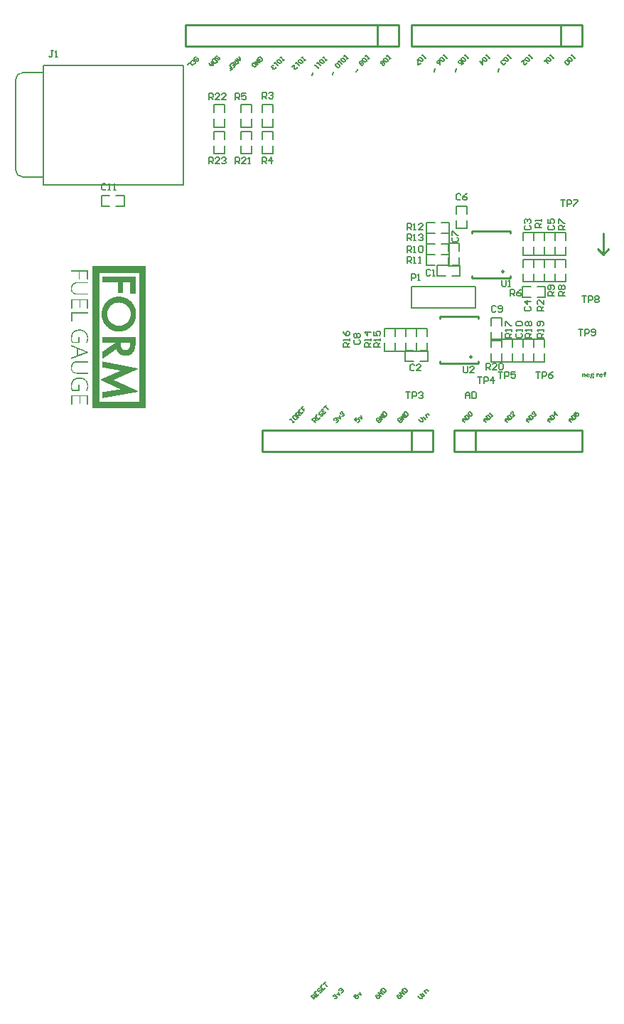
<source format=gto>
%FSLAX44Y44*%
%MOMM*%
G71*
G01*
G75*
G04 Layer_Color=65535*
G04:AMPARAMS|DCode=10|XSize=0.7112mm|YSize=0.8128mm|CornerRadius=0.0711mm|HoleSize=0mm|Usage=FLASHONLY|Rotation=270.000|XOffset=0mm|YOffset=0mm|HoleType=Round|Shape=RoundedRectangle|*
%AMROUNDEDRECTD10*
21,1,0.7112,0.6706,0,0,270.0*
21,1,0.5690,0.8128,0,0,270.0*
1,1,0.1422,-0.3353,-0.2845*
1,1,0.1422,-0.3353,0.2845*
1,1,0.1422,0.3353,0.2845*
1,1,0.1422,0.3353,-0.2845*
%
%ADD10ROUNDEDRECTD10*%
G04:AMPARAMS|DCode=11|XSize=0.7112mm|YSize=0.8128mm|CornerRadius=0.0711mm|HoleSize=0mm|Usage=FLASHONLY|Rotation=180.000|XOffset=0mm|YOffset=0mm|HoleType=Round|Shape=RoundedRectangle|*
%AMROUNDEDRECTD11*
21,1,0.7112,0.6706,0,0,180.0*
21,1,0.5690,0.8128,0,0,180.0*
1,1,0.1422,-0.2845,0.3353*
1,1,0.1422,0.2845,0.3353*
1,1,0.1422,0.2845,-0.3353*
1,1,0.1422,-0.2845,-0.3353*
%
%ADD11ROUNDEDRECTD11*%
G04:AMPARAMS|DCode=12|XSize=0.75mm|YSize=1.5mm|CornerRadius=0.075mm|HoleSize=0mm|Usage=FLASHONLY|Rotation=90.000|XOffset=0mm|YOffset=0mm|HoleType=Round|Shape=RoundedRectangle|*
%AMROUNDEDRECTD12*
21,1,0.7500,1.3500,0,0,90.0*
21,1,0.6000,1.5000,0,0,90.0*
1,1,0.1500,0.6750,0.3000*
1,1,0.1500,0.6750,-0.3000*
1,1,0.1500,-0.6750,-0.3000*
1,1,0.1500,-0.6750,0.3000*
%
%ADD12ROUNDEDRECTD12*%
%ADD13R,1.2000X1.5000*%
%ADD14R,1.5000X1.2000*%
%ADD15R,1.5000X0.8000*%
%ADD16R,1.7000X1.4000*%
%ADD17R,1.2000X3.0000*%
%ADD18C,0.2540*%
%ADD19C,3.6000*%
%ADD20R,1.5000X1.5000*%
%ADD21C,1.5000*%
%ADD22C,1.5240*%
%ADD23R,1.5240X1.5240*%
%ADD24C,3.2000*%
%ADD25C,1.2700*%
%ADD26C,0.2032*%
%ADD27C,0.1524*%
%ADD28C,0.2000*%
%ADD29C,0.0127*%
%ADD30C,0.1270*%
G36*
X59339Y217705D02*
X58037D01*
Y227224D01*
X49596D01*
Y218225D01*
X48295D01*
Y227224D01*
X39370D01*
Y228637D01*
X59339D01*
Y217705D01*
D02*
G37*
G36*
X59413Y132029D02*
Y131137D01*
X39370Y123253D01*
Y124852D01*
X46435Y127604D01*
Y135710D01*
X39370Y138499D01*
Y140024D01*
X59413Y132029D01*
D02*
G37*
G36*
X655191Y106048D02*
X655278Y106038D01*
X655386Y106028D01*
X655493Y106009D01*
X655620Y105979D01*
X655893Y105901D01*
X656030Y105853D01*
X656176Y105784D01*
X656312Y105716D01*
X656459Y105628D01*
X656585Y105531D01*
X656712Y105414D01*
X656722Y105404D01*
X656742Y105384D01*
X656771Y105345D01*
X656820Y105297D01*
X656868Y105238D01*
X656917Y105160D01*
X656976Y105063D01*
X657044Y104965D01*
X657103Y104848D01*
X657161Y104711D01*
X657210Y104575D01*
X657268Y104419D01*
X657307Y104253D01*
X657337Y104077D01*
X657356Y103882D01*
X657366Y103687D01*
Y103668D01*
Y103629D01*
Y103551D01*
Y103443D01*
X654430D01*
Y103424D01*
Y103375D01*
X654440Y103297D01*
X654449Y103209D01*
X654489Y103005D01*
X654518Y102907D01*
X654566Y102829D01*
X654576Y102819D01*
X654596Y102800D01*
X654635Y102770D01*
X654693Y102731D01*
X654762Y102692D01*
X654859Y102663D01*
X654966Y102644D01*
X655103Y102634D01*
X655152D01*
X655191Y102644D01*
X655288Y102663D01*
X655396Y102702D01*
X655513Y102761D01*
X655630Y102858D01*
X655678Y102927D01*
X655717Y102995D01*
X655747Y103073D01*
X655776Y103170D01*
X657366Y103053D01*
Y103043D01*
X657356Y103024D01*
X657346Y102995D01*
X657337Y102946D01*
X657317Y102887D01*
X657288Y102829D01*
X657219Y102673D01*
X657122Y102507D01*
X656995Y102322D01*
X656829Y102136D01*
X656742Y102049D01*
X656634Y101961D01*
X656625D01*
X656605Y101941D01*
X656576Y101922D01*
X656527Y101893D01*
X656469Y101854D01*
X656400Y101815D01*
X656312Y101776D01*
X656215Y101737D01*
X656108Y101698D01*
X655991Y101658D01*
X655864Y101620D01*
X655717Y101580D01*
X655571Y101551D01*
X655405Y101532D01*
X655239Y101522D01*
X655054Y101512D01*
X654947D01*
X654869Y101522D01*
X654781Y101532D01*
X654674Y101542D01*
X654547Y101561D01*
X654420Y101590D01*
X654137Y101668D01*
X653991Y101717D01*
X653845Y101776D01*
X653699Y101854D01*
X653552Y101941D01*
X653416Y102039D01*
X653289Y102146D01*
X653279Y102156D01*
X653260Y102176D01*
X653230Y102214D01*
X653191Y102263D01*
X653133Y102322D01*
X653084Y102400D01*
X653026Y102488D01*
X652967Y102585D01*
X652899Y102692D01*
X652840Y102809D01*
X652791Y102936D01*
X652743Y103083D01*
X652694Y103229D01*
X652665Y103385D01*
X652645Y103551D01*
X652635Y103726D01*
Y103736D01*
Y103765D01*
Y103824D01*
X652645Y103892D01*
X652655Y103970D01*
X652674Y104068D01*
X652694Y104175D01*
X652713Y104302D01*
X652791Y104555D01*
X652840Y104692D01*
X652908Y104838D01*
X652977Y104975D01*
X653064Y105111D01*
X653162Y105248D01*
X653279Y105375D01*
X653289Y105384D01*
X653308Y105404D01*
X653347Y105433D01*
X653396Y105482D01*
X653464Y105531D01*
X653542Y105589D01*
X653640Y105658D01*
X653737Y105716D01*
X653864Y105784D01*
X653991Y105843D01*
X654137Y105901D01*
X654284Y105950D01*
X654449Y105999D01*
X654635Y106028D01*
X654820Y106048D01*
X655015Y106057D01*
X655113D01*
X655191Y106048D01*
D02*
G37*
G36*
X59339Y213428D02*
X46138D01*
X45915Y213391D01*
X45692D01*
X45394Y213354D01*
X44762Y213242D01*
X44055Y213019D01*
X43312Y212759D01*
X42605Y212350D01*
X42233Y212127D01*
X41936Y211829D01*
Y211792D01*
X41861Y211755D01*
X41676Y211532D01*
X41415Y211160D01*
X41155Y210676D01*
X40857Y210007D01*
X40597Y209226D01*
X40411Y208334D01*
X40374Y207813D01*
X40337Y207293D01*
Y207255D01*
Y207181D01*
Y207032D01*
X40374Y206809D01*
Y206586D01*
X40411Y206326D01*
X40523Y205694D01*
X40709Y204987D01*
X41006Y204243D01*
X41378Y203537D01*
X41899Y202905D01*
X41936Y202868D01*
X41973Y202830D01*
X42196Y202645D01*
X42531Y202384D01*
X43051Y202087D01*
X43646Y201826D01*
X44427Y201566D01*
X45283Y201380D01*
X45766Y201306D01*
X59339D01*
Y199930D01*
X46063D01*
X45840Y199967D01*
X45543Y200004D01*
X45208Y200042D01*
X44464Y200190D01*
X43572Y200413D01*
X42680Y200785D01*
X42270Y201008D01*
X41824Y201269D01*
X41415Y201566D01*
X41043Y201938D01*
X41006Y201975D01*
X40969Y202012D01*
X40857Y202124D01*
X40746Y202310D01*
X40597Y202496D01*
X40448Y202756D01*
X40262Y203053D01*
X40076Y203351D01*
X39891Y203723D01*
X39705Y204169D01*
X39556Y204615D01*
X39407Y205099D01*
X39296Y205657D01*
X39184Y206214D01*
X39147Y206809D01*
X39110Y207479D01*
Y207516D01*
Y207627D01*
Y207813D01*
X39147Y208036D01*
X39184Y208334D01*
X39221Y208668D01*
X39258Y209040D01*
X39370Y209449D01*
X39593Y210305D01*
X39928Y211234D01*
X40151Y211681D01*
X40411Y212090D01*
X40709Y212536D01*
X41043Y212908D01*
X41080Y212945D01*
X41118Y212982D01*
X41229Y213094D01*
X41415Y213205D01*
X41601Y213354D01*
X41824Y213503D01*
X42122Y213689D01*
X42456Y213874D01*
X42828Y214060D01*
X43237Y214246D01*
X43684Y214395D01*
X44167Y214544D01*
X44688Y214655D01*
X45245Y214767D01*
X45840Y214804D01*
X46472Y214841D01*
X59339D01*
Y213428D01*
D02*
G37*
G36*
X49819Y158468D02*
X50079D01*
X50377Y158431D01*
X50749Y158394D01*
X51121Y158356D01*
X51939Y158208D01*
X52868Y157985D01*
X53798Y157687D01*
X54690Y157278D01*
X54728D01*
X54802Y157204D01*
X54914Y157129D01*
X55100Y157055D01*
X55509Y156757D01*
X56029Y156348D01*
X56624Y155865D01*
X57219Y155233D01*
X57814Y154526D01*
X58335Y153708D01*
Y153671D01*
X58409Y153597D01*
X58446Y153485D01*
X58558Y153299D01*
X58632Y153076D01*
X58744Y152816D01*
X58855Y152481D01*
X59004Y152146D01*
X59227Y151365D01*
X59450Y150436D01*
X59599Y149432D01*
X59636Y148316D01*
Y148279D01*
Y148167D01*
Y147982D01*
Y147759D01*
X59599Y147498D01*
X59562Y147163D01*
X59525Y146792D01*
X59487Y146383D01*
X59339Y145453D01*
X59153Y144486D01*
X58855Y143482D01*
X58446Y142478D01*
X57182Y143036D01*
Y143073D01*
X57219Y143147D01*
X57294Y143296D01*
X57368Y143482D01*
X57479Y143705D01*
X57554Y144003D01*
X57665Y144337D01*
X57814Y144672D01*
X58037Y145490D01*
X58223Y146420D01*
X58372Y147387D01*
X58409Y148428D01*
Y148465D01*
Y148614D01*
Y148800D01*
X58372Y149060D01*
X58335Y149395D01*
X58298Y149804D01*
X58223Y150213D01*
X58112Y150696D01*
X57814Y151700D01*
X57628Y152221D01*
X57368Y152741D01*
X57108Y153225D01*
X56773Y153745D01*
X56401Y154229D01*
X55955Y154675D01*
X55918Y154712D01*
X55843Y154787D01*
X55694Y154898D01*
X55509Y155047D01*
X55248Y155196D01*
X54951Y155419D01*
X54616Y155605D01*
X54207Y155828D01*
X53761Y156051D01*
X53277Y156237D01*
X52720Y156460D01*
X52162Y156609D01*
X51530Y156757D01*
X50860Y156869D01*
X50117Y156943D01*
X49373Y156980D01*
X48927D01*
X48629Y156943D01*
X48257Y156906D01*
X47848Y156869D01*
X47365Y156795D01*
X46844Y156720D01*
X45729Y156460D01*
X45171Y156274D01*
X44613Y156051D01*
X44055Y155791D01*
X43535Y155493D01*
X43051Y155158D01*
X42605Y154787D01*
X42568Y154749D01*
X42494Y154675D01*
X42382Y154564D01*
X42270Y154377D01*
X42084Y154154D01*
X41899Y153857D01*
X41676Y153522D01*
X41490Y153150D01*
X41266Y152704D01*
X41043Y152258D01*
X40857Y151700D01*
X40709Y151142D01*
X40560Y150510D01*
X40448Y149804D01*
X40374Y149097D01*
X40337Y148316D01*
Y148279D01*
Y148205D01*
Y148056D01*
Y147870D01*
X40374Y147610D01*
Y147350D01*
X40448Y146680D01*
X40523Y145974D01*
X40634Y145193D01*
X40820Y144375D01*
X41080Y143631D01*
X48109D01*
Y149581D01*
X49447D01*
Y142218D01*
X40337D01*
Y142255D01*
X40300Y142367D01*
X40225Y142515D01*
X40151Y142738D01*
X40039Y142999D01*
X39965Y143333D01*
X39853Y143705D01*
X39742Y144114D01*
X39593Y144598D01*
X39482Y145081D01*
X39296Y146197D01*
X39147Y147424D01*
X39110Y148725D01*
Y148763D01*
Y148948D01*
Y149172D01*
X39147Y149506D01*
X39184Y149915D01*
X39258Y150361D01*
X39333Y150882D01*
X39444Y151403D01*
X39593Y151998D01*
X39742Y152593D01*
X39965Y153188D01*
X40225Y153820D01*
X40523Y154415D01*
X40895Y154972D01*
X41304Y155530D01*
X41750Y156014D01*
X41787Y156051D01*
X41861Y156125D01*
X42047Y156237D01*
X42233Y156386D01*
X42531Y156609D01*
X42865Y156795D01*
X43237Y157018D01*
X43684Y157241D01*
X44204Y157501D01*
X44762Y157724D01*
X45394Y157910D01*
X46063Y158096D01*
X46807Y158282D01*
X47588Y158394D01*
X48406Y158468D01*
X49299Y158505D01*
X49596D01*
X49819Y158468D01*
D02*
G37*
G36*
X59339Y177656D02*
X40709D01*
Y168136D01*
X39370D01*
Y179032D01*
X59339D01*
Y177656D01*
D02*
G37*
G36*
Y183568D02*
X58037D01*
Y193088D01*
X50489D01*
Y184089D01*
X49187D01*
Y193088D01*
X40672D01*
Y183568D01*
X39370D01*
Y194464D01*
X59339D01*
Y183568D01*
D02*
G37*
G36*
X670933Y106048D02*
X671021Y106038D01*
X671128Y106028D01*
X671235Y106009D01*
X671362Y105979D01*
X671635Y105901D01*
X671772Y105853D01*
X671918Y105784D01*
X672055Y105716D01*
X672201Y105628D01*
X672328Y105531D01*
X672455Y105414D01*
X672464Y105404D01*
X672484Y105384D01*
X672513Y105345D01*
X672562Y105297D01*
X672611Y105238D01*
X672660Y105160D01*
X672718Y105063D01*
X672786Y104965D01*
X672845Y104848D01*
X672903Y104711D01*
X672952Y104575D01*
X673011Y104419D01*
X673050Y104253D01*
X673079Y104077D01*
X673098Y103882D01*
X673108Y103687D01*
Y103668D01*
Y103629D01*
Y103551D01*
Y103443D01*
X670172D01*
Y103424D01*
Y103375D01*
X670182Y103297D01*
X670192Y103209D01*
X670231Y103005D01*
X670260Y102907D01*
X670309Y102829D01*
X670319Y102819D01*
X670338Y102800D01*
X670377Y102770D01*
X670436Y102731D01*
X670504Y102692D01*
X670602Y102663D01*
X670709Y102644D01*
X670845Y102634D01*
X670894D01*
X670933Y102644D01*
X671031Y102663D01*
X671138Y102702D01*
X671255Y102761D01*
X671372Y102858D01*
X671421Y102927D01*
X671460Y102995D01*
X671489Y103073D01*
X671518Y103170D01*
X673108Y103053D01*
Y103043D01*
X673098Y103024D01*
X673089Y102995D01*
X673079Y102946D01*
X673059Y102887D01*
X673030Y102829D01*
X672962Y102673D01*
X672864Y102507D01*
X672738Y102322D01*
X672572Y102136D01*
X672484Y102049D01*
X672377Y101961D01*
X672367D01*
X672347Y101941D01*
X672318Y101922D01*
X672269Y101893D01*
X672211Y101854D01*
X672142Y101815D01*
X672055Y101776D01*
X671957Y101737D01*
X671850Y101698D01*
X671733Y101658D01*
X671606Y101620D01*
X671460Y101580D01*
X671313Y101551D01*
X671148Y101532D01*
X670982Y101522D01*
X670797Y101512D01*
X670689D01*
X670611Y101522D01*
X670523Y101532D01*
X670416Y101542D01*
X670289Y101561D01*
X670163Y101590D01*
X669880Y101668D01*
X669733Y101717D01*
X669587Y101776D01*
X669441Y101854D01*
X669295Y101941D01*
X669158Y102039D01*
X669031Y102146D01*
X669021Y102156D01*
X669002Y102176D01*
X668973Y102214D01*
X668934Y102263D01*
X668875Y102322D01*
X668826Y102400D01*
X668768Y102488D01*
X668709Y102585D01*
X668641Y102692D01*
X668583Y102809D01*
X668534Y102936D01*
X668485Y103083D01*
X668436Y103229D01*
X668407Y103385D01*
X668387Y103551D01*
X668378Y103726D01*
Y103736D01*
Y103765D01*
Y103824D01*
X668387Y103892D01*
X668397Y103970D01*
X668417Y104068D01*
X668436Y104175D01*
X668456Y104302D01*
X668534Y104555D01*
X668583Y104692D01*
X668651Y104838D01*
X668719Y104975D01*
X668807Y105111D01*
X668904Y105248D01*
X669021Y105375D01*
X669031Y105384D01*
X669051Y105404D01*
X669090Y105433D01*
X669138Y105482D01*
X669207Y105531D01*
X669285Y105589D01*
X669382Y105658D01*
X669480Y105716D01*
X669607Y105784D01*
X669733Y105843D01*
X669880Y105901D01*
X670026Y105950D01*
X670192Y105999D01*
X670377Y106028D01*
X670562Y106048D01*
X670758Y106057D01*
X670855D01*
X670933Y106048D01*
D02*
G37*
G36*
X650714D02*
X650831Y106038D01*
X650958Y106009D01*
X651085Y105979D01*
X651221Y105931D01*
X651348Y105872D01*
X651367Y105862D01*
X651406Y105843D01*
X651465Y105794D01*
X651533Y105745D01*
X651611Y105677D01*
X651689Y105589D01*
X651758Y105501D01*
X651816Y105394D01*
X651826Y105384D01*
X651835Y105336D01*
X651865Y105267D01*
X651894Y105160D01*
X651914Y105023D01*
X651943Y104848D01*
X651953Y104750D01*
Y104643D01*
X651962Y104516D01*
Y104389D01*
Y101600D01*
X650246D01*
Y104341D01*
Y104360D01*
Y104399D01*
X650236Y104458D01*
Y104526D01*
X650197Y104672D01*
X650177Y104731D01*
X650138Y104780D01*
X650119Y104799D01*
X650070Y104828D01*
X649982Y104858D01*
X649875Y104877D01*
X649855D01*
X649807Y104867D01*
X649729Y104838D01*
X649651Y104799D01*
X649563Y104721D01*
X649524Y104663D01*
X649485Y104604D01*
X649456Y104526D01*
X649436Y104438D01*
X649426Y104341D01*
X649417Y104224D01*
Y101600D01*
X647700D01*
Y105970D01*
X649290D01*
Y105355D01*
X649309Y105375D01*
X649329Y105414D01*
X649358Y105453D01*
X649397Y105511D01*
X649446Y105570D01*
X649504Y105638D01*
X649582Y105706D01*
X649660Y105765D01*
X649748Y105833D01*
X649855Y105892D01*
X649973Y105950D01*
X650099Y105989D01*
X650236Y106028D01*
X650382Y106048D01*
X650548Y106057D01*
X650626D01*
X650714Y106048D01*
D02*
G37*
G36*
X662233Y106984D02*
X662340Y106974D01*
X662467Y106965D01*
X662604Y106955D01*
X662564Y105794D01*
X662438D01*
X662399Y105804D01*
X662350D01*
X662243Y105814D01*
X662077D01*
X662018Y105804D01*
X661930Y105794D01*
X661852Y105774D01*
X661774Y105736D01*
X661706Y105696D01*
X661657Y105638D01*
X661667D01*
X661677Y105618D01*
X661735Y105570D01*
X661814Y105482D01*
X661911Y105365D01*
X661999Y105228D01*
X662077Y105063D01*
X662135Y104867D01*
X662145Y104770D01*
X662155Y104663D01*
Y104653D01*
Y104633D01*
Y104604D01*
X662145Y104555D01*
X662135Y104497D01*
X662126Y104438D01*
X662087Y104292D01*
X662028Y104126D01*
X661930Y103960D01*
X661872Y103882D01*
X661794Y103804D01*
X661716Y103726D01*
X661618Y103658D01*
X661609D01*
X661599Y103648D01*
X661560Y103629D01*
X661521Y103609D01*
X661472Y103580D01*
X661404Y103551D01*
X661326Y103521D01*
X661238Y103492D01*
X661141Y103463D01*
X661033Y103434D01*
X660916Y103404D01*
X660789Y103375D01*
X660653Y103356D01*
X660497Y103336D01*
X660175Y103326D01*
X659921D01*
X659853Y103336D01*
X659687D01*
X659629Y103326D01*
X659551Y103307D01*
X659473Y103287D01*
X659414Y103248D01*
X659365Y103190D01*
X659346Y103122D01*
Y103112D01*
X659356Y103092D01*
X659365Y103063D01*
X659395Y103024D01*
X659434Y102995D01*
X659502Y102956D01*
X659590Y102936D01*
X659707Y102917D01*
X661111Y102858D01*
X661141D01*
X661189Y102849D01*
X661238D01*
X661296Y102839D01*
X661375Y102829D01*
X661540Y102790D01*
X661726Y102741D01*
X661911Y102663D01*
X662087Y102566D01*
X662243Y102429D01*
X662262Y102409D01*
X662301Y102361D01*
X662360Y102283D01*
X662428Y102166D01*
X662486Y102039D01*
X662545Y101883D01*
X662584Y101707D01*
X662604Y101512D01*
Y101503D01*
Y101483D01*
Y101454D01*
X662594Y101405D01*
X662574Y101298D01*
X662535Y101151D01*
X662477Y100985D01*
X662379Y100820D01*
X662321Y100732D01*
X662243Y100644D01*
X662165Y100566D01*
X662067Y100488D01*
X662057D01*
X662038Y100469D01*
X662009Y100449D01*
X661960Y100430D01*
X661891Y100400D01*
X661814Y100361D01*
X661716Y100322D01*
X661609Y100293D01*
X661472Y100254D01*
X661326Y100215D01*
X661150Y100186D01*
X660965Y100147D01*
X660750Y100127D01*
X660516Y100108D01*
X660263Y100088D01*
X659824D01*
X659765Y100098D01*
X659609Y100108D01*
X659424Y100118D01*
X659229Y100147D01*
X659014Y100176D01*
X658790Y100225D01*
X658566Y100283D01*
X658351Y100361D01*
X658156Y100449D01*
X657971Y100556D01*
X657824Y100683D01*
X657756Y100751D01*
X657707Y100829D01*
X657658Y100907D01*
X657629Y100995D01*
X657610Y101093D01*
X657600Y101190D01*
Y101200D01*
Y101220D01*
Y101249D01*
X657610Y101288D01*
X657629Y101385D01*
X657678Y101512D01*
X657756Y101649D01*
X657805Y101717D01*
X657863Y101785D01*
X657941Y101844D01*
X658029Y101912D01*
X658127Y101961D01*
X658234Y102010D01*
X658214Y102019D01*
X658166Y102058D01*
X658107Y102127D01*
X658029Y102205D01*
X657951Y102302D01*
X657893Y102419D01*
X657844Y102556D01*
X657824Y102692D01*
Y102702D01*
Y102722D01*
X657834Y102751D01*
Y102800D01*
X657873Y102917D01*
X657893Y102985D01*
X657932Y103063D01*
X657971Y103141D01*
X658029Y103219D01*
X658097Y103297D01*
X658175Y103375D01*
X658273Y103463D01*
X658390Y103531D01*
X658517Y103600D01*
X658663Y103668D01*
X658653D01*
X658634Y103687D01*
X658595Y103697D01*
X658556Y103726D01*
X658439Y103804D01*
X658312Y103912D01*
X658185Y104048D01*
X658068Y104224D01*
X658029Y104321D01*
X657990Y104438D01*
X657971Y104555D01*
X657961Y104682D01*
Y104692D01*
Y104711D01*
Y104741D01*
X657971Y104789D01*
X657980Y104848D01*
X657990Y104907D01*
X658029Y105053D01*
X658097Y105219D01*
X658146Y105306D01*
X658205Y105384D01*
X658263Y105472D01*
X658341Y105550D01*
X658429Y105628D01*
X658527Y105696D01*
X658536D01*
X658556Y105716D01*
X658585Y105726D01*
X658634Y105755D01*
X658692Y105784D01*
X658761Y105814D01*
X658839Y105843D01*
X658936Y105882D01*
X659034Y105911D01*
X659151Y105940D01*
X659277Y105970D01*
X659424Y105999D01*
X659570Y106028D01*
X659726Y106038D01*
X659902Y106057D01*
X660243D01*
X660350Y106048D01*
X660477Y106038D01*
X660614Y106018D01*
X660897Y105960D01*
Y105970D01*
X660906Y106009D01*
X660916Y106057D01*
X660936Y106126D01*
X660965Y106204D01*
X660994Y106292D01*
X661043Y106379D01*
X661092Y106477D01*
X661160Y106574D01*
X661228Y106662D01*
X661326Y106750D01*
X661423Y106828D01*
X661540Y106896D01*
X661677Y106945D01*
X661823Y106984D01*
X661989Y106994D01*
X662145D01*
X662233Y106984D01*
D02*
G37*
G36*
X676005Y107754D02*
X676180Y107745D01*
X676366Y107725D01*
X676561Y107706D01*
X676766Y107676D01*
Y106545D01*
X676746D01*
X676697Y106555D01*
X676629Y106565D01*
X676532Y106574D01*
X676337Y106594D01*
X676239Y106604D01*
X676083D01*
X676034Y106594D01*
X675917Y106565D01*
X675790Y106516D01*
X675781D01*
X675761Y106496D01*
X675742Y106477D01*
X675712Y106438D01*
X675673Y106389D01*
X675654Y106311D01*
X675634Y106223D01*
X675625Y106116D01*
Y105970D01*
X676737D01*
Y104858D01*
X675634D01*
Y101600D01*
X674015D01*
Y104858D01*
X673362D01*
Y105970D01*
X674015D01*
Y105979D01*
Y105989D01*
Y106018D01*
Y106057D01*
Y106155D01*
X674025Y106272D01*
Y106399D01*
X674035Y106526D01*
X674044Y106652D01*
X674054Y106760D01*
Y106769D01*
X674064Y106808D01*
X674083Y106857D01*
X674103Y106925D01*
X674132Y106994D01*
X674171Y107081D01*
X674230Y107169D01*
X674288Y107257D01*
X674298Y107267D01*
X674327Y107296D01*
X674366Y107345D01*
X674425Y107394D01*
X674503Y107452D01*
X674581Y107520D01*
X674688Y107579D01*
X674796Y107628D01*
X674815Y107638D01*
X674854Y107647D01*
X674922Y107667D01*
X675020Y107696D01*
X675147Y107725D01*
X675293Y107745D01*
X675459Y107754D01*
X675654Y107764D01*
X675868D01*
X676005Y107754D01*
D02*
G37*
G36*
X667968Y106048D02*
X668075Y106038D01*
Y104507D01*
X668065D01*
X668046Y104516D01*
X668007Y104526D01*
X667968Y104536D01*
X667861Y104546D01*
X667744Y104555D01*
X667705D01*
X667666Y104546D01*
X667607D01*
X667549Y104526D01*
X667480Y104507D01*
X667402Y104477D01*
X667324Y104438D01*
X667236Y104389D01*
X667168Y104321D01*
X667090Y104243D01*
X667032Y104155D01*
X666973Y104038D01*
X666934Y103912D01*
X666905Y103765D01*
X666895Y103600D01*
Y101600D01*
X665257D01*
Y105970D01*
X666681D01*
Y105072D01*
X666690Y105101D01*
X666710Y105150D01*
X666729Y105219D01*
X666768Y105297D01*
X666807Y105375D01*
X666856Y105472D01*
X666915Y105560D01*
X666983Y105658D01*
X667071Y105745D01*
X667158Y105823D01*
X667266Y105901D01*
X667383Y105970D01*
X667519Y106018D01*
X667666Y106048D01*
X667822Y106057D01*
X667890D01*
X667968Y106048D01*
D02*
G37*
G36*
X59339Y119274D02*
X46138D01*
X45915Y119237D01*
X45692D01*
X45394Y119200D01*
X44762Y119088D01*
X44055Y118865D01*
X43312Y118605D01*
X42605Y118196D01*
X42233Y117973D01*
X41936Y117675D01*
Y117638D01*
X41861Y117601D01*
X41676Y117378D01*
X41415Y117006D01*
X41155Y116523D01*
X40857Y115853D01*
X40597Y115072D01*
X40411Y114180D01*
X40374Y113659D01*
X40337Y113139D01*
Y113102D01*
Y113027D01*
Y112878D01*
X40374Y112655D01*
Y112432D01*
X40411Y112172D01*
X40523Y111540D01*
X40709Y110833D01*
X41006Y110090D01*
X41378Y109383D01*
X41899Y108751D01*
X41936Y108714D01*
X41973Y108676D01*
X42196Y108490D01*
X42531Y108230D01*
X43051Y107933D01*
X43646Y107672D01*
X44427Y107412D01*
X45283Y107226D01*
X45766Y107152D01*
X59339D01*
Y105776D01*
X46063D01*
X45840Y105813D01*
X45543Y105850D01*
X45208Y105887D01*
X44464Y106036D01*
X43572Y106259D01*
X42680Y106631D01*
X42270Y106854D01*
X41824Y107115D01*
X41415Y107412D01*
X41043Y107784D01*
X41006Y107821D01*
X40969Y107858D01*
X40857Y107970D01*
X40746Y108156D01*
X40597Y108342D01*
X40448Y108602D01*
X40262Y108900D01*
X40076Y109197D01*
X39891Y109569D01*
X39705Y110015D01*
X39556Y110461D01*
X39407Y110945D01*
X39296Y111503D01*
X39184Y112060D01*
X39147Y112655D01*
X39110Y113325D01*
Y113362D01*
Y113473D01*
Y113659D01*
X39147Y113882D01*
X39184Y114180D01*
X39221Y114515D01*
X39258Y114886D01*
X39370Y115295D01*
X39593Y116151D01*
X39928Y117080D01*
X40151Y117527D01*
X40411Y117936D01*
X40709Y118382D01*
X41043Y118754D01*
X41080Y118791D01*
X41118Y118828D01*
X41229Y118940D01*
X41415Y119051D01*
X41601Y119200D01*
X41824Y119349D01*
X42122Y119535D01*
X42456Y119721D01*
X42828Y119907D01*
X43237Y120092D01*
X43684Y120241D01*
X44167Y120390D01*
X44688Y120501D01*
X45245Y120613D01*
X45840Y120650D01*
X46472Y120687D01*
X59339D01*
Y119274D01*
D02*
G37*
G36*
X49819Y101351D02*
X50079D01*
X50377Y101314D01*
X50749Y101277D01*
X51121Y101239D01*
X51939Y101091D01*
X52868Y100868D01*
X53798Y100570D01*
X54690Y100161D01*
X54728D01*
X54802Y100087D01*
X54914Y100012D01*
X55100Y99938D01*
X55509Y99640D01*
X56029Y99231D01*
X56624Y98748D01*
X57219Y98116D01*
X57814Y97409D01*
X58335Y96591D01*
Y96554D01*
X58409Y96480D01*
X58446Y96368D01*
X58558Y96182D01*
X58632Y95959D01*
X58744Y95699D01*
X58855Y95364D01*
X59004Y95029D01*
X59227Y94248D01*
X59450Y93319D01*
X59599Y92315D01*
X59636Y91199D01*
Y91162D01*
Y91051D01*
Y90864D01*
Y90641D01*
X59599Y90381D01*
X59562Y90047D01*
X59525Y89675D01*
X59487Y89266D01*
X59339Y88336D01*
X59153Y87369D01*
X58855Y86365D01*
X58446Y85361D01*
X57182Y85919D01*
Y85956D01*
X57219Y86030D01*
X57294Y86179D01*
X57368Y86365D01*
X57479Y86588D01*
X57554Y86886D01*
X57665Y87220D01*
X57814Y87555D01*
X58037Y88373D01*
X58223Y89303D01*
X58372Y90270D01*
X58409Y91311D01*
Y91348D01*
Y91497D01*
Y91683D01*
X58372Y91943D01*
X58335Y92278D01*
X58298Y92687D01*
X58223Y93096D01*
X58112Y93579D01*
X57814Y94583D01*
X57628Y95104D01*
X57368Y95624D01*
X57108Y96108D01*
X56773Y96628D01*
X56401Y97112D01*
X55955Y97558D01*
X55918Y97595D01*
X55843Y97669D01*
X55694Y97781D01*
X55509Y97930D01*
X55248Y98078D01*
X54951Y98302D01*
X54616Y98488D01*
X54207Y98711D01*
X53761Y98934D01*
X53277Y99120D01*
X52720Y99343D01*
X52162Y99492D01*
X51530Y99640D01*
X50860Y99752D01*
X50117Y99826D01*
X49373Y99864D01*
X48927D01*
X48629Y99826D01*
X48257Y99789D01*
X47848Y99752D01*
X47365Y99677D01*
X46844Y99603D01*
X45729Y99343D01*
X45171Y99157D01*
X44613Y98934D01*
X44055Y98673D01*
X43535Y98376D01*
X43051Y98041D01*
X42605Y97669D01*
X42568Y97632D01*
X42494Y97558D01*
X42382Y97446D01*
X42270Y97261D01*
X42084Y97037D01*
X41899Y96740D01*
X41676Y96405D01*
X41490Y96033D01*
X41266Y95587D01*
X41043Y95141D01*
X40857Y94583D01*
X40709Y94025D01*
X40560Y93393D01*
X40448Y92687D01*
X40374Y91980D01*
X40337Y91199D01*
Y91162D01*
Y91088D01*
Y90939D01*
Y90753D01*
X40374Y90493D01*
Y90232D01*
X40448Y89563D01*
X40523Y88856D01*
X40634Y88076D01*
X40820Y87257D01*
X41080Y86514D01*
X48109D01*
Y92464D01*
X49447D01*
Y85101D01*
X40337D01*
Y85138D01*
X40300Y85250D01*
X40225Y85398D01*
X40151Y85621D01*
X40039Y85882D01*
X39965Y86216D01*
X39853Y86588D01*
X39742Y86997D01*
X39593Y87481D01*
X39482Y87964D01*
X39296Y89080D01*
X39147Y90307D01*
X39110Y91608D01*
Y91645D01*
Y91831D01*
Y92055D01*
X39147Y92389D01*
X39184Y92798D01*
X39258Y93244D01*
X39333Y93765D01*
X39444Y94286D01*
X39593Y94881D01*
X39742Y95476D01*
X39965Y96070D01*
X40225Y96703D01*
X40523Y97298D01*
X40895Y97855D01*
X41304Y98413D01*
X41750Y98897D01*
X41787Y98934D01*
X41861Y99008D01*
X42047Y99120D01*
X42233Y99269D01*
X42531Y99492D01*
X42865Y99677D01*
X43237Y99901D01*
X43684Y100124D01*
X44204Y100384D01*
X44762Y100607D01*
X45394Y100793D01*
X46063Y100979D01*
X46807Y101165D01*
X47588Y101277D01*
X48406Y101351D01*
X49299Y101388D01*
X49596D01*
X49819Y101351D01*
D02*
G37*
G36*
X59339Y69185D02*
X58037D01*
Y78705D01*
X50489D01*
Y69706D01*
X49187D01*
Y78705D01*
X40672D01*
Y69185D01*
X39370D01*
Y80081D01*
X59339D01*
Y69185D01*
D02*
G37*
%LPC*%
G36*
X47662Y135227D02*
Y128087D01*
X54839Y130802D01*
X54876D01*
X54988Y130876D01*
X55174Y130951D01*
X55471Y131025D01*
X55806Y131137D01*
X56178Y131285D01*
X56661Y131434D01*
X57182Y131620D01*
X57108D01*
X56959Y131694D01*
X56698Y131769D01*
X56401Y131843D01*
X56029Y131955D01*
X55620Y132103D01*
X54802Y132401D01*
X47662Y135227D01*
D02*
G37*
G36*
X655035Y105043D02*
X654976D01*
X654937Y105033D01*
X654840Y105004D01*
X654732Y104955D01*
X654674Y104916D01*
X654625Y104858D01*
X654566Y104799D01*
X654528Y104731D01*
X654489Y104643D01*
X654459Y104546D01*
X654440Y104429D01*
X654430Y104302D01*
X655649D01*
Y104312D01*
Y104321D01*
Y104370D01*
X655639Y104448D01*
X655620Y104536D01*
X655600Y104633D01*
X655571Y104731D01*
X655522Y104819D01*
X655464Y104887D01*
X655454Y104897D01*
X655435Y104916D01*
X655396Y104936D01*
X655347Y104965D01*
X655278Y104994D01*
X655210Y105023D01*
X655123Y105033D01*
X655035Y105043D01*
D02*
G37*
G36*
X670777D02*
X670719D01*
X670679Y105033D01*
X670582Y105004D01*
X670475Y104955D01*
X670416Y104916D01*
X670367Y104858D01*
X670309Y104799D01*
X670270Y104731D01*
X670231Y104643D01*
X670202Y104546D01*
X670182Y104429D01*
X670172Y104302D01*
X671392D01*
Y104312D01*
Y104321D01*
Y104370D01*
X671382Y104448D01*
X671362Y104536D01*
X671343Y104633D01*
X671313Y104731D01*
X671265Y104819D01*
X671206Y104887D01*
X671196Y104897D01*
X671177Y104916D01*
X671138Y104936D01*
X671089Y104965D01*
X671021Y104994D01*
X670953Y105023D01*
X670865Y105033D01*
X670777Y105043D01*
D02*
G37*
G36*
X659648Y101639D02*
X659395D01*
X659326Y101629D01*
X659248Y101610D01*
X659161Y101580D01*
X659092Y101532D01*
X659043Y101473D01*
X659034Y101434D01*
X659024Y101385D01*
Y101376D01*
X659034Y101346D01*
X659043Y101298D01*
X659063Y101249D01*
X659102Y101200D01*
X659161Y101142D01*
X659248Y101093D01*
X659356Y101064D01*
X659375D01*
X659414Y101054D01*
X659492Y101044D01*
X659590Y101025D01*
X659716Y101015D01*
X659873Y100995D01*
X660048Y100985D01*
X660341D01*
X660428Y100995D01*
X660536D01*
X660653Y101005D01*
X660760Y101025D01*
X660858Y101054D01*
X660936Y101083D01*
X660945D01*
X660965Y101103D01*
X661014Y101151D01*
X661072Y101220D01*
X661082Y101268D01*
X661092Y101327D01*
Y101337D01*
Y101346D01*
X661082Y101395D01*
X661062Y101454D01*
X661014Y101512D01*
X661004Y101522D01*
X660975Y101542D01*
X660945Y101551D01*
X660906Y101571D01*
X660848Y101580D01*
X660780Y101590D01*
X660692Y101600D01*
X659648Y101639D01*
D02*
G37*
G36*
X660068Y105199D02*
X660048D01*
X659989Y105189D01*
X659911Y105170D01*
X659824Y105131D01*
X659726Y105063D01*
X659687Y105023D01*
X659648Y104965D01*
X659619Y104897D01*
X659590Y104828D01*
X659580Y104741D01*
X659570Y104643D01*
Y104633D01*
Y104624D01*
X659580Y104565D01*
X659599Y104487D01*
X659638Y104389D01*
X659697Y104292D01*
X659785Y104214D01*
X659843Y104185D01*
X659921Y104155D01*
X659999Y104146D01*
X660087Y104136D01*
X660107D01*
X660165Y104146D01*
X660243Y104165D01*
X660341Y104204D01*
X660428Y104263D01*
X660507Y104351D01*
X660536Y104409D01*
X660565Y104487D01*
X660575Y104565D01*
X660584Y104653D01*
Y104663D01*
Y104672D01*
X660575Y104741D01*
X660555Y104828D01*
X660516Y104926D01*
X660458Y105023D01*
X660370Y105111D01*
X660311Y105150D01*
X660243Y105180D01*
X660155Y105189D01*
X660068Y105199D01*
D02*
G37*
%LPD*%
D18*
X516860Y125730D02*
G03*
X516860Y125730I-1255J0D01*
G01*
X554960Y227330D02*
G03*
X554960Y227330I-1255J0D01*
G01*
X524510Y118110D02*
Y120650D01*
X478790Y118110D02*
X524510D01*
X478790D02*
Y120650D01*
X524510Y171450D02*
Y173990D01*
X478790D02*
X524510D01*
X478790Y171450D02*
Y173990D01*
X562610Y219710D02*
Y222250D01*
X516890Y219710D02*
X562610D01*
X516890D02*
Y222250D01*
X562610Y273050D02*
Y275590D01*
X516890D02*
X562610D01*
X516890Y273050D02*
Y275590D01*
X444500Y12700D02*
Y38100D01*
X266700D02*
X469900D01*
X266700Y12700D02*
Y38100D01*
Y12700D02*
X469900D01*
Y38100D01*
X622300Y495300D02*
Y520700D01*
X444500D02*
X647700D01*
X444500Y495300D02*
Y520700D01*
Y495300D02*
X647700D01*
Y520700D01*
X403860D02*
X429260D01*
X175260Y495300D02*
X403860D01*
X175260D02*
Y520700D01*
X403860D01*
Y495300D02*
Y520700D01*
Y495300D02*
X429260D01*
Y520700D01*
X495300Y12700D02*
Y25400D01*
Y12700D02*
X520700D01*
Y38100D01*
X647700D01*
Y12700D02*
Y38100D01*
X520700Y12700D02*
X647700D01*
X495300Y38100D02*
X520700D01*
X495300Y25400D02*
Y38100D01*
X666750Y254000D02*
X673100Y247650D01*
X679450Y254000D01*
X673100Y247650D02*
Y273050D01*
D26*
X-26650Y348200D02*
G03*
X-18650Y340200I8000J0D01*
G01*
Y464200D02*
G03*
X-26650Y456200I0J-8000D01*
G01*
Y348200D02*
Y456200D01*
X-18650Y464200D02*
X6350D01*
X-18650Y340200D02*
X6350D01*
Y330200D02*
X173350D01*
X6350Y473200D02*
X173350D01*
Y330200D02*
Y473200D01*
X6350Y330200D02*
Y473200D01*
D27*
X590550Y137160D02*
Y146812D01*
X603250D01*
Y137160D02*
Y146812D01*
Y119888D02*
Y129540D01*
X590550Y119888D02*
X603250D01*
X590550D02*
Y129540D01*
X577850Y137160D02*
Y146812D01*
X590550D01*
Y137160D02*
Y146812D01*
Y119888D02*
Y129540D01*
X577850Y119888D02*
X590550D01*
X577850D02*
Y129540D01*
Y137160D02*
Y146812D01*
X565150D02*
X577850D01*
X565150Y137160D02*
Y146812D01*
Y119888D02*
Y129540D01*
Y119888D02*
X577850D01*
Y129540D01*
X552450Y137160D02*
Y146812D01*
X565150D01*
Y137160D02*
Y146812D01*
Y119888D02*
Y129540D01*
X552450Y119888D02*
X565150D01*
X552450D02*
Y129540D01*
X539750Y137160D02*
Y146812D01*
X552450D01*
Y137160D02*
Y146812D01*
Y119888D02*
Y129540D01*
X539750Y119888D02*
X552450D01*
X539750D02*
Y129540D01*
X437388Y133350D02*
X447040D01*
X437388Y120650D02*
Y133350D01*
Y120650D02*
X447040D01*
X454660D02*
X464312D01*
Y133350D01*
X454660D02*
X464312D01*
X438150Y149860D02*
Y159512D01*
X425450D02*
X438150D01*
X425450Y149860D02*
Y159512D01*
Y132588D02*
Y142240D01*
Y132588D02*
X438150D01*
Y142240D01*
Y149860D02*
Y159512D01*
X450850D01*
Y149860D02*
Y159512D01*
Y132588D02*
Y142240D01*
X438150Y132588D02*
X450850D01*
X438150D02*
Y142240D01*
X450850Y149860D02*
Y159512D01*
X463550D01*
Y149860D02*
Y159512D01*
Y132588D02*
Y142240D01*
X450850Y132588D02*
X463550D01*
X450850D02*
Y142240D01*
X425450Y132588D02*
Y142240D01*
X412750Y132588D02*
X425450D01*
X412750D02*
Y142240D01*
Y149860D02*
Y159512D01*
X425450D01*
Y149860D02*
Y159512D01*
X266700Y384810D02*
Y394462D01*
X279400D01*
Y384810D02*
Y394462D01*
Y367538D02*
Y377190D01*
X266700Y367538D02*
X279400D01*
X266700D02*
Y377190D01*
X241300Y416560D02*
Y426212D01*
X254000D01*
Y416560D02*
Y426212D01*
Y399288D02*
Y408940D01*
X241300Y399288D02*
X254000D01*
X241300D02*
Y408940D01*
Y367538D02*
Y377190D01*
Y367538D02*
X254000D01*
Y377190D01*
Y384810D02*
Y394462D01*
X241300D02*
X254000D01*
X241300Y384810D02*
Y394462D01*
X209550Y399288D02*
Y408940D01*
Y399288D02*
X222250D01*
Y408940D01*
Y416560D02*
Y426212D01*
X209550D02*
X222250D01*
X209550Y416560D02*
Y426212D01*
Y367538D02*
Y377190D01*
Y367538D02*
X222250D01*
Y377190D01*
Y384810D02*
Y394462D01*
X209550D02*
X222250D01*
X209550Y384810D02*
Y394462D01*
X475488Y234950D02*
X485140D01*
X475488Y222250D02*
Y234950D01*
Y222250D02*
X485140D01*
X492760D02*
X502412D01*
Y234950D01*
X492760D02*
X502412D01*
X462788D02*
X472440D01*
X462788D02*
Y247650D01*
X472440D01*
X480060D02*
X489712D01*
Y234950D02*
Y247650D01*
X480060Y234950D02*
X489712D01*
X501650Y251460D02*
Y261112D01*
X488950D02*
X501650D01*
X488950Y251460D02*
Y261112D01*
Y234188D02*
Y243840D01*
Y234188D02*
X501650D01*
Y243840D01*
X480060Y260350D02*
X489712D01*
Y247650D02*
Y260350D01*
X480060Y247650D02*
X489712D01*
X462788D02*
X472440D01*
X462788D02*
Y260350D01*
X472440D01*
X480060Y273050D02*
X489712D01*
Y260350D02*
Y273050D01*
X480060Y260350D02*
X489712D01*
X462788D02*
X472440D01*
X462788D02*
Y273050D01*
X472440D01*
X480060Y285750D02*
X489712D01*
Y273050D02*
Y285750D01*
X480060Y273050D02*
X489712D01*
X462788D02*
X472440D01*
X462788D02*
Y285750D01*
X472440D01*
X615950Y232410D02*
Y242062D01*
X628650D01*
Y232410D02*
Y242062D01*
Y215138D02*
Y224790D01*
X615950Y215138D02*
X628650D01*
X615950D02*
Y224790D01*
X603250Y232410D02*
Y242062D01*
X615950D01*
Y232410D02*
Y242062D01*
Y215138D02*
Y224790D01*
X603250Y215138D02*
X615950D01*
X603250D02*
Y224790D01*
X590550Y232410D02*
Y242062D01*
X603250D01*
Y232410D02*
Y242062D01*
Y215138D02*
Y224790D01*
X590550Y215138D02*
X603250D01*
X590550D02*
Y224790D01*
X594360Y209550D02*
X604012D01*
Y196850D02*
Y209550D01*
X594360Y196850D02*
X604012D01*
X577088D02*
X586740D01*
X577088D02*
Y209550D01*
X586740D01*
X590550Y232410D02*
Y242062D01*
X577850D02*
X590550D01*
X577850Y232410D02*
Y242062D01*
Y215138D02*
Y224790D01*
Y215138D02*
X590550D01*
Y224790D01*
X615950Y264160D02*
Y273812D01*
X603250D02*
X615950D01*
X603250Y264160D02*
Y273812D01*
Y246888D02*
Y256540D01*
Y246888D02*
X615950D01*
Y256540D01*
X603250Y246888D02*
Y256540D01*
X590550Y246888D02*
X603250D01*
X590550D02*
Y256540D01*
Y264160D02*
Y273812D01*
X603250D01*
Y264160D02*
Y273812D01*
X577850Y246888D02*
Y256540D01*
Y246888D02*
X590550D01*
Y256540D01*
Y264160D02*
Y273812D01*
X577850D02*
X590550D01*
X577850Y264160D02*
Y273812D01*
X75438Y304800D02*
X85090D01*
X75438D02*
Y317500D01*
X85090D01*
X92710D02*
X102362D01*
Y304800D02*
Y317500D01*
X92710Y304800D02*
X102362D01*
X615950Y264160D02*
Y273812D01*
X628650D01*
Y264160D02*
Y273812D01*
Y246888D02*
Y256540D01*
X615950Y246888D02*
X628650D01*
X615950D02*
Y256540D01*
X497840Y278638D02*
Y288290D01*
Y278638D02*
X510540D01*
Y288290D01*
Y295910D02*
Y305562D01*
X497840D02*
X510540D01*
X497840Y295910D02*
Y305562D01*
X539750Y145288D02*
Y154940D01*
Y145288D02*
X552450D01*
Y154940D01*
Y162560D02*
Y172212D01*
X539750D02*
X552450D01*
X539750Y162560D02*
Y172212D01*
X266700Y416560D02*
Y426212D01*
X279400D01*
Y416560D02*
Y426212D01*
Y399288D02*
Y408940D01*
X266700Y399288D02*
X279400D01*
X266700D02*
Y408940D01*
D28*
X444500Y209550D02*
X520700D01*
X444500Y184150D02*
Y209550D01*
Y184150D02*
X520700D01*
Y209550D01*
D29*
X127000Y65278D02*
Y233680D01*
X126873Y65278D02*
Y233680D01*
X126746Y65278D02*
Y233680D01*
X126619Y65278D02*
Y233680D01*
X126492Y65278D02*
Y233680D01*
X126365Y65278D02*
Y233680D01*
X126238Y65278D02*
Y233680D01*
X126111Y65278D02*
Y233680D01*
X125984Y65278D02*
Y233680D01*
X125857Y65278D02*
Y233680D01*
X125730Y65278D02*
Y233680D01*
X125603Y65278D02*
Y233680D01*
X125476Y65278D02*
Y233680D01*
X125349Y65278D02*
Y233680D01*
X125222Y65278D02*
Y233680D01*
X125095Y65278D02*
Y233680D01*
X124968Y65278D02*
Y233680D01*
X124841Y65278D02*
Y233680D01*
X124714Y65278D02*
Y233680D01*
X124587Y65278D02*
Y233680D01*
X124460Y65278D02*
Y233680D01*
X124333Y65278D02*
Y233680D01*
X124206Y65278D02*
Y233680D01*
X124079Y65278D02*
Y233680D01*
X123952Y65278D02*
Y233680D01*
X123825Y65278D02*
Y233680D01*
X123698Y65278D02*
Y233680D01*
X123571Y65278D02*
Y233680D01*
X123444Y65278D02*
Y233680D01*
X123317Y65278D02*
Y233680D01*
X123190Y65278D02*
Y233680D01*
X123063Y65278D02*
Y233680D01*
X122936Y65278D02*
Y233680D01*
X122809Y65278D02*
Y233680D01*
X122682Y65278D02*
Y233680D01*
X122555Y65278D02*
Y233680D01*
X122428Y65278D02*
Y233680D01*
X122301Y65278D02*
Y233680D01*
X122174Y65278D02*
Y233680D01*
X122047Y65278D02*
Y233680D01*
X121920Y65278D02*
Y233680D01*
X121793Y65278D02*
Y233680D01*
X121666Y65278D02*
Y233680D01*
X121539Y65278D02*
Y233680D01*
X121412Y65278D02*
Y233680D01*
X121285Y65278D02*
Y233680D01*
X121158Y65278D02*
Y233680D01*
X121031Y65278D02*
Y233680D01*
X120904Y65278D02*
Y233680D01*
X120777Y65278D02*
Y233680D01*
X120650Y65278D02*
Y233680D01*
X120523Y65278D02*
Y233680D01*
X120396Y65278D02*
Y233680D01*
X120269Y65278D02*
Y233680D01*
X120142Y65278D02*
Y233680D01*
X120015Y226441D02*
Y233680D01*
Y65278D02*
Y72517D01*
X119888Y226441D02*
Y233680D01*
Y65278D02*
Y72517D01*
X119761Y226441D02*
Y233680D01*
Y65278D02*
Y72517D01*
X119634Y226441D02*
Y233680D01*
Y65278D02*
Y72517D01*
X119507Y226441D02*
Y233680D01*
Y65278D02*
Y72517D01*
X119380Y226441D02*
Y233680D01*
Y65278D02*
Y72517D01*
X119253Y226441D02*
Y233680D01*
Y65278D02*
Y72517D01*
X119126Y226441D02*
Y233680D01*
Y65278D02*
Y72517D01*
X118999Y226441D02*
Y233680D01*
Y65278D02*
Y72517D01*
X118872Y226441D02*
Y233680D01*
Y65278D02*
Y72517D01*
X118745Y226441D02*
Y233680D01*
Y65278D02*
Y72517D01*
X118618Y226441D02*
Y233680D01*
Y65278D02*
Y72517D01*
X118491Y226441D02*
Y233680D01*
Y65278D02*
Y72517D01*
X118364Y226441D02*
Y233680D01*
Y65278D02*
Y72517D01*
X118237Y226441D02*
Y233680D01*
Y65278D02*
Y72517D01*
X118110Y226441D02*
Y233680D01*
Y65278D02*
Y72517D01*
X117983Y226441D02*
Y233680D01*
Y111887D02*
Y112141D01*
Y84963D02*
Y85090D01*
Y65278D02*
Y72517D01*
X117856Y226441D02*
Y233680D01*
Y111887D02*
Y112141D01*
Y84963D02*
Y85217D01*
Y65278D02*
Y72517D01*
X117729Y226441D02*
Y233680D01*
Y111887D02*
Y112141D01*
Y84963D02*
Y85217D01*
Y65278D02*
Y72517D01*
X117602Y226441D02*
Y233680D01*
Y111760D02*
Y112141D01*
Y84963D02*
Y85344D01*
Y65278D02*
Y72517D01*
X117475Y226441D02*
Y233680D01*
Y111760D02*
Y112141D01*
Y84836D02*
Y85344D01*
Y65278D02*
Y72517D01*
X117348Y226441D02*
Y233680D01*
Y111633D02*
Y112268D01*
Y84836D02*
Y85471D01*
Y65278D02*
Y72517D01*
X117221Y226441D02*
Y233680D01*
Y111633D02*
Y112268D01*
Y84836D02*
Y85471D01*
Y65278D02*
Y72517D01*
X117094Y226441D02*
Y233680D01*
Y111506D02*
Y112268D01*
Y84836D02*
Y85598D01*
Y65278D02*
Y72517D01*
X116967Y226441D02*
Y233680D01*
Y111506D02*
Y112268D01*
Y84836D02*
Y85598D01*
Y65278D02*
Y72517D01*
X116840Y226441D02*
Y233680D01*
Y111379D02*
Y112268D01*
Y84836D02*
Y85598D01*
Y65278D02*
Y72517D01*
X116713Y226441D02*
Y233680D01*
Y111379D02*
Y112395D01*
Y84709D02*
Y85725D01*
Y65278D02*
Y72517D01*
X116586Y226441D02*
Y233680D01*
Y111379D02*
Y112395D01*
Y84709D02*
Y85725D01*
Y65278D02*
Y72517D01*
X116459Y226441D02*
Y233680D01*
Y111252D02*
Y112395D01*
Y84709D02*
Y85852D01*
Y65278D02*
Y72517D01*
X116332Y226441D02*
Y233680D01*
Y111252D02*
Y112395D01*
Y84709D02*
Y85852D01*
Y65278D02*
Y72517D01*
X116205Y226441D02*
Y233680D01*
Y111125D02*
Y112395D01*
Y84709D02*
Y85979D01*
Y65278D02*
Y72517D01*
X116078Y226441D02*
Y233680D01*
Y111125D02*
Y112522D01*
Y84582D02*
Y85979D01*
Y65278D02*
Y72517D01*
X115951Y226441D02*
Y233680D01*
Y110998D02*
Y112522D01*
Y84582D02*
Y86106D01*
Y65278D02*
Y72517D01*
X115824Y226441D02*
Y233680D01*
Y175768D02*
Y178435D01*
Y110998D02*
Y112522D01*
Y84582D02*
Y86106D01*
Y65278D02*
Y72517D01*
X115697Y226441D02*
Y233680D01*
Y174371D02*
Y179832D01*
Y110871D02*
Y112522D01*
Y84582D02*
Y86233D01*
Y65278D02*
Y72517D01*
X115570Y226441D02*
Y233680D01*
Y173482D02*
Y180721D01*
Y110871D02*
Y112522D01*
Y84582D02*
Y86233D01*
Y65278D02*
Y72517D01*
X115443Y226441D02*
Y233680D01*
Y172720D02*
Y181356D01*
Y110871D02*
Y112649D01*
Y84582D02*
Y86360D01*
Y65278D02*
Y72517D01*
X115316Y226441D02*
Y233680D01*
Y172212D02*
Y181864D01*
Y110744D02*
Y112649D01*
Y84455D02*
Y86360D01*
Y65278D02*
Y72517D01*
X115189Y226441D02*
Y233680D01*
Y171704D02*
Y182499D01*
Y110744D02*
Y112649D01*
Y84455D02*
Y86360D01*
Y65278D02*
Y72517D01*
X115062Y226441D02*
Y233680D01*
Y202184D02*
Y221488D01*
Y171196D02*
Y183007D01*
Y140335D02*
Y149733D01*
Y110617D02*
Y112649D01*
Y84455D02*
Y86487D01*
Y65278D02*
Y72517D01*
X114935Y226441D02*
Y233680D01*
Y202184D02*
Y221488D01*
Y170815D02*
Y183388D01*
Y138938D02*
Y149733D01*
Y110617D02*
Y112649D01*
Y84455D02*
Y86487D01*
Y65278D02*
Y72517D01*
X114808Y226441D02*
Y233680D01*
Y202184D02*
Y221488D01*
Y170434D02*
Y183769D01*
Y138049D02*
Y149733D01*
Y110490D02*
Y112776D01*
Y84455D02*
Y86614D01*
Y65278D02*
Y72517D01*
X114681Y226441D02*
Y233680D01*
Y202184D02*
Y221488D01*
Y170053D02*
Y184023D01*
Y137287D02*
Y149733D01*
Y110490D02*
Y112776D01*
Y84455D02*
Y86614D01*
Y65278D02*
Y72517D01*
X114554Y226441D02*
Y233680D01*
Y202184D02*
Y221488D01*
Y169799D02*
Y184404D01*
Y136652D02*
Y149733D01*
Y110363D02*
Y112776D01*
Y84328D02*
Y86741D01*
Y65278D02*
Y72517D01*
X114427Y226441D02*
Y233680D01*
Y202184D02*
Y221488D01*
Y169418D02*
Y184785D01*
Y136144D02*
Y149733D01*
Y110363D02*
Y112776D01*
Y84328D02*
Y86741D01*
Y65278D02*
Y72517D01*
X114300Y226441D02*
Y233680D01*
Y202184D02*
Y221488D01*
Y169037D02*
Y185039D01*
Y135763D02*
Y149733D01*
Y110363D02*
Y112776D01*
Y84328D02*
Y86868D01*
Y65278D02*
Y72517D01*
X114173Y226441D02*
Y233680D01*
Y202184D02*
Y221488D01*
Y168783D02*
Y185293D01*
Y135255D02*
Y149733D01*
Y110236D02*
Y112903D01*
Y84328D02*
Y86868D01*
Y65278D02*
Y72517D01*
X114046Y226441D02*
Y233680D01*
Y202184D02*
Y221488D01*
Y168529D02*
Y185674D01*
Y134874D02*
Y149733D01*
Y110236D02*
Y112903D01*
Y84328D02*
Y86995D01*
Y65278D02*
Y72517D01*
X113919Y226441D02*
Y233680D01*
Y202184D02*
Y221488D01*
Y168275D02*
Y185928D01*
Y134620D02*
Y149733D01*
Y110109D02*
Y112903D01*
Y84201D02*
Y86995D01*
Y65278D02*
Y72517D01*
X113792Y226441D02*
Y233680D01*
Y202184D02*
Y221488D01*
Y168021D02*
Y186182D01*
Y134239D02*
Y149733D01*
Y110109D02*
Y112903D01*
Y84201D02*
Y86995D01*
Y65278D02*
Y72517D01*
X113665Y226441D02*
Y233680D01*
Y202184D02*
Y221488D01*
Y167767D02*
Y186436D01*
Y133985D02*
Y149733D01*
Y109982D02*
Y112903D01*
Y84201D02*
Y87122D01*
Y65278D02*
Y72517D01*
X113538Y226441D02*
Y233680D01*
Y202184D02*
Y221488D01*
Y167513D02*
Y186690D01*
Y133731D02*
Y149733D01*
Y109982D02*
Y113030D01*
Y84201D02*
Y87122D01*
Y65278D02*
Y72517D01*
X113411Y226441D02*
Y233680D01*
Y202184D02*
Y221488D01*
Y167259D02*
Y186944D01*
Y133477D02*
Y149733D01*
Y109855D02*
Y113030D01*
Y84201D02*
Y87249D01*
Y65278D02*
Y72517D01*
X113284Y226441D02*
Y233680D01*
Y202184D02*
Y221488D01*
Y167132D02*
Y187071D01*
Y133223D02*
Y149733D01*
Y109855D02*
Y113030D01*
Y84201D02*
Y87249D01*
Y65278D02*
Y72517D01*
X113157Y226441D02*
Y233680D01*
Y202184D02*
Y221488D01*
Y166878D02*
Y187325D01*
Y132969D02*
Y149733D01*
Y109855D02*
Y113030D01*
Y84074D02*
Y87376D01*
Y65278D02*
Y72517D01*
X113030Y226441D02*
Y233680D01*
Y202184D02*
Y221488D01*
Y166751D02*
Y187579D01*
Y132715D02*
Y149733D01*
Y109728D02*
Y113030D01*
Y84074D02*
Y87376D01*
Y65278D02*
Y72517D01*
X112903Y226441D02*
Y233680D01*
Y202184D02*
Y221488D01*
Y166497D02*
Y187706D01*
Y132588D02*
Y149733D01*
Y109728D02*
Y113157D01*
Y84074D02*
Y87503D01*
Y65278D02*
Y72517D01*
X112776Y226441D02*
Y233680D01*
Y202184D02*
Y221488D01*
Y166243D02*
Y187960D01*
Y132334D02*
Y149733D01*
Y109601D02*
Y113157D01*
Y84074D02*
Y87503D01*
Y65278D02*
Y72517D01*
X112649Y226441D02*
Y233680D01*
Y202184D02*
Y221488D01*
Y166116D02*
Y188214D01*
Y132207D02*
Y149733D01*
Y109601D02*
Y113157D01*
Y84074D02*
Y87630D01*
Y65278D02*
Y72517D01*
X112522Y226441D02*
Y233680D01*
Y202184D02*
Y221488D01*
Y165862D02*
Y188341D01*
Y132080D02*
Y149733D01*
Y109474D02*
Y113157D01*
Y84074D02*
Y87630D01*
Y65278D02*
Y72517D01*
X112395Y226441D02*
Y233680D01*
Y202184D02*
Y221488D01*
Y165735D02*
Y188468D01*
Y131826D02*
Y149733D01*
Y109474D02*
Y113157D01*
Y83947D02*
Y87630D01*
Y65278D02*
Y72517D01*
X112268Y226441D02*
Y233680D01*
Y202184D02*
Y221488D01*
Y165481D02*
Y188722D01*
Y131699D02*
Y149733D01*
Y109474D02*
Y113157D01*
Y83947D02*
Y87757D01*
Y65278D02*
Y72517D01*
X112141Y226441D02*
Y233680D01*
Y202184D02*
Y221488D01*
Y165354D02*
Y188849D01*
Y131572D02*
Y149733D01*
Y109347D02*
Y113284D01*
Y83947D02*
Y87757D01*
Y65278D02*
Y72517D01*
X112014Y226441D02*
Y233680D01*
Y202184D02*
Y221488D01*
Y165227D02*
Y188976D01*
Y131445D02*
Y149733D01*
Y109347D02*
Y113284D01*
Y83947D02*
Y87884D01*
Y65278D02*
Y72517D01*
X111887Y226441D02*
Y233680D01*
Y202184D02*
Y221488D01*
Y165100D02*
Y189230D01*
Y131318D02*
Y149733D01*
Y109220D02*
Y113284D01*
Y83947D02*
Y87884D01*
Y65278D02*
Y72517D01*
X111760Y226441D02*
Y233680D01*
Y202184D02*
Y221488D01*
Y164846D02*
Y189357D01*
Y131191D02*
Y149733D01*
Y109220D02*
Y113284D01*
Y83820D02*
Y88011D01*
Y65278D02*
Y72517D01*
X111633Y226441D02*
Y233680D01*
Y202184D02*
Y221488D01*
Y164719D02*
Y189611D01*
Y131064D02*
Y149733D01*
Y109093D02*
Y113284D01*
Y83820D02*
Y88011D01*
Y65278D02*
Y72517D01*
X111506Y226441D02*
Y233680D01*
Y202184D02*
Y221488D01*
Y164592D02*
Y189738D01*
Y130937D02*
Y149733D01*
Y109093D02*
Y113411D01*
Y83820D02*
Y88138D01*
Y65278D02*
Y72517D01*
X111379Y226441D02*
Y233680D01*
Y202184D02*
Y221488D01*
Y164338D02*
Y189865D01*
Y130810D02*
Y149733D01*
Y108966D02*
Y113411D01*
Y83820D02*
Y88138D01*
Y65278D02*
Y72517D01*
X111252Y226441D02*
Y233680D01*
Y202184D02*
Y221488D01*
Y164211D02*
Y189992D01*
Y130683D02*
Y149733D01*
Y108966D02*
Y113411D01*
Y83820D02*
Y88265D01*
Y65278D02*
Y72517D01*
X111125Y226441D02*
Y233680D01*
Y202184D02*
Y221488D01*
Y164084D02*
Y190119D01*
Y130556D02*
Y149733D01*
Y108966D02*
Y113411D01*
Y83820D02*
Y88265D01*
Y65278D02*
Y72517D01*
X110998Y226441D02*
Y233680D01*
Y202184D02*
Y221488D01*
Y163957D02*
Y190373D01*
Y130429D02*
Y149733D01*
Y108839D02*
Y113411D01*
Y83693D02*
Y88392D01*
Y65278D02*
Y72517D01*
X110871Y226441D02*
Y233680D01*
Y202184D02*
Y221488D01*
Y163830D02*
Y190500D01*
Y130302D02*
Y149733D01*
Y108839D02*
Y113538D01*
Y83693D02*
Y88392D01*
Y65278D02*
Y72517D01*
X110744Y226441D02*
Y233680D01*
Y202184D02*
Y221488D01*
Y163703D02*
Y190627D01*
Y130175D02*
Y149733D01*
Y108712D02*
Y113538D01*
Y83693D02*
Y88392D01*
Y65278D02*
Y72517D01*
X110617Y226441D02*
Y233680D01*
Y202184D02*
Y221488D01*
Y163576D02*
Y190754D01*
Y130175D02*
Y149733D01*
Y108712D02*
Y113538D01*
Y83693D02*
Y88519D01*
Y65278D02*
Y72517D01*
X110490Y226441D02*
Y233680D01*
Y202184D02*
Y221488D01*
Y163449D02*
Y190881D01*
Y130048D02*
Y149733D01*
Y108585D02*
Y113538D01*
Y83693D02*
Y88519D01*
Y65278D02*
Y72517D01*
X110363Y226441D02*
Y233680D01*
Y202184D02*
Y221488D01*
Y163195D02*
Y191008D01*
Y129921D02*
Y149733D01*
Y108585D02*
Y113538D01*
Y83693D02*
Y88646D01*
Y65278D02*
Y72517D01*
X110236Y226441D02*
Y233680D01*
Y202184D02*
Y221488D01*
Y178054D02*
Y191135D01*
Y163068D02*
Y176149D01*
Y129794D02*
Y149733D01*
Y108458D02*
Y113665D01*
Y83566D02*
Y88646D01*
Y65278D02*
Y72517D01*
X110109Y226441D02*
Y233680D01*
Y202184D02*
Y221488D01*
Y179324D02*
Y191262D01*
Y162941D02*
Y174879D01*
Y129794D02*
Y149733D01*
Y108458D02*
Y113665D01*
Y83566D02*
Y88773D01*
Y65278D02*
Y72517D01*
X109982Y226441D02*
Y233680D01*
Y202184D02*
Y221488D01*
Y180086D02*
Y191389D01*
Y162814D02*
Y174117D01*
Y129667D02*
Y149733D01*
Y108458D02*
Y113665D01*
Y83566D02*
Y88773D01*
Y65278D02*
Y72517D01*
X109855Y226441D02*
Y233680D01*
Y202184D02*
Y221488D01*
Y180594D02*
Y191516D01*
Y162687D02*
Y173609D01*
Y129540D02*
Y149733D01*
Y108331D02*
Y113665D01*
Y83566D02*
Y88900D01*
Y65278D02*
Y72517D01*
X109728Y226441D02*
Y233680D01*
Y202184D02*
Y221488D01*
Y181102D02*
Y191643D01*
Y162560D02*
Y173101D01*
Y129540D02*
Y149733D01*
Y108331D02*
Y113665D01*
Y83566D02*
Y88900D01*
Y65278D02*
Y72517D01*
X109601Y226441D02*
Y233680D01*
Y202184D02*
Y221488D01*
Y181610D02*
Y191770D01*
Y162433D02*
Y172593D01*
Y129413D02*
Y149733D01*
Y108204D02*
Y113792D01*
Y83439D02*
Y89027D01*
Y65278D02*
Y72517D01*
X109474Y226441D02*
Y233680D01*
Y215519D02*
Y221488D01*
Y181864D02*
Y191897D01*
Y162306D02*
Y172339D01*
Y143764D02*
Y149733D01*
Y129413D02*
Y140081D01*
Y108204D02*
Y113792D01*
Y83439D02*
Y89027D01*
Y65278D02*
Y72517D01*
X109347Y226441D02*
Y233680D01*
Y215519D02*
Y221488D01*
Y182245D02*
Y192024D01*
Y162306D02*
Y171958D01*
Y143764D02*
Y149733D01*
Y129286D02*
Y139192D01*
Y108077D02*
Y113792D01*
Y83439D02*
Y89027D01*
Y65278D02*
Y72517D01*
X109220Y226441D02*
Y233680D01*
Y215519D02*
Y221488D01*
Y182626D02*
Y192151D01*
Y162179D02*
Y171577D01*
Y143764D02*
Y149733D01*
Y129159D02*
Y138430D01*
Y108077D02*
Y113792D01*
Y83439D02*
Y89154D01*
Y65278D02*
Y72517D01*
X109093Y226441D02*
Y233680D01*
Y215519D02*
Y221488D01*
Y182880D02*
Y192278D01*
Y162052D02*
Y171323D01*
Y143764D02*
Y149733D01*
Y129159D02*
Y137922D01*
Y107950D02*
Y113792D01*
Y83439D02*
Y89154D01*
Y65278D02*
Y72517D01*
X108966Y226441D02*
Y233680D01*
Y215519D02*
Y221488D01*
Y183134D02*
Y192405D01*
Y161925D02*
Y171069D01*
Y143764D02*
Y149733D01*
Y129032D02*
Y137541D01*
Y107950D02*
Y113919D01*
Y83439D02*
Y89281D01*
Y65278D02*
Y72517D01*
X108839Y226441D02*
Y233680D01*
Y215519D02*
Y221488D01*
Y183388D02*
Y192532D01*
Y161798D02*
Y170815D01*
Y143764D02*
Y149733D01*
Y129032D02*
Y137160D01*
Y107950D02*
Y113919D01*
Y83312D02*
Y89281D01*
Y65278D02*
Y72517D01*
X108712Y226441D02*
Y233680D01*
Y215519D02*
Y221488D01*
Y183769D02*
Y192659D01*
Y161671D02*
Y170561D01*
Y143764D02*
Y149733D01*
Y128905D02*
Y136906D01*
Y107823D02*
Y113919D01*
Y83312D02*
Y89408D01*
Y65278D02*
Y72517D01*
X108585Y226441D02*
Y233680D01*
Y215519D02*
Y221488D01*
Y183896D02*
Y192786D01*
Y161544D02*
Y170307D01*
Y143764D02*
Y149733D01*
Y128905D02*
Y136652D01*
Y107823D02*
Y113919D01*
Y83312D02*
Y89408D01*
Y65278D02*
Y72517D01*
X108458Y226441D02*
Y233680D01*
Y215519D02*
Y221488D01*
Y184150D02*
Y192913D01*
Y161417D02*
Y170053D01*
Y143764D02*
Y149733D01*
Y128905D02*
Y136398D01*
Y107696D02*
Y113919D01*
Y83312D02*
Y89535D01*
Y65278D02*
Y72517D01*
X108331Y226441D02*
Y233680D01*
Y215519D02*
Y221488D01*
Y184404D02*
Y192913D01*
Y161290D02*
Y169799D01*
Y143764D02*
Y149733D01*
Y128778D02*
Y136144D01*
Y107696D02*
Y114046D01*
Y83312D02*
Y89535D01*
Y65278D02*
Y72517D01*
X108204Y226441D02*
Y233680D01*
Y215519D02*
Y221488D01*
Y184531D02*
Y193040D01*
Y161290D02*
Y169672D01*
Y143764D02*
Y149733D01*
Y128778D02*
Y135890D01*
Y107569D02*
Y114046D01*
Y83312D02*
Y89662D01*
Y65278D02*
Y72517D01*
X108077Y226441D02*
Y233680D01*
Y215519D02*
Y221488D01*
Y184785D02*
Y193167D01*
Y161163D02*
Y169418D01*
Y143764D02*
Y149733D01*
Y128651D02*
Y135763D01*
Y107569D02*
Y114046D01*
Y83185D02*
Y89662D01*
Y65278D02*
Y72517D01*
X107950Y226441D02*
Y233680D01*
Y215519D02*
Y221488D01*
Y185039D02*
Y193294D01*
Y161036D02*
Y169291D01*
Y143764D02*
Y149733D01*
Y128651D02*
Y135636D01*
Y107442D02*
Y114046D01*
Y83185D02*
Y89789D01*
Y65278D02*
Y72517D01*
X107823Y226441D02*
Y233680D01*
Y215519D02*
Y221488D01*
Y185166D02*
Y193294D01*
Y160909D02*
Y169037D01*
Y143764D02*
Y149733D01*
Y128651D02*
Y135382D01*
Y107442D02*
Y114046D01*
Y83185D02*
Y89789D01*
Y65278D02*
Y72517D01*
X107696Y226441D02*
Y233680D01*
Y215519D02*
Y221488D01*
Y185293D02*
Y193421D01*
Y160909D02*
Y168910D01*
Y143764D02*
Y149733D01*
Y128524D02*
Y135255D01*
Y107442D02*
Y114173D01*
Y83185D02*
Y89789D01*
Y65278D02*
Y72517D01*
X107569Y226441D02*
Y233680D01*
Y215519D02*
Y221488D01*
Y185547D02*
Y193548D01*
Y160782D02*
Y168783D01*
Y143764D02*
Y149733D01*
Y128524D02*
Y135128D01*
Y107315D02*
Y114173D01*
Y83185D02*
Y89916D01*
Y65278D02*
Y72517D01*
X107442Y226441D02*
Y233680D01*
Y215519D02*
Y221488D01*
Y185674D02*
Y193675D01*
Y160655D02*
Y168529D01*
Y143764D02*
Y149733D01*
Y128524D02*
Y135001D01*
Y107315D02*
Y114173D01*
Y83058D02*
Y89916D01*
Y65278D02*
Y72517D01*
X107315Y226441D02*
Y233680D01*
Y215519D02*
Y221488D01*
Y185801D02*
Y193675D01*
Y160528D02*
Y168402D01*
Y143764D02*
Y149733D01*
Y128397D02*
Y134874D01*
Y107188D02*
Y114173D01*
Y83058D02*
Y90043D01*
Y65278D02*
Y72517D01*
X107188Y226441D02*
Y233680D01*
Y215519D02*
Y221488D01*
Y186055D02*
Y193802D01*
Y160528D02*
Y168275D01*
Y143764D02*
Y149733D01*
Y128397D02*
Y134874D01*
Y107188D02*
Y114173D01*
Y83058D02*
Y90043D01*
Y65278D02*
Y72517D01*
X107061Y226441D02*
Y233680D01*
Y215519D02*
Y221488D01*
Y186182D02*
Y193929D01*
Y160401D02*
Y168021D01*
Y143764D02*
Y149733D01*
Y128397D02*
Y134747D01*
Y107061D02*
Y114300D01*
Y83058D02*
Y90170D01*
Y65278D02*
Y72517D01*
X106934Y226441D02*
Y233680D01*
Y215519D02*
Y221488D01*
Y186309D02*
Y194056D01*
Y160274D02*
Y167894D01*
Y143764D02*
Y149733D01*
Y128397D02*
Y134620D01*
Y107061D02*
Y114300D01*
Y83058D02*
Y90170D01*
Y65278D02*
Y72517D01*
X106807Y226441D02*
Y233680D01*
Y215519D02*
Y221488D01*
Y186436D02*
Y194056D01*
Y160147D02*
Y167767D01*
Y143764D02*
Y149733D01*
Y128270D02*
Y134620D01*
Y107061D02*
Y114300D01*
Y83058D02*
Y90297D01*
Y65278D02*
Y72517D01*
X106680Y226441D02*
Y233680D01*
Y215519D02*
Y221488D01*
Y186563D02*
Y194183D01*
Y160147D02*
Y167640D01*
Y143764D02*
Y149733D01*
Y128270D02*
Y134493D01*
Y106934D02*
Y114300D01*
Y82931D02*
Y90297D01*
Y65278D02*
Y72517D01*
X106553Y226441D02*
Y233680D01*
Y215519D02*
Y221488D01*
Y186690D02*
Y194310D01*
Y160020D02*
Y167513D01*
Y143764D02*
Y149733D01*
Y128270D02*
Y134366D01*
Y106934D02*
Y114300D01*
Y82931D02*
Y90424D01*
Y65278D02*
Y72517D01*
X106426Y226441D02*
Y233680D01*
Y215519D02*
Y221488D01*
Y186817D02*
Y194310D01*
Y159893D02*
Y167386D01*
Y143764D02*
Y149733D01*
Y128143D02*
Y134366D01*
Y106807D02*
Y114300D01*
Y82931D02*
Y90424D01*
Y65278D02*
Y72517D01*
X106299Y226441D02*
Y233680D01*
Y215519D02*
Y221488D01*
Y186944D02*
Y194437D01*
Y159893D02*
Y167259D01*
Y143764D02*
Y149733D01*
Y128143D02*
Y134239D01*
Y106807D02*
Y114427D01*
Y82931D02*
Y90424D01*
Y65278D02*
Y72517D01*
X106172Y226441D02*
Y233680D01*
Y215519D02*
Y221488D01*
Y187071D02*
Y194437D01*
Y159766D02*
Y167132D01*
Y143764D02*
Y149733D01*
Y128143D02*
Y134239D01*
Y106680D02*
Y114427D01*
Y82931D02*
Y90551D01*
Y65278D02*
Y72517D01*
X106045Y226441D02*
Y233680D01*
Y215519D02*
Y221488D01*
Y187325D02*
Y194564D01*
Y159766D02*
Y167005D01*
Y143764D02*
Y149733D01*
Y128143D02*
Y134112D01*
Y106680D02*
Y114427D01*
Y82931D02*
Y90551D01*
Y65278D02*
Y72517D01*
X105918Y226441D02*
Y233680D01*
Y215519D02*
Y221488D01*
Y187325D02*
Y194691D01*
Y159639D02*
Y166878D01*
Y143764D02*
Y149733D01*
Y128143D02*
Y134112D01*
Y106553D02*
Y114427D01*
Y82804D02*
Y90678D01*
Y65278D02*
Y72517D01*
X105791Y226441D02*
Y233680D01*
Y215519D02*
Y221488D01*
Y187452D02*
Y194691D01*
Y159512D02*
Y166751D01*
Y143764D02*
Y149733D01*
Y128143D02*
Y134112D01*
Y106553D02*
Y114427D01*
Y82804D02*
Y90678D01*
Y65278D02*
Y72517D01*
X105664Y226441D02*
Y233680D01*
Y215519D02*
Y221488D01*
Y187579D02*
Y194818D01*
Y159512D02*
Y166624D01*
Y143764D02*
Y149733D01*
Y128143D02*
Y133985D01*
Y106553D02*
Y114554D01*
Y82804D02*
Y90805D01*
Y65278D02*
Y72517D01*
X105537Y226441D02*
Y233680D01*
Y215519D02*
Y221488D01*
Y187706D02*
Y194945D01*
Y159385D02*
Y166497D01*
Y143764D02*
Y149733D01*
Y128016D02*
Y133985D01*
Y106426D02*
Y114554D01*
Y82804D02*
Y90805D01*
Y65278D02*
Y72517D01*
X105410Y226441D02*
Y233680D01*
Y215519D02*
Y221488D01*
Y187833D02*
Y194945D01*
Y159385D02*
Y166370D01*
Y143764D02*
Y149733D01*
Y128016D02*
Y133985D01*
Y106426D02*
Y114554D01*
Y82804D02*
Y90932D01*
Y65278D02*
Y72517D01*
X105283Y226441D02*
Y233680D01*
Y215519D02*
Y221488D01*
Y187960D02*
Y195072D01*
Y159258D02*
Y166243D01*
Y143764D02*
Y149733D01*
Y128016D02*
Y133985D01*
Y106299D02*
Y114554D01*
Y82804D02*
Y90932D01*
Y65278D02*
Y72517D01*
X105156Y226441D02*
Y233680D01*
Y215519D02*
Y221488D01*
Y188087D02*
Y195072D01*
Y159131D02*
Y166116D01*
Y143764D02*
Y149733D01*
Y128016D02*
Y133858D01*
Y106299D02*
Y114554D01*
Y82677D02*
Y91059D01*
Y65278D02*
Y72517D01*
X105029Y226441D02*
Y233680D01*
Y215519D02*
Y221488D01*
Y188214D02*
Y195199D01*
Y159131D02*
Y166116D01*
Y143764D02*
Y149733D01*
Y128016D02*
Y133858D01*
Y106172D02*
Y114681D01*
Y82677D02*
Y91059D01*
Y65278D02*
Y72517D01*
X104902Y226441D02*
Y233680D01*
Y215519D02*
Y221488D01*
Y188341D02*
Y195199D01*
Y159004D02*
Y165989D01*
Y143764D02*
Y149733D01*
Y128016D02*
Y133858D01*
Y106172D02*
Y114681D01*
Y82677D02*
Y91059D01*
Y65278D02*
Y72517D01*
X104775Y226441D02*
Y233680D01*
Y215519D02*
Y221488D01*
Y188341D02*
Y195326D01*
Y159004D02*
Y165862D01*
Y143764D02*
Y149733D01*
Y128016D02*
Y133858D01*
Y106045D02*
Y114681D01*
Y82677D02*
Y91186D01*
Y65278D02*
Y72517D01*
X104648Y226441D02*
Y233680D01*
Y215519D02*
Y221488D01*
Y188468D02*
Y195326D01*
Y159004D02*
Y165735D01*
Y143764D02*
Y149733D01*
Y128016D02*
Y133858D01*
Y106045D02*
Y114681D01*
Y82677D02*
Y91186D01*
Y65278D02*
Y72517D01*
X104521Y226441D02*
Y233680D01*
Y215519D02*
Y221488D01*
Y188595D02*
Y195453D01*
Y158877D02*
Y165735D01*
Y143764D02*
Y149733D01*
Y128016D02*
Y133858D01*
Y106045D02*
Y114681D01*
Y82550D02*
Y91313D01*
Y65278D02*
Y72517D01*
X104394Y226441D02*
Y233680D01*
Y215519D02*
Y221488D01*
Y188722D02*
Y195453D01*
Y158877D02*
Y165608D01*
Y143764D02*
Y149733D01*
Y128016D02*
Y133731D01*
Y105918D02*
Y114808D01*
Y82550D02*
Y91313D01*
Y65278D02*
Y72517D01*
X104267Y226441D02*
Y233680D01*
Y215519D02*
Y221488D01*
Y188722D02*
Y195580D01*
Y158750D02*
Y165481D01*
Y143764D02*
Y149733D01*
Y128016D02*
Y133731D01*
Y105918D02*
Y114808D01*
Y82550D02*
Y91440D01*
Y65278D02*
Y72517D01*
X104140Y226441D02*
Y233680D01*
Y215519D02*
Y221488D01*
Y188849D02*
Y195580D01*
Y158750D02*
Y165354D01*
Y143764D02*
Y149733D01*
Y128016D02*
Y133731D01*
Y105791D02*
Y114808D01*
Y82550D02*
Y91440D01*
Y65278D02*
Y72517D01*
X104013Y226441D02*
Y233680D01*
Y215519D02*
Y221488D01*
Y188976D02*
Y195707D01*
Y158623D02*
Y165354D01*
Y143764D02*
Y149733D01*
Y127889D02*
Y133731D01*
Y105791D02*
Y114808D01*
Y82550D02*
Y91567D01*
Y65278D02*
Y72517D01*
X103886Y226441D02*
Y233680D01*
Y215519D02*
Y221488D01*
Y189103D02*
Y195707D01*
Y158623D02*
Y165227D01*
Y143764D02*
Y149733D01*
Y127889D02*
Y133731D01*
Y105664D02*
Y114808D01*
Y82550D02*
Y91567D01*
Y65278D02*
Y72517D01*
X103759Y226441D02*
Y233680D01*
Y215519D02*
Y221488D01*
Y189103D02*
Y195834D01*
Y158496D02*
Y165100D01*
Y143764D02*
Y149733D01*
Y127889D02*
Y133731D01*
Y105664D02*
Y114935D01*
Y82423D02*
Y91694D01*
Y65278D02*
Y72517D01*
X103632Y226441D02*
Y233680D01*
Y215519D02*
Y221488D01*
Y189230D02*
Y195834D01*
Y158496D02*
Y165100D01*
Y143764D02*
Y149733D01*
Y127889D02*
Y133731D01*
Y105537D02*
Y114935D01*
Y82423D02*
Y91694D01*
Y65278D02*
Y72517D01*
X103505Y226441D02*
Y233680D01*
Y215519D02*
Y221488D01*
Y189230D02*
Y195961D01*
Y158369D02*
Y164973D01*
Y143764D02*
Y149733D01*
Y127889D02*
Y133731D01*
Y105537D02*
Y114935D01*
Y82423D02*
Y91821D01*
Y65278D02*
Y72517D01*
X103378Y226441D02*
Y233680D01*
Y215519D02*
Y221488D01*
Y189357D02*
Y195961D01*
Y158369D02*
Y164973D01*
Y143764D02*
Y149733D01*
Y128016D02*
Y133731D01*
Y105537D02*
Y114935D01*
Y82423D02*
Y91821D01*
Y65278D02*
Y72517D01*
X103251Y226441D02*
Y233680D01*
Y215519D02*
Y221488D01*
Y189484D02*
Y195961D01*
Y158242D02*
Y164846D01*
Y143764D02*
Y149733D01*
Y128016D02*
Y133731D01*
Y105410D02*
Y114935D01*
Y82423D02*
Y91821D01*
Y65278D02*
Y72517D01*
X103124Y226441D02*
Y233680D01*
Y215519D02*
Y221488D01*
Y189484D02*
Y196088D01*
Y158242D02*
Y164719D01*
Y143764D02*
Y149733D01*
Y128016D02*
Y133731D01*
Y105410D02*
Y115062D01*
Y82423D02*
Y91948D01*
Y65278D02*
Y72517D01*
X102997Y226441D02*
Y233680D01*
Y215519D02*
Y221488D01*
Y189611D02*
Y196088D01*
Y158242D02*
Y164719D01*
Y143764D02*
Y149733D01*
Y128016D02*
Y133731D01*
Y105283D02*
Y115062D01*
Y82296D02*
Y91948D01*
Y65278D02*
Y72517D01*
X102870Y226441D02*
Y233680D01*
Y215519D02*
Y221488D01*
Y189611D02*
Y196088D01*
Y158115D02*
Y164592D01*
Y143764D02*
Y149733D01*
Y128016D02*
Y133731D01*
Y105283D02*
Y115062D01*
Y82296D02*
Y92075D01*
Y65278D02*
Y72517D01*
X102743Y226441D02*
Y233680D01*
Y215519D02*
Y221488D01*
Y189738D02*
Y196215D01*
Y158115D02*
Y164592D01*
Y143764D02*
Y149733D01*
Y128016D02*
Y133858D01*
Y105156D02*
Y115062D01*
Y82296D02*
Y92075D01*
Y65278D02*
Y72517D01*
X102616Y226441D02*
Y233680D01*
Y215519D02*
Y221488D01*
Y189738D02*
Y196215D01*
Y158115D02*
Y164465D01*
Y143764D02*
Y149733D01*
Y128016D02*
Y133858D01*
Y105156D02*
Y115062D01*
Y82296D02*
Y92202D01*
Y65278D02*
Y72517D01*
X102489Y226441D02*
Y233680D01*
Y215519D02*
Y221488D01*
Y189865D02*
Y196342D01*
Y157988D02*
Y164465D01*
Y143764D02*
Y149733D01*
Y128016D02*
Y133858D01*
Y105156D02*
Y115189D01*
Y82296D02*
Y92202D01*
Y65278D02*
Y72517D01*
X102362Y226441D02*
Y233680D01*
Y215519D02*
Y221488D01*
Y189865D02*
Y196342D01*
Y157988D02*
Y164338D01*
Y143764D02*
Y149733D01*
Y128016D02*
Y133858D01*
Y105029D02*
Y115189D01*
Y82169D02*
Y92329D01*
Y65278D02*
Y72517D01*
X102235Y226441D02*
Y233680D01*
Y215519D02*
Y221488D01*
Y189992D02*
Y196342D01*
Y157988D02*
Y164338D01*
Y143764D02*
Y149733D01*
Y128016D02*
Y133858D01*
Y105029D02*
Y115189D01*
Y82169D02*
Y92329D01*
Y65278D02*
Y72517D01*
X102108Y226441D02*
Y233680D01*
Y215519D02*
Y221488D01*
Y189992D02*
Y196469D01*
Y157861D02*
Y164211D01*
Y143764D02*
Y149733D01*
Y128016D02*
Y133858D01*
Y104902D02*
Y115189D01*
Y82169D02*
Y92456D01*
Y65278D02*
Y72517D01*
X101981Y226441D02*
Y233680D01*
Y215519D02*
Y221488D01*
Y190119D02*
Y196469D01*
Y157861D02*
Y164211D01*
Y143764D02*
Y149733D01*
Y128016D02*
Y133985D01*
Y104902D02*
Y115189D01*
Y82169D02*
Y92456D01*
Y65278D02*
Y72517D01*
X101854Y226441D02*
Y233680D01*
Y215519D02*
Y221488D01*
Y190119D02*
Y196469D01*
Y157734D02*
Y164084D01*
Y143764D02*
Y149733D01*
Y128016D02*
Y133985D01*
Y104775D02*
Y115316D01*
Y82169D02*
Y92456D01*
Y65278D02*
Y72517D01*
X101727Y226441D02*
Y233680D01*
Y215519D02*
Y221488D01*
Y190246D02*
Y196596D01*
Y157734D02*
Y164084D01*
Y143764D02*
Y149733D01*
Y128143D02*
Y133985D01*
Y104775D02*
Y115316D01*
Y82169D02*
Y92583D01*
Y65278D02*
Y72517D01*
X101600Y226441D02*
Y233680D01*
Y215519D02*
Y221488D01*
Y190246D02*
Y196596D01*
Y157734D02*
Y163957D01*
Y143764D02*
Y149733D01*
Y128143D02*
Y133985D01*
Y104648D02*
Y115316D01*
Y82042D02*
Y92583D01*
Y65278D02*
Y72517D01*
X101473Y226441D02*
Y233680D01*
Y215519D02*
Y221488D01*
Y190373D02*
Y196596D01*
Y157734D02*
Y163957D01*
Y143764D02*
Y149733D01*
Y128143D02*
Y134112D01*
Y104648D02*
Y115316D01*
Y82042D02*
Y92710D01*
Y65278D02*
Y72517D01*
X101346Y226441D02*
Y233680D01*
Y215519D02*
Y221488D01*
Y190373D02*
Y196596D01*
Y157607D02*
Y163957D01*
Y143764D02*
Y149733D01*
Y128143D02*
Y134112D01*
Y104648D02*
Y115316D01*
Y82042D02*
Y92710D01*
Y65278D02*
Y72517D01*
X101219Y226441D02*
Y233680D01*
Y215519D02*
Y221488D01*
Y190373D02*
Y196723D01*
Y157607D02*
Y163830D01*
Y143764D02*
Y149733D01*
Y128143D02*
Y134112D01*
Y104521D02*
Y115443D01*
Y82042D02*
Y92837D01*
Y65278D02*
Y72517D01*
X101092Y226441D02*
Y233680D01*
Y215519D02*
Y221488D01*
Y190500D02*
Y196723D01*
Y157607D02*
Y163830D01*
Y143764D02*
Y149733D01*
Y128270D02*
Y134239D01*
Y104521D02*
Y115443D01*
Y82042D02*
Y92837D01*
Y65278D02*
Y72517D01*
X100965Y226441D02*
Y233680D01*
Y215519D02*
Y221488D01*
Y190500D02*
Y196723D01*
Y157607D02*
Y163830D01*
Y143764D02*
Y149733D01*
Y128270D02*
Y134239D01*
Y104394D02*
Y115443D01*
Y82042D02*
Y92964D01*
Y65278D02*
Y72517D01*
X100838Y226441D02*
Y233680D01*
Y215519D02*
Y221488D01*
Y190500D02*
Y196723D01*
Y157480D02*
Y163703D01*
Y143764D02*
Y149733D01*
Y128270D02*
Y134366D01*
Y104394D02*
Y115443D01*
Y81915D02*
Y92964D01*
Y65278D02*
Y72517D01*
X100711Y226441D02*
Y233680D01*
Y215519D02*
Y221488D01*
Y190627D02*
Y196850D01*
Y157480D02*
Y163703D01*
Y143764D02*
Y149733D01*
Y128270D02*
Y134366D01*
Y104267D02*
Y115443D01*
Y81915D02*
Y93091D01*
Y65278D02*
Y72517D01*
X100584Y226441D02*
Y233680D01*
Y215519D02*
Y221488D01*
Y190627D02*
Y196850D01*
Y157480D02*
Y163576D01*
Y143764D02*
Y149733D01*
Y128397D02*
Y134493D01*
Y104267D02*
Y115443D01*
Y81915D02*
Y93091D01*
Y65278D02*
Y72517D01*
X100457Y226441D02*
Y233680D01*
Y215519D02*
Y221488D01*
Y190627D02*
Y196850D01*
Y157480D02*
Y163576D01*
Y143764D02*
Y149733D01*
Y128397D02*
Y134493D01*
Y104140D02*
Y115570D01*
Y81915D02*
Y93218D01*
Y65278D02*
Y72517D01*
X100330Y226441D02*
Y233680D01*
Y202565D02*
Y221488D01*
Y190754D02*
Y196850D01*
Y157353D02*
Y163576D01*
Y143764D02*
Y149733D01*
Y128397D02*
Y134620D01*
Y104140D02*
Y115570D01*
Y81915D02*
Y93218D01*
Y65278D02*
Y72517D01*
X100203Y226441D02*
Y233680D01*
Y202565D02*
Y221488D01*
Y190754D02*
Y196977D01*
Y157353D02*
Y163449D01*
Y143764D02*
Y149733D01*
Y128397D02*
Y134747D01*
Y104140D02*
Y115570D01*
Y81788D02*
Y93218D01*
Y65278D02*
Y72517D01*
X100076Y226441D02*
Y233680D01*
Y202565D02*
Y221488D01*
Y190754D02*
Y196977D01*
Y157353D02*
Y163449D01*
Y143764D02*
Y149733D01*
Y128524D02*
Y134747D01*
Y104013D02*
Y115570D01*
Y81788D02*
Y93345D01*
Y65278D02*
Y72517D01*
X99949Y226441D02*
Y233680D01*
Y202565D02*
Y221488D01*
Y190881D02*
Y196977D01*
Y157353D02*
Y163449D01*
Y143764D02*
Y149733D01*
Y128524D02*
Y134874D01*
Y104013D02*
Y115570D01*
Y81788D02*
Y93345D01*
Y65278D02*
Y72517D01*
X99822Y226441D02*
Y233680D01*
Y202565D02*
Y221488D01*
Y190881D02*
Y196977D01*
Y157226D02*
Y163449D01*
Y143764D02*
Y149733D01*
Y128524D02*
Y135001D01*
Y103886D02*
Y115697D01*
Y81788D02*
Y93472D01*
Y65278D02*
Y72517D01*
X99695Y226441D02*
Y233680D01*
Y202565D02*
Y221488D01*
Y190881D02*
Y196977D01*
Y157226D02*
Y163322D01*
Y143764D02*
Y149733D01*
Y128651D02*
Y135128D01*
Y103886D02*
Y115697D01*
Y81788D02*
Y93472D01*
Y65278D02*
Y72517D01*
X99568Y226441D02*
Y233680D01*
Y202565D02*
Y221488D01*
Y190881D02*
Y197104D01*
Y157226D02*
Y163322D01*
Y143764D02*
Y149733D01*
Y128651D02*
Y135255D01*
Y103759D02*
Y115697D01*
Y81788D02*
Y93599D01*
Y65278D02*
Y72517D01*
X99441Y226441D02*
Y233680D01*
Y202565D02*
Y221488D01*
Y191008D02*
Y197104D01*
Y157226D02*
Y163322D01*
Y143764D02*
Y149733D01*
Y128651D02*
Y135255D01*
Y109982D02*
Y115697D01*
Y103759D02*
Y109855D01*
Y81661D02*
Y93599D01*
Y65278D02*
Y72517D01*
X99314Y226441D02*
Y233680D01*
Y202565D02*
Y221488D01*
Y191008D02*
Y197104D01*
Y157226D02*
Y163322D01*
Y143764D02*
Y149733D01*
Y128778D02*
Y135509D01*
Y109982D02*
Y115697D01*
Y103632D02*
Y109855D01*
Y87630D02*
Y93726D01*
Y81661D02*
Y87503D01*
Y65278D02*
Y72517D01*
X99187Y226441D02*
Y233680D01*
Y202565D02*
Y221488D01*
Y191008D02*
Y197104D01*
Y157226D02*
Y163322D01*
Y143764D02*
Y149733D01*
Y128778D02*
Y135636D01*
Y109982D02*
Y115824D01*
Y103632D02*
Y109728D01*
Y87630D02*
Y93726D01*
Y81661D02*
Y87376D01*
Y65278D02*
Y72517D01*
X99060Y226441D02*
Y233680D01*
Y202565D02*
Y221488D01*
Y191008D02*
Y197104D01*
Y157226D02*
Y163195D01*
Y143764D02*
Y149733D01*
Y128905D02*
Y135763D01*
Y109982D02*
Y115824D01*
Y103632D02*
Y109728D01*
Y87757D02*
Y93853D01*
Y81661D02*
Y87376D01*
Y65278D02*
Y72517D01*
X98933Y226441D02*
Y233680D01*
Y202565D02*
Y221488D01*
Y191135D02*
Y197104D01*
Y157099D02*
Y163195D01*
Y143764D02*
Y149733D01*
Y128905D02*
Y135890D01*
Y110109D02*
Y115824D01*
Y103505D02*
Y109728D01*
Y87757D02*
Y93853D01*
Y81661D02*
Y87376D01*
Y65278D02*
Y72517D01*
X98806Y226441D02*
Y233680D01*
Y202565D02*
Y221488D01*
Y191135D02*
Y197104D01*
Y157099D02*
Y163195D01*
Y143764D02*
Y149733D01*
Y129032D02*
Y136144D01*
Y110109D02*
Y115824D01*
Y103505D02*
Y109601D01*
Y87757D02*
Y93853D01*
Y81661D02*
Y87376D01*
Y65278D02*
Y72517D01*
X98679Y226441D02*
Y233680D01*
Y202565D02*
Y221488D01*
Y191135D02*
Y197231D01*
Y157099D02*
Y163195D01*
Y143764D02*
Y149733D01*
Y129032D02*
Y136271D01*
Y110109D02*
Y115824D01*
Y103378D02*
Y109601D01*
Y87884D02*
Y93980D01*
Y81534D02*
Y87376D01*
Y65278D02*
Y72517D01*
X98552Y226441D02*
Y233680D01*
Y202565D02*
Y221488D01*
Y191135D02*
Y197231D01*
Y157099D02*
Y163068D01*
Y143764D02*
Y149733D01*
Y129159D02*
Y136525D01*
Y110109D02*
Y115951D01*
Y103378D02*
Y109474D01*
Y87884D02*
Y93980D01*
Y81534D02*
Y87376D01*
Y65278D02*
Y72517D01*
X98425Y226441D02*
Y233680D01*
Y202565D02*
Y221488D01*
Y191135D02*
Y197231D01*
Y157099D02*
Y163068D01*
Y143764D02*
Y149733D01*
Y129159D02*
Y136779D01*
Y110109D02*
Y115951D01*
Y103251D02*
Y109474D01*
Y88011D02*
Y94107D01*
Y81534D02*
Y87249D01*
Y65278D02*
Y72517D01*
X98298Y226441D02*
Y233680D01*
Y202565D02*
Y221488D01*
Y191135D02*
Y197231D01*
Y157099D02*
Y163068D01*
Y143764D02*
Y149733D01*
Y129159D02*
Y137033D01*
Y110236D02*
Y115951D01*
Y103251D02*
Y109347D01*
Y88011D02*
Y94107D01*
Y81534D02*
Y87249D01*
Y65278D02*
Y72517D01*
X98171Y226441D02*
Y233680D01*
Y202565D02*
Y221488D01*
Y191135D02*
Y197231D01*
Y157099D02*
Y163068D01*
Y143764D02*
Y149733D01*
Y129286D02*
Y137287D01*
Y110236D02*
Y115951D01*
Y103124D02*
Y109347D01*
Y88138D02*
Y94234D01*
Y81534D02*
Y87249D01*
Y65278D02*
Y72517D01*
X98044Y226441D02*
Y233680D01*
Y202565D02*
Y221488D01*
Y191262D02*
Y197231D01*
Y156972D02*
Y163068D01*
Y143764D02*
Y149733D01*
Y129413D02*
Y137668D01*
Y110236D02*
Y115951D01*
Y103124D02*
Y109220D01*
Y88138D02*
Y94234D01*
Y81407D02*
Y87249D01*
Y65278D02*
Y72517D01*
X97917Y226441D02*
Y233680D01*
Y202565D02*
Y221488D01*
Y191262D02*
Y197231D01*
Y156972D02*
Y163068D01*
Y143764D02*
Y149733D01*
Y129413D02*
Y138049D01*
Y110236D02*
Y116078D01*
Y103124D02*
Y109220D01*
Y88265D02*
Y94361D01*
Y81407D02*
Y87249D01*
Y65278D02*
Y72517D01*
X97790Y226441D02*
Y233680D01*
Y202565D02*
Y221488D01*
Y191262D02*
Y197231D01*
Y156972D02*
Y163068D01*
Y143764D02*
Y149733D01*
Y129540D02*
Y138557D01*
Y110236D02*
Y116078D01*
Y102997D02*
Y109220D01*
Y88265D02*
Y94361D01*
Y81407D02*
Y87249D01*
Y65278D02*
Y72517D01*
X97663Y226441D02*
Y233680D01*
Y202565D02*
Y221488D01*
Y191262D02*
Y197358D01*
Y156972D02*
Y163068D01*
Y143764D02*
Y149733D01*
Y129540D02*
Y139319D01*
Y110236D02*
Y116078D01*
Y102997D02*
Y109093D01*
Y88392D02*
Y94488D01*
Y81407D02*
Y87122D01*
Y65278D02*
Y72517D01*
X97536Y226441D02*
Y233680D01*
Y202565D02*
Y221488D01*
Y191262D02*
Y197358D01*
Y156972D02*
Y162941D01*
Y143764D02*
Y149733D01*
Y129667D02*
Y139954D01*
Y110363D02*
Y116078D01*
Y102870D02*
Y109093D01*
Y88392D02*
Y94488D01*
Y81407D02*
Y87122D01*
Y65278D02*
Y72517D01*
X97409Y226441D02*
Y233680D01*
Y202565D02*
Y221488D01*
Y191262D02*
Y197358D01*
Y156972D02*
Y162941D01*
Y129794D02*
Y149733D01*
Y110363D02*
Y116078D01*
Y102870D02*
Y108966D01*
Y88392D02*
Y94488D01*
Y81407D02*
Y87122D01*
Y65278D02*
Y72517D01*
X97282Y226441D02*
Y233680D01*
Y202565D02*
Y221488D01*
Y191262D02*
Y197358D01*
Y156972D02*
Y162941D01*
Y129794D02*
Y149733D01*
Y110363D02*
Y116205D01*
Y102743D02*
Y108966D01*
Y88519D02*
Y94615D01*
Y81280D02*
Y87122D01*
Y65278D02*
Y72517D01*
X97155Y226441D02*
Y233680D01*
Y202565D02*
Y221488D01*
Y191262D02*
Y197358D01*
Y156972D02*
Y162941D01*
Y129921D02*
Y149733D01*
Y110363D02*
Y116205D01*
Y102743D02*
Y108839D01*
Y88519D02*
Y94615D01*
Y81280D02*
Y87122D01*
Y65278D02*
Y72517D01*
X97028Y226441D02*
Y233680D01*
Y202565D02*
Y221488D01*
Y191262D02*
Y197358D01*
Y156972D02*
Y162941D01*
Y130048D02*
Y149733D01*
Y110363D02*
Y116205D01*
Y102743D02*
Y108839D01*
Y88646D02*
Y94742D01*
Y81280D02*
Y87122D01*
Y65278D02*
Y72517D01*
X96901Y226441D02*
Y233680D01*
Y202565D02*
Y221488D01*
Y191389D02*
Y197358D01*
Y156972D02*
Y162941D01*
Y130175D02*
Y149733D01*
Y110363D02*
Y116205D01*
Y102616D02*
Y108712D01*
Y88646D02*
Y94742D01*
Y81280D02*
Y86995D01*
Y65278D02*
Y72517D01*
X96774Y226441D02*
Y233680D01*
Y202565D02*
Y221488D01*
Y191389D02*
Y197358D01*
Y156972D02*
Y162941D01*
Y130175D02*
Y149733D01*
Y110490D02*
Y116205D01*
Y102616D02*
Y108712D01*
Y88773D02*
Y94869D01*
Y81280D02*
Y86995D01*
Y65278D02*
Y72517D01*
X96647Y226441D02*
Y233680D01*
Y202565D02*
Y221488D01*
Y191389D02*
Y197358D01*
Y156972D02*
Y162941D01*
Y130302D02*
Y149733D01*
Y110490D02*
Y116332D01*
Y102489D02*
Y108712D01*
Y88773D02*
Y94869D01*
Y81280D02*
Y86995D01*
Y65278D02*
Y72517D01*
X96520Y226441D02*
Y233680D01*
Y202565D02*
Y221488D01*
Y191389D02*
Y197358D01*
Y156972D02*
Y162941D01*
Y130429D02*
Y149733D01*
Y110490D02*
Y116332D01*
Y102489D02*
Y108585D01*
Y88900D02*
Y94996D01*
Y81153D02*
Y86995D01*
Y65278D02*
Y72517D01*
X96393Y226441D02*
Y233680D01*
Y202565D02*
Y221488D01*
Y191389D02*
Y197358D01*
Y156972D02*
Y162941D01*
Y130556D02*
Y149733D01*
Y110490D02*
Y116332D01*
Y102362D02*
Y108585D01*
Y88900D02*
Y94996D01*
Y81153D02*
Y86995D01*
Y65278D02*
Y72517D01*
X96266Y226441D02*
Y233680D01*
Y202565D02*
Y221488D01*
Y191389D02*
Y197358D01*
Y156972D02*
Y162941D01*
Y130683D02*
Y149733D01*
Y110490D02*
Y116332D01*
Y102362D02*
Y108458D01*
Y89027D02*
Y95123D01*
Y81153D02*
Y86995D01*
Y65278D02*
Y72517D01*
X96139Y226441D02*
Y233680D01*
Y202565D02*
Y221488D01*
Y191389D02*
Y197358D01*
Y156972D02*
Y162941D01*
Y130683D02*
Y149733D01*
Y110617D02*
Y116332D01*
Y102235D02*
Y108458D01*
Y89027D02*
Y95123D01*
Y81153D02*
Y86995D01*
Y65278D02*
Y72517D01*
X96012Y226441D02*
Y233680D01*
Y202565D02*
Y221488D01*
Y191389D02*
Y197358D01*
Y156845D02*
Y162941D01*
Y130810D02*
Y149733D01*
Y110617D02*
Y116459D01*
Y102235D02*
Y108331D01*
Y89027D02*
Y95250D01*
Y81153D02*
Y86868D01*
Y65278D02*
Y72517D01*
X95885Y226441D02*
Y233680D01*
Y202565D02*
Y221488D01*
Y191389D02*
Y197358D01*
Y156845D02*
Y162941D01*
Y130937D02*
Y149733D01*
Y110617D02*
Y116459D01*
Y102235D02*
Y108331D01*
Y89154D02*
Y95250D01*
Y81026D02*
Y86868D01*
Y65278D02*
Y72517D01*
X95758Y226441D02*
Y233680D01*
Y202565D02*
Y221488D01*
Y191389D02*
Y197358D01*
Y156845D02*
Y162941D01*
Y131064D02*
Y149733D01*
Y110617D02*
Y116459D01*
Y102108D02*
Y108204D01*
Y89154D02*
Y95250D01*
Y81026D02*
Y86868D01*
Y65278D02*
Y72517D01*
X95631Y226441D02*
Y233680D01*
Y202565D02*
Y221488D01*
Y191389D02*
Y197358D01*
Y156845D02*
Y162941D01*
Y131191D02*
Y149733D01*
Y110617D02*
Y116459D01*
Y102108D02*
Y108204D01*
Y89281D02*
Y95377D01*
Y81026D02*
Y86868D01*
Y65278D02*
Y72517D01*
X95504Y226441D02*
Y233680D01*
Y202565D02*
Y221488D01*
Y191389D02*
Y197358D01*
Y156845D02*
Y162941D01*
Y131318D02*
Y149733D01*
Y110617D02*
Y116459D01*
Y101981D02*
Y108204D01*
Y89281D02*
Y95377D01*
Y81026D02*
Y86868D01*
Y65278D02*
Y72517D01*
X95377Y226441D02*
Y233680D01*
Y202565D02*
Y221488D01*
Y191389D02*
Y197358D01*
Y156972D02*
Y162941D01*
Y131445D02*
Y149733D01*
Y110744D02*
Y116586D01*
Y101981D02*
Y108077D01*
Y89408D02*
Y95504D01*
Y81026D02*
Y86868D01*
Y65278D02*
Y72517D01*
X95250Y226441D02*
Y233680D01*
Y202565D02*
Y221488D01*
Y191389D02*
Y197358D01*
Y156972D02*
Y162941D01*
Y131699D02*
Y149733D01*
Y110744D02*
Y116586D01*
Y101854D02*
Y108077D01*
Y89408D02*
Y95504D01*
Y81026D02*
Y86741D01*
Y65278D02*
Y72517D01*
X95123Y226441D02*
Y233680D01*
Y202565D02*
Y221488D01*
Y191389D02*
Y197358D01*
Y156972D02*
Y162941D01*
Y131826D02*
Y149733D01*
Y110744D02*
Y116586D01*
Y101854D02*
Y107950D01*
Y89535D02*
Y95631D01*
Y80899D02*
Y86741D01*
Y65278D02*
Y72517D01*
X94996Y226441D02*
Y233680D01*
Y202565D02*
Y221488D01*
Y191389D02*
Y197358D01*
Y156972D02*
Y162941D01*
Y131953D02*
Y149733D01*
Y110744D02*
Y116586D01*
Y101727D02*
Y107950D01*
Y89535D02*
Y95631D01*
Y80899D02*
Y86741D01*
Y65278D02*
Y72517D01*
X94869Y226441D02*
Y233680D01*
Y202565D02*
Y221488D01*
Y191389D02*
Y197358D01*
Y156972D02*
Y162941D01*
Y132080D02*
Y149733D01*
Y110744D02*
Y116586D01*
Y101727D02*
Y107823D01*
Y89662D02*
Y95758D01*
Y80899D02*
Y86741D01*
Y65278D02*
Y72517D01*
X94742Y226441D02*
Y233680D01*
Y215519D02*
Y221488D01*
Y191262D02*
Y197358D01*
Y156972D02*
Y162941D01*
Y132334D02*
Y149733D01*
Y110744D02*
Y116713D01*
Y101727D02*
Y107823D01*
Y89662D02*
Y95758D01*
Y80899D02*
Y86741D01*
Y65278D02*
Y72517D01*
X94615Y226441D02*
Y233680D01*
Y215519D02*
Y221488D01*
Y191262D02*
Y197358D01*
Y156972D02*
Y162941D01*
Y132461D02*
Y149733D01*
Y110871D02*
Y116713D01*
Y101600D02*
Y107696D01*
Y89662D02*
Y95885D01*
Y80899D02*
Y86741D01*
Y65278D02*
Y72517D01*
X94488Y226441D02*
Y233680D01*
Y215519D02*
Y221488D01*
Y191262D02*
Y197358D01*
Y156972D02*
Y162941D01*
Y132588D02*
Y149733D01*
Y110871D02*
Y116713D01*
Y101600D02*
Y107696D01*
Y89789D02*
Y95885D01*
Y80899D02*
Y86614D01*
Y65278D02*
Y72517D01*
X94361Y226441D02*
Y233680D01*
Y215519D02*
Y221488D01*
Y191262D02*
Y197358D01*
Y156972D02*
Y162941D01*
Y132842D02*
Y149733D01*
Y110871D02*
Y116713D01*
Y101473D02*
Y107696D01*
Y89789D02*
Y95885D01*
Y80772D02*
Y86614D01*
Y65278D02*
Y72517D01*
X94234Y226441D02*
Y233680D01*
Y215519D02*
Y221488D01*
Y191262D02*
Y197358D01*
Y156972D02*
Y162941D01*
Y132969D02*
Y149733D01*
Y110871D02*
Y116713D01*
Y101473D02*
Y107569D01*
Y89916D02*
Y96012D01*
Y80772D02*
Y86614D01*
Y65278D02*
Y72517D01*
X94107Y226441D02*
Y233680D01*
Y215519D02*
Y221488D01*
Y191262D02*
Y197231D01*
Y156972D02*
Y162941D01*
Y133223D02*
Y149733D01*
Y110871D02*
Y116713D01*
Y101346D02*
Y107569D01*
Y89916D02*
Y96012D01*
Y80772D02*
Y86614D01*
Y65278D02*
Y72517D01*
X93980Y226441D02*
Y233680D01*
Y215519D02*
Y221488D01*
Y191262D02*
Y197231D01*
Y156972D02*
Y163068D01*
Y133477D02*
Y149733D01*
Y110998D02*
Y116840D01*
Y101346D02*
Y107442D01*
Y90043D02*
Y96139D01*
Y80772D02*
Y86614D01*
Y65278D02*
Y72517D01*
X93853Y226441D02*
Y233680D01*
Y215519D02*
Y221488D01*
Y191262D02*
Y197231D01*
Y156972D02*
Y163068D01*
Y133731D02*
Y149733D01*
Y110998D02*
Y116840D01*
Y101219D02*
Y107442D01*
Y90043D02*
Y96139D01*
Y80772D02*
Y86614D01*
Y65278D02*
Y72517D01*
X93726Y226441D02*
Y233680D01*
Y215519D02*
Y221488D01*
Y191262D02*
Y197231D01*
Y156972D02*
Y163068D01*
Y133985D02*
Y149733D01*
Y110998D02*
Y116840D01*
Y101219D02*
Y107315D01*
Y90170D02*
Y96266D01*
Y80772D02*
Y86487D01*
Y65278D02*
Y72517D01*
X93599Y226441D02*
Y233680D01*
Y215519D02*
Y221488D01*
Y191262D02*
Y197231D01*
Y156972D02*
Y163068D01*
Y134239D02*
Y149733D01*
Y110998D02*
Y116840D01*
Y101219D02*
Y107315D01*
Y90170D02*
Y96266D01*
Y80645D02*
Y86487D01*
Y65278D02*
Y72517D01*
X93472Y226441D02*
Y233680D01*
Y215519D02*
Y221488D01*
Y191135D02*
Y197231D01*
Y156972D02*
Y163068D01*
Y134620D02*
Y149733D01*
Y110998D02*
Y116840D01*
Y101092D02*
Y107315D01*
Y90297D02*
Y96393D01*
Y80645D02*
Y86487D01*
Y65278D02*
Y72517D01*
X93345Y226441D02*
Y233680D01*
Y215519D02*
Y221488D01*
Y191135D02*
Y197231D01*
Y156972D02*
Y163068D01*
Y134874D02*
Y149733D01*
Y110998D02*
Y116967D01*
Y101092D02*
Y107188D01*
Y90297D02*
Y96393D01*
Y80645D02*
Y86487D01*
Y65278D02*
Y72517D01*
X93218Y226441D02*
Y233680D01*
Y215519D02*
Y221488D01*
Y191135D02*
Y197231D01*
Y157099D02*
Y163068D01*
Y135255D02*
Y149733D01*
Y111125D02*
Y116967D01*
Y100965D02*
Y107188D01*
Y90297D02*
Y96520D01*
Y80645D02*
Y86487D01*
Y65278D02*
Y72517D01*
X93091Y226441D02*
Y233680D01*
Y215519D02*
Y221488D01*
Y191135D02*
Y197231D01*
Y157099D02*
Y163068D01*
Y135636D02*
Y149733D01*
Y111125D02*
Y116967D01*
Y100965D02*
Y107061D01*
Y90424D02*
Y96520D01*
Y80645D02*
Y86487D01*
Y65278D02*
Y72517D01*
X92964Y226441D02*
Y233680D01*
Y215519D02*
Y221488D01*
Y191135D02*
Y197231D01*
Y157099D02*
Y163195D01*
Y136144D02*
Y149733D01*
Y111125D02*
Y116967D01*
Y100838D02*
Y107061D01*
Y90424D02*
Y96647D01*
Y80518D02*
Y86487D01*
Y65278D02*
Y72517D01*
X92837Y226441D02*
Y233680D01*
Y215519D02*
Y221488D01*
Y191135D02*
Y197104D01*
Y157099D02*
Y163195D01*
Y136398D02*
Y149733D01*
Y111125D02*
Y116967D01*
Y100838D02*
Y106934D01*
Y90551D02*
Y96647D01*
Y80518D02*
Y86360D01*
Y65278D02*
Y72517D01*
X92710Y226441D02*
Y233680D01*
Y215519D02*
Y221488D01*
Y191008D02*
Y197104D01*
Y157099D02*
Y163195D01*
Y136271D02*
Y149733D01*
Y111125D02*
Y117094D01*
Y100711D02*
Y106934D01*
Y90551D02*
Y96647D01*
Y80518D02*
Y86360D01*
Y65278D02*
Y72517D01*
X92583Y226441D02*
Y233680D01*
Y215519D02*
Y221488D01*
Y191008D02*
Y197104D01*
Y157099D02*
Y163195D01*
Y136144D02*
Y149733D01*
Y111252D02*
Y117094D01*
Y100711D02*
Y106807D01*
Y90678D02*
Y96774D01*
Y80518D02*
Y86360D01*
Y65278D02*
Y72517D01*
X92456Y226441D02*
Y233680D01*
Y215519D02*
Y221488D01*
Y191008D02*
Y197104D01*
Y157099D02*
Y163322D01*
Y136144D02*
Y149733D01*
Y111252D02*
Y117094D01*
Y100711D02*
Y106807D01*
Y90678D02*
Y96774D01*
Y80518D02*
Y86360D01*
Y65278D02*
Y72517D01*
X92329Y226441D02*
Y233680D01*
Y215519D02*
Y221488D01*
Y191008D02*
Y197104D01*
Y157226D02*
Y163322D01*
Y136017D02*
Y149733D01*
Y111252D02*
Y117094D01*
Y100584D02*
Y106807D01*
Y90805D02*
Y96901D01*
Y80518D02*
Y86360D01*
Y65278D02*
Y72517D01*
X92202Y226441D02*
Y233680D01*
Y215519D02*
Y221488D01*
Y190881D02*
Y197104D01*
Y157226D02*
Y163322D01*
Y143764D02*
Y149733D01*
Y135890D02*
Y142748D01*
Y111252D02*
Y117094D01*
Y100584D02*
Y106680D01*
Y90805D02*
Y96901D01*
Y80391D02*
Y86360D01*
Y65278D02*
Y72517D01*
X92075Y226441D02*
Y233680D01*
Y215519D02*
Y221488D01*
Y190881D02*
Y197104D01*
Y157226D02*
Y163322D01*
Y143764D02*
Y149733D01*
Y135763D02*
Y142748D01*
Y111252D02*
Y117221D01*
Y100457D02*
Y106680D01*
Y90932D02*
Y97028D01*
Y80391D02*
Y86233D01*
Y65278D02*
Y72517D01*
X91948Y226441D02*
Y233680D01*
Y215519D02*
Y221488D01*
Y190881D02*
Y196977D01*
Y157226D02*
Y163322D01*
Y143764D02*
Y149733D01*
Y135763D02*
Y142621D01*
Y111252D02*
Y117221D01*
Y100457D02*
Y106553D01*
Y90932D02*
Y97028D01*
Y80391D02*
Y86233D01*
Y65278D02*
Y72517D01*
X91821Y226441D02*
Y233680D01*
Y215519D02*
Y221488D01*
Y190881D02*
Y196977D01*
Y157226D02*
Y163449D01*
Y143764D02*
Y149733D01*
Y135636D02*
Y142494D01*
Y111379D02*
Y117221D01*
Y100330D02*
Y106553D01*
Y90932D02*
Y97155D01*
Y80391D02*
Y86233D01*
Y65278D02*
Y72517D01*
X91694Y226441D02*
Y233680D01*
Y215519D02*
Y221488D01*
Y190881D02*
Y196977D01*
Y143764D02*
Y149733D01*
Y135509D02*
Y142494D01*
Y111379D02*
Y117221D01*
Y100330D02*
Y106426D01*
Y91059D02*
Y97155D01*
Y80391D02*
Y86233D01*
Y65278D02*
Y72517D01*
X91567Y226441D02*
Y233680D01*
Y215519D02*
Y221488D01*
Y190754D02*
Y196977D01*
Y157353D02*
Y163449D01*
Y143764D02*
Y149733D01*
Y135509D02*
Y142367D01*
Y111379D02*
Y117221D01*
Y100330D02*
Y106426D01*
Y91059D02*
Y97282D01*
Y80391D02*
Y86233D01*
Y65278D02*
Y72517D01*
X91440Y226441D02*
Y233680D01*
Y215519D02*
Y221488D01*
Y190754D02*
Y196977D01*
Y157353D02*
Y163576D01*
Y143764D02*
Y149733D01*
Y135382D02*
Y142240D01*
Y111379D02*
Y117348D01*
Y100203D02*
Y106299D01*
Y91186D02*
Y97282D01*
Y80264D02*
Y86233D01*
Y65278D02*
Y72517D01*
X91313Y226441D02*
Y233680D01*
Y215519D02*
Y221488D01*
Y190754D02*
Y196977D01*
Y157353D02*
Y163576D01*
Y143764D02*
Y149733D01*
Y135255D02*
Y142113D01*
Y111379D02*
Y117348D01*
Y100203D02*
Y106299D01*
Y91186D02*
Y97282D01*
Y80264D02*
Y86106D01*
Y65278D02*
Y72517D01*
X91186Y226441D02*
Y233680D01*
Y215519D02*
Y221488D01*
Y190627D02*
Y196850D01*
Y157353D02*
Y163576D01*
Y143764D02*
Y149733D01*
Y135128D02*
Y142113D01*
Y111379D02*
Y117348D01*
Y100076D02*
Y106299D01*
Y91313D02*
Y97409D01*
Y80264D02*
Y86106D01*
Y65278D02*
Y72517D01*
X91059Y226441D02*
Y233680D01*
Y215519D02*
Y221488D01*
Y190627D02*
Y196850D01*
Y157480D02*
Y163703D01*
Y143764D02*
Y149733D01*
Y135128D02*
Y141986D01*
Y111506D02*
Y117348D01*
Y100076D02*
Y106172D01*
Y91313D02*
Y97409D01*
Y80264D02*
Y86106D01*
Y65278D02*
Y72517D01*
X90932Y226441D02*
Y233680D01*
Y215519D02*
Y221488D01*
Y190627D02*
Y196850D01*
Y157480D02*
Y163703D01*
Y143764D02*
Y149733D01*
Y135001D02*
Y141859D01*
Y111506D02*
Y117348D01*
Y99949D02*
Y106172D01*
Y91440D02*
Y97536D01*
Y80264D02*
Y86106D01*
Y65278D02*
Y72517D01*
X90805Y226441D02*
Y233680D01*
Y215519D02*
Y221488D01*
Y190500D02*
Y196850D01*
Y157480D02*
Y163703D01*
Y143764D02*
Y149733D01*
Y134874D02*
Y141859D01*
Y111506D02*
Y117475D01*
Y99949D02*
Y106045D01*
Y91440D02*
Y97536D01*
Y80137D02*
Y86106D01*
Y65278D02*
Y72517D01*
X90678Y226441D02*
Y233680D01*
Y215519D02*
Y221488D01*
Y190500D02*
Y196723D01*
Y157480D02*
Y163830D01*
Y143764D02*
Y149733D01*
Y134747D02*
Y141732D01*
Y111506D02*
Y117475D01*
Y99822D02*
Y106045D01*
Y91567D02*
Y97663D01*
Y80137D02*
Y86106D01*
Y65278D02*
Y72517D01*
X90551Y226441D02*
Y233680D01*
Y215519D02*
Y221488D01*
Y190500D02*
Y196723D01*
Y157607D02*
Y163830D01*
Y143764D02*
Y149733D01*
Y134747D02*
Y141605D01*
Y111506D02*
Y117475D01*
Y99822D02*
Y105918D01*
Y91567D02*
Y97663D01*
Y80137D02*
Y85979D01*
Y65278D02*
Y72517D01*
X90424Y226441D02*
Y233680D01*
Y215519D02*
Y221488D01*
Y190373D02*
Y196723D01*
Y157607D02*
Y163830D01*
Y143764D02*
Y149733D01*
Y134620D02*
Y141605D01*
Y111633D02*
Y117475D01*
Y99822D02*
Y105918D01*
Y91567D02*
Y97790D01*
Y80137D02*
Y85979D01*
Y65278D02*
Y72517D01*
X90297Y226441D02*
Y233680D01*
Y215519D02*
Y221488D01*
Y190373D02*
Y196723D01*
Y157607D02*
Y163957D01*
Y143764D02*
Y149733D01*
Y134493D02*
Y141478D01*
Y111633D02*
Y117475D01*
Y99695D02*
Y105791D01*
Y91694D02*
Y97790D01*
Y80137D02*
Y85979D01*
Y65278D02*
Y72517D01*
X90170Y226441D02*
Y233680D01*
Y215519D02*
Y221488D01*
Y190373D02*
Y196596D01*
Y157607D02*
Y163957D01*
Y143764D02*
Y149733D01*
Y134493D02*
Y141351D01*
Y111633D02*
Y117602D01*
Y99695D02*
Y105791D01*
Y91694D02*
Y97917D01*
Y80137D02*
Y85979D01*
Y65278D02*
Y72517D01*
X90043Y226441D02*
Y233680D01*
Y215519D02*
Y221488D01*
Y190246D02*
Y196596D01*
Y157734D02*
Y164084D01*
Y143764D02*
Y149733D01*
Y134366D02*
Y141224D01*
Y111633D02*
Y117602D01*
Y99568D02*
Y105791D01*
Y91821D02*
Y97917D01*
Y80010D02*
Y85979D01*
Y65278D02*
Y72517D01*
X89916Y226441D02*
Y233680D01*
Y215519D02*
Y221488D01*
Y190246D02*
Y196596D01*
Y157734D02*
Y164084D01*
Y143764D02*
Y149733D01*
Y134239D02*
Y141224D01*
Y111633D02*
Y117602D01*
Y99568D02*
Y105664D01*
Y91821D02*
Y97917D01*
Y80010D02*
Y85979D01*
Y65278D02*
Y72517D01*
X89789Y226441D02*
Y233680D01*
Y215519D02*
Y221488D01*
Y190119D02*
Y196596D01*
Y157734D02*
Y164084D01*
Y143764D02*
Y149733D01*
Y134112D02*
Y141097D01*
Y111633D02*
Y117602D01*
Y99441D02*
Y105664D01*
Y91948D02*
Y98044D01*
Y80010D02*
Y85979D01*
Y65278D02*
Y72517D01*
X89662Y226441D02*
Y233680D01*
Y215519D02*
Y221488D01*
Y190119D02*
Y196469D01*
Y157734D02*
Y164211D01*
Y143764D02*
Y149733D01*
Y134112D02*
Y140970D01*
Y111760D02*
Y117602D01*
Y99441D02*
Y105537D01*
Y91948D02*
Y98044D01*
Y80010D02*
Y85852D01*
Y65278D02*
Y72517D01*
X89535Y226441D02*
Y233680D01*
Y215519D02*
Y221488D01*
Y189992D02*
Y196469D01*
Y157861D02*
Y164211D01*
Y143764D02*
Y149733D01*
Y133985D02*
Y140970D01*
Y111760D02*
Y117729D01*
Y99314D02*
Y105537D01*
Y92075D02*
Y98171D01*
Y80010D02*
Y85852D01*
Y65278D02*
Y72517D01*
X89408Y226441D02*
Y233680D01*
Y215519D02*
Y221488D01*
Y189992D02*
Y196469D01*
Y157861D02*
Y164338D01*
Y143764D02*
Y149733D01*
Y133858D02*
Y140843D01*
Y111760D02*
Y117729D01*
Y99314D02*
Y105410D01*
Y92075D02*
Y98171D01*
Y80010D02*
Y85852D01*
Y65278D02*
Y72517D01*
X89281Y226441D02*
Y233680D01*
Y215519D02*
Y221488D01*
Y189865D02*
Y196342D01*
Y157861D02*
Y164338D01*
Y143764D02*
Y149733D01*
Y133858D02*
Y140716D01*
Y111760D02*
Y117729D01*
Y99314D02*
Y105410D01*
Y92202D02*
Y98298D01*
Y79883D02*
Y85852D01*
Y65278D02*
Y72517D01*
X89154Y226441D02*
Y233680D01*
Y215519D02*
Y221488D01*
Y189865D02*
Y196342D01*
Y157988D02*
Y164465D01*
Y143764D02*
Y149733D01*
Y133731D02*
Y140716D01*
Y111760D02*
Y117729D01*
Y99187D02*
Y105283D01*
Y92202D02*
Y98298D01*
Y79883D02*
Y85852D01*
Y65278D02*
Y72517D01*
X89027Y226441D02*
Y233680D01*
Y215519D02*
Y221488D01*
Y189738D02*
Y196342D01*
Y157988D02*
Y164465D01*
Y143764D02*
Y149733D01*
Y133604D02*
Y140589D01*
Y111887D02*
Y117729D01*
Y99187D02*
Y105283D01*
Y92329D02*
Y98425D01*
Y79883D02*
Y85852D01*
Y65278D02*
Y72517D01*
X88900Y226441D02*
Y233680D01*
Y215519D02*
Y221488D01*
Y189738D02*
Y196215D01*
Y158115D02*
Y164592D01*
Y143764D02*
Y149733D01*
Y133477D02*
Y140462D01*
Y111887D02*
Y117856D01*
Y99060D02*
Y105283D01*
Y92329D02*
Y98425D01*
Y79883D02*
Y85725D01*
Y65278D02*
Y72517D01*
X88773Y226441D02*
Y233680D01*
Y215519D02*
Y221488D01*
Y189611D02*
Y196215D01*
Y158115D02*
Y164592D01*
Y143764D02*
Y149733D01*
Y133477D02*
Y140462D01*
Y111887D02*
Y117856D01*
Y99060D02*
Y105156D01*
Y92329D02*
Y98552D01*
Y79883D02*
Y85725D01*
Y65278D02*
Y72517D01*
X88646Y226441D02*
Y233680D01*
Y215519D02*
Y221488D01*
Y189611D02*
Y196088D01*
Y158115D02*
Y164719D01*
Y143764D02*
Y149733D01*
Y133350D02*
Y140335D01*
Y111887D02*
Y117856D01*
Y98933D02*
Y105156D01*
Y92456D02*
Y98552D01*
Y79756D02*
Y85725D01*
Y65278D02*
Y72517D01*
X88519Y226441D02*
Y233680D01*
Y215519D02*
Y221488D01*
Y189484D02*
Y196088D01*
Y158242D02*
Y164846D01*
Y143764D02*
Y149733D01*
Y133223D02*
Y140208D01*
Y111887D02*
Y117856D01*
Y98933D02*
Y105029D01*
Y92456D02*
Y98679D01*
Y79756D02*
Y85725D01*
Y65278D02*
Y72517D01*
X88392Y226441D02*
Y233680D01*
Y215519D02*
Y221488D01*
Y189357D02*
Y196088D01*
Y158242D02*
Y164846D01*
Y143764D02*
Y149733D01*
Y133096D02*
Y140081D01*
Y111887D02*
Y117856D01*
Y98806D02*
Y105029D01*
Y92583D02*
Y98679D01*
Y79756D02*
Y85725D01*
Y65278D02*
Y72517D01*
X88265Y226441D02*
Y233680D01*
Y215519D02*
Y221488D01*
Y189357D02*
Y195961D01*
Y158242D02*
Y164973D01*
Y143764D02*
Y149733D01*
Y133096D02*
Y140081D01*
Y112014D02*
Y117856D01*
Y98806D02*
Y104902D01*
Y92583D02*
Y98679D01*
Y79756D02*
Y85725D01*
Y65278D02*
Y72517D01*
X88138Y226441D02*
Y233680D01*
Y215519D02*
Y221488D01*
Y189230D02*
Y195961D01*
Y158369D02*
Y164973D01*
Y143764D02*
Y149733D01*
Y132969D02*
Y139954D01*
Y112014D02*
Y117983D01*
Y92710D02*
Y104902D01*
Y79756D02*
Y85598D01*
Y65278D02*
Y72517D01*
X88011Y226441D02*
Y233680D01*
Y215519D02*
Y221488D01*
Y189230D02*
Y195961D01*
Y158369D02*
Y165100D01*
Y143764D02*
Y149733D01*
Y132842D02*
Y139827D01*
Y112014D02*
Y117983D01*
Y92710D02*
Y104775D01*
Y79756D02*
Y85598D01*
Y65278D02*
Y72517D01*
X87884Y226441D02*
Y233680D01*
Y215519D02*
Y221488D01*
Y189103D02*
Y195834D01*
Y158496D02*
Y165100D01*
Y143764D02*
Y149733D01*
Y132842D02*
Y139827D01*
Y112014D02*
Y117983D01*
Y92837D02*
Y104775D01*
Y79629D02*
Y85598D01*
Y65278D02*
Y72517D01*
X87757Y226441D02*
Y233680D01*
Y215519D02*
Y221488D01*
Y188976D02*
Y195834D01*
Y158496D02*
Y165227D01*
Y143764D02*
Y149733D01*
Y132715D02*
Y139700D01*
Y112014D02*
Y117983D01*
Y92837D02*
Y104775D01*
Y79629D02*
Y85598D01*
Y65278D02*
Y72517D01*
X87630Y226441D02*
Y233680D01*
Y215519D02*
Y221488D01*
Y188976D02*
Y195834D01*
Y158623D02*
Y165354D01*
Y143764D02*
Y149733D01*
Y132588D02*
Y139573D01*
Y112014D02*
Y117983D01*
Y92964D02*
Y104648D01*
Y79629D02*
Y85598D01*
Y65278D02*
Y72517D01*
X87503Y226441D02*
Y233680D01*
Y215519D02*
Y221488D01*
Y188849D02*
Y195707D01*
Y158623D02*
Y165481D01*
Y143764D02*
Y149733D01*
Y132461D02*
Y139573D01*
Y112141D02*
Y118110D01*
Y92964D02*
Y104648D01*
Y79629D02*
Y85598D01*
Y65278D02*
Y72517D01*
X87376Y226441D02*
Y233680D01*
Y215519D02*
Y221488D01*
Y188722D02*
Y195707D01*
Y158623D02*
Y165481D01*
Y143764D02*
Y149733D01*
Y132461D02*
Y139446D01*
Y112141D02*
Y118110D01*
Y92964D02*
Y104521D01*
Y79629D02*
Y85471D01*
Y65278D02*
Y72517D01*
X87249Y226441D02*
Y233680D01*
Y215519D02*
Y221488D01*
Y188595D02*
Y195580D01*
Y158750D02*
Y165608D01*
Y143764D02*
Y149733D01*
Y132334D02*
Y139319D01*
Y112141D02*
Y118110D01*
Y93091D02*
Y104521D01*
Y79629D02*
Y85471D01*
Y65278D02*
Y72517D01*
X87122Y226441D02*
Y233680D01*
Y215519D02*
Y221488D01*
Y188595D02*
Y195580D01*
Y158750D02*
Y165735D01*
Y143764D02*
Y149733D01*
Y132207D02*
Y139192D01*
Y112141D02*
Y118110D01*
Y93091D02*
Y104394D01*
Y79502D02*
Y85471D01*
Y65278D02*
Y72517D01*
X86995Y226441D02*
Y233680D01*
Y215519D02*
Y221488D01*
Y188468D02*
Y195453D01*
Y158877D02*
Y165862D01*
Y143764D02*
Y149733D01*
Y132080D02*
Y139192D01*
Y112141D02*
Y118110D01*
Y93218D02*
Y104394D01*
Y79502D02*
Y85471D01*
Y65278D02*
Y72517D01*
X86868Y226441D02*
Y233680D01*
Y215519D02*
Y221488D01*
Y188341D02*
Y195453D01*
Y158877D02*
Y165862D01*
Y143764D02*
Y149733D01*
Y132080D02*
Y139065D01*
Y112268D02*
Y118237D01*
Y93218D02*
Y104394D01*
Y79502D02*
Y85471D01*
Y65278D02*
Y72517D01*
X86741Y226441D02*
Y233680D01*
Y215519D02*
Y221488D01*
Y188214D02*
Y195326D01*
Y159004D02*
Y165989D01*
Y143764D02*
Y149733D01*
Y131953D02*
Y138938D01*
Y112268D02*
Y118237D01*
Y93345D02*
Y104267D01*
Y79502D02*
Y85471D01*
Y65278D02*
Y72517D01*
X86614Y226441D02*
Y233680D01*
Y215519D02*
Y221488D01*
Y188214D02*
Y195326D01*
Y159004D02*
Y166116D01*
Y143764D02*
Y149733D01*
Y131826D02*
Y138938D01*
Y112268D02*
Y118237D01*
Y93345D02*
Y104267D01*
Y79502D02*
Y85471D01*
Y65278D02*
Y72517D01*
X86487Y226441D02*
Y233680D01*
Y215519D02*
Y221488D01*
Y188087D02*
Y195199D01*
Y159131D02*
Y166243D01*
Y143764D02*
Y149733D01*
Y131826D02*
Y138811D01*
Y112268D02*
Y118237D01*
Y93472D02*
Y104140D01*
Y79375D02*
Y85344D01*
Y65278D02*
Y72517D01*
X86360Y226441D02*
Y233680D01*
Y215519D02*
Y221488D01*
Y187960D02*
Y195199D01*
Y159131D02*
Y166370D01*
Y143764D02*
Y149733D01*
Y131699D02*
Y138684D01*
Y112268D02*
Y118237D01*
Y93472D02*
Y104140D01*
Y79375D02*
Y85344D01*
Y65278D02*
Y72517D01*
X86233Y226441D02*
Y233680D01*
Y215519D02*
Y221488D01*
Y187833D02*
Y195072D01*
Y159258D02*
Y166370D01*
Y143764D02*
Y149733D01*
Y131572D02*
Y138684D01*
Y112268D02*
Y118364D01*
Y93599D02*
Y104013D01*
Y79375D02*
Y85344D01*
Y65278D02*
Y72517D01*
X86106Y226441D02*
Y233680D01*
Y215519D02*
Y221488D01*
Y187706D02*
Y195072D01*
Y159258D02*
Y166497D01*
Y143764D02*
Y149733D01*
Y131445D02*
Y138557D01*
Y112395D02*
Y118364D01*
Y93599D02*
Y104013D01*
Y79375D02*
Y85344D01*
Y65278D02*
Y72517D01*
X85979Y226441D02*
Y233680D01*
Y215519D02*
Y221488D01*
Y187579D02*
Y194945D01*
Y159385D02*
Y166624D01*
Y143764D02*
Y149733D01*
Y131445D02*
Y138430D01*
Y112395D02*
Y118364D01*
Y93599D02*
Y103886D01*
Y79375D02*
Y85344D01*
Y65278D02*
Y72517D01*
X85852Y226441D02*
Y233680D01*
Y215519D02*
Y221488D01*
Y187452D02*
Y194945D01*
Y159512D02*
Y166751D01*
Y143764D02*
Y149733D01*
Y131318D02*
Y138303D01*
Y112395D02*
Y118364D01*
Y93726D02*
Y103886D01*
Y79375D02*
Y85344D01*
Y65278D02*
Y72517D01*
X85725Y226441D02*
Y233680D01*
Y215519D02*
Y221488D01*
Y187325D02*
Y194818D01*
Y159512D02*
Y166878D01*
Y143764D02*
Y149733D01*
Y131191D02*
Y138303D01*
Y112395D02*
Y118364D01*
Y93726D02*
Y103886D01*
Y79248D02*
Y85217D01*
Y65278D02*
Y72517D01*
X85598Y226441D02*
Y233680D01*
Y215519D02*
Y221488D01*
Y187198D02*
Y194691D01*
Y159639D02*
Y167005D01*
Y143764D02*
Y149733D01*
Y131064D02*
Y138176D01*
Y112395D02*
Y118491D01*
Y93853D02*
Y103759D01*
Y79248D02*
Y85217D01*
Y65278D02*
Y72517D01*
X85471Y226441D02*
Y233680D01*
Y215519D02*
Y221488D01*
Y187071D02*
Y194691D01*
Y159766D02*
Y167132D01*
Y143764D02*
Y149733D01*
Y131064D02*
Y138049D01*
Y112395D02*
Y118491D01*
Y93853D02*
Y103759D01*
Y79248D02*
Y85217D01*
Y65278D02*
Y72517D01*
X85344Y226441D02*
Y233680D01*
Y215519D02*
Y221488D01*
Y186944D02*
Y194564D01*
Y159766D02*
Y167259D01*
Y143764D02*
Y149733D01*
Y130937D02*
Y138049D01*
Y112522D02*
Y118491D01*
Y93980D02*
Y103632D01*
Y79248D02*
Y85217D01*
Y65278D02*
Y72517D01*
X85217Y226441D02*
Y233680D01*
Y215519D02*
Y221488D01*
Y186817D02*
Y194437D01*
Y159893D02*
Y167386D01*
Y143764D02*
Y149733D01*
Y130810D02*
Y137922D01*
Y112522D02*
Y118491D01*
Y93980D02*
Y103632D01*
Y79248D02*
Y85217D01*
Y65278D02*
Y72517D01*
X85090Y226441D02*
Y233680D01*
Y215519D02*
Y221488D01*
Y186690D02*
Y194437D01*
Y159893D02*
Y167513D01*
Y143764D02*
Y149733D01*
Y130810D02*
Y137795D01*
Y112522D02*
Y118491D01*
Y94107D02*
Y103505D01*
Y79248D02*
Y85217D01*
Y65278D02*
Y72517D01*
X84963Y226441D02*
Y233680D01*
Y215519D02*
Y221488D01*
Y186563D02*
Y194310D01*
Y160020D02*
Y167640D01*
Y143764D02*
Y149733D01*
Y130683D02*
Y137795D01*
Y112522D02*
Y118618D01*
Y94107D02*
Y103505D01*
Y79121D02*
Y85090D01*
Y65278D02*
Y72517D01*
X84836Y226441D02*
Y233680D01*
Y215519D02*
Y221488D01*
Y186436D02*
Y194183D01*
Y160147D02*
Y167767D01*
Y143764D02*
Y149733D01*
Y130556D02*
Y137668D01*
Y112522D02*
Y118618D01*
Y94234D02*
Y103378D01*
Y79121D02*
Y85090D01*
Y65278D02*
Y72517D01*
X84709Y226441D02*
Y233680D01*
Y215519D02*
Y221488D01*
Y186309D02*
Y194183D01*
Y160147D02*
Y167894D01*
Y143764D02*
Y149733D01*
Y130429D02*
Y137541D01*
Y112649D02*
Y118618D01*
Y94234D02*
Y103378D01*
Y79121D02*
Y85090D01*
Y65278D02*
Y72517D01*
X84582Y226441D02*
Y233680D01*
Y215519D02*
Y221488D01*
Y186055D02*
Y194056D01*
Y160274D02*
Y168148D01*
Y143764D02*
Y149733D01*
Y130429D02*
Y137414D01*
Y112649D02*
Y118618D01*
Y94234D02*
Y103378D01*
Y79121D02*
Y85090D01*
Y65278D02*
Y72517D01*
X84455Y226441D02*
Y233680D01*
Y215519D02*
Y221488D01*
Y185928D02*
Y193929D01*
Y160401D02*
Y168275D01*
Y143764D02*
Y149733D01*
Y130302D02*
Y137414D01*
Y112649D02*
Y118618D01*
Y94361D02*
Y103251D01*
Y79121D02*
Y85090D01*
Y65278D02*
Y72517D01*
X84328Y226441D02*
Y233680D01*
Y215519D02*
Y221488D01*
Y185801D02*
Y193929D01*
Y160528D02*
Y168402D01*
Y143764D02*
Y149733D01*
Y130175D02*
Y137287D01*
Y112649D02*
Y118745D01*
Y94361D02*
Y103251D01*
Y78994D02*
Y85090D01*
Y65278D02*
Y72517D01*
X84201Y226441D02*
Y233680D01*
Y215519D02*
Y221488D01*
Y185674D02*
Y193802D01*
Y160528D02*
Y168529D01*
Y143764D02*
Y149733D01*
Y130048D02*
Y137160D01*
Y112649D02*
Y118745D01*
Y94488D02*
Y103124D01*
Y78994D02*
Y84963D01*
Y65278D02*
Y72517D01*
X84074Y226441D02*
Y233680D01*
Y215519D02*
Y221488D01*
Y185420D02*
Y193802D01*
Y160655D02*
Y168783D01*
Y143764D02*
Y149733D01*
Y130048D02*
Y137160D01*
Y112649D02*
Y118745D01*
Y94488D02*
Y103124D01*
Y78994D02*
Y84963D01*
Y65278D02*
Y72517D01*
X83947Y226441D02*
Y233680D01*
Y215519D02*
Y221488D01*
Y185293D02*
Y193675D01*
Y160782D02*
Y168910D01*
Y143764D02*
Y149733D01*
Y129921D02*
Y137033D01*
Y112776D02*
Y118745D01*
Y94615D02*
Y102997D01*
Y78994D02*
Y84963D01*
Y65278D02*
Y72517D01*
X83820Y226441D02*
Y233680D01*
Y215519D02*
Y221488D01*
Y185039D02*
Y193548D01*
Y160909D02*
Y169037D01*
Y143764D02*
Y149733D01*
Y129794D02*
Y136906D01*
Y112776D02*
Y118745D01*
Y94615D02*
Y102997D01*
Y78994D02*
Y84963D01*
Y65278D02*
Y72517D01*
X83693Y226441D02*
Y233680D01*
Y215519D02*
Y221488D01*
Y184912D02*
Y193421D01*
Y160909D02*
Y169291D01*
Y143764D02*
Y149733D01*
Y129794D02*
Y136906D01*
Y112776D02*
Y118872D01*
Y94742D02*
Y102870D01*
Y78994D02*
Y84963D01*
Y65278D02*
Y72517D01*
X83566Y226441D02*
Y233680D01*
Y215519D02*
Y221488D01*
Y184785D02*
Y193294D01*
Y161036D02*
Y169418D01*
Y143764D02*
Y149733D01*
Y129667D02*
Y136779D01*
Y112776D02*
Y118872D01*
Y94742D02*
Y102870D01*
Y78867D02*
Y84963D01*
Y65278D02*
Y72517D01*
X83439Y226441D02*
Y233680D01*
Y215519D02*
Y221488D01*
Y184531D02*
Y193167D01*
Y161163D02*
Y169672D01*
Y143764D02*
Y149733D01*
Y129540D02*
Y136652D01*
Y112776D02*
Y118872D01*
Y94869D02*
Y102870D01*
Y78867D02*
Y84963D01*
Y65278D02*
Y72517D01*
X83312Y226441D02*
Y233680D01*
Y215519D02*
Y221488D01*
Y184277D02*
Y193167D01*
Y161290D02*
Y169926D01*
Y143764D02*
Y149733D01*
Y129413D02*
Y136652D01*
Y112903D02*
Y118872D01*
Y94869D02*
Y102743D01*
Y78867D02*
Y84836D01*
Y65278D02*
Y72517D01*
X83185Y226441D02*
Y233680D01*
Y215519D02*
Y221488D01*
Y184150D02*
Y193040D01*
Y161290D02*
Y170053D01*
Y143764D02*
Y149733D01*
Y129413D02*
Y136525D01*
Y112903D02*
Y118872D01*
Y94869D02*
Y102743D01*
Y78867D02*
Y84836D01*
Y65278D02*
Y72517D01*
X83058Y226441D02*
Y233680D01*
Y215519D02*
Y221488D01*
Y183896D02*
Y192913D01*
Y161417D02*
Y170307D01*
Y143764D02*
Y149733D01*
Y129286D02*
Y136398D01*
Y112903D02*
Y118999D01*
Y94996D02*
Y102616D01*
Y78867D02*
Y84836D01*
Y65278D02*
Y72517D01*
X82931Y226441D02*
Y233680D01*
Y215519D02*
Y221488D01*
Y183642D02*
Y192786D01*
Y161544D02*
Y170561D01*
Y143764D02*
Y149733D01*
Y129159D02*
Y136271D01*
Y112903D02*
Y118999D01*
Y94996D02*
Y102616D01*
Y78867D02*
Y84836D01*
Y65278D02*
Y72517D01*
X82804Y226441D02*
Y233680D01*
Y215519D02*
Y221488D01*
Y183388D02*
Y192659D01*
Y161671D02*
Y170815D01*
Y143764D02*
Y149733D01*
Y129032D02*
Y136271D01*
Y112903D02*
Y118999D01*
Y95123D02*
Y102489D01*
Y78740D02*
Y84836D01*
Y65278D02*
Y72517D01*
X82677Y226441D02*
Y233680D01*
Y215519D02*
Y221488D01*
Y183134D02*
Y192532D01*
Y161798D02*
Y171069D01*
Y143764D02*
Y149733D01*
Y129032D02*
Y136144D01*
Y112903D02*
Y118999D01*
Y95123D02*
Y102489D01*
Y78740D02*
Y84836D01*
Y65278D02*
Y72517D01*
X82550Y226441D02*
Y233680D01*
Y215519D02*
Y221488D01*
Y182880D02*
Y192532D01*
Y161925D02*
Y171323D01*
Y143764D02*
Y149733D01*
Y128905D02*
Y136017D01*
Y113030D02*
Y118999D01*
Y95250D02*
Y102362D01*
Y78740D02*
Y84709D01*
Y65278D02*
Y72517D01*
X82423Y226441D02*
Y233680D01*
Y215519D02*
Y221488D01*
Y182626D02*
Y192405D01*
Y162052D02*
Y171577D01*
Y143764D02*
Y149733D01*
Y128778D02*
Y136017D01*
Y113030D02*
Y119126D01*
Y95250D02*
Y102362D01*
Y78740D02*
Y84709D01*
Y65278D02*
Y72517D01*
X82296Y226441D02*
Y233680D01*
Y215519D02*
Y221488D01*
Y182245D02*
Y192278D01*
Y162179D02*
Y171958D01*
Y143764D02*
Y149733D01*
Y128778D02*
Y135890D01*
Y113030D02*
Y119126D01*
Y95377D02*
Y102362D01*
Y78740D02*
Y84709D01*
Y65278D02*
Y72517D01*
X82169Y226441D02*
Y233680D01*
Y215519D02*
Y221488D01*
Y181991D02*
Y192151D01*
Y162306D02*
Y172339D01*
Y143764D02*
Y149733D01*
Y128651D02*
Y135763D01*
Y113030D02*
Y119126D01*
Y95377D02*
Y102235D01*
Y78740D02*
Y84709D01*
Y65278D02*
Y72517D01*
X82042Y226441D02*
Y233680D01*
Y215519D02*
Y221488D01*
Y181610D02*
Y192024D01*
Y162433D02*
Y172720D01*
Y143764D02*
Y149733D01*
Y128524D02*
Y135763D01*
Y113030D02*
Y119126D01*
Y95504D02*
Y102235D01*
Y78613D02*
Y84709D01*
Y65278D02*
Y72517D01*
X81915Y226441D02*
Y233680D01*
Y215519D02*
Y221488D01*
Y181229D02*
Y191897D01*
Y162560D02*
Y172974D01*
Y143764D02*
Y149733D01*
Y128397D02*
Y135636D01*
Y113030D02*
Y119126D01*
Y95504D02*
Y102108D01*
Y78613D02*
Y84709D01*
Y65278D02*
Y72517D01*
X81788Y226441D02*
Y233680D01*
Y215519D02*
Y221488D01*
Y180721D02*
Y191770D01*
Y162687D02*
Y173609D01*
Y143764D02*
Y149733D01*
Y128397D02*
Y135509D01*
Y113157D02*
Y119126D01*
Y95504D02*
Y102108D01*
Y78613D02*
Y84582D01*
Y65278D02*
Y72517D01*
X81661Y226441D02*
Y233680D01*
Y215519D02*
Y221488D01*
Y180213D02*
Y191643D01*
Y162814D02*
Y174117D01*
Y143764D02*
Y149733D01*
Y128270D02*
Y135382D01*
Y113157D02*
Y119253D01*
Y95631D02*
Y101981D01*
Y78613D02*
Y84582D01*
Y65278D02*
Y72517D01*
X81534Y226441D02*
Y233680D01*
Y215519D02*
Y221488D01*
Y179578D02*
Y191516D01*
Y162814D02*
Y174752D01*
Y143764D02*
Y149733D01*
Y128143D02*
Y135382D01*
Y113157D02*
Y119253D01*
Y95631D02*
Y101981D01*
Y78613D02*
Y84582D01*
Y65278D02*
Y72517D01*
X81407Y226441D02*
Y233680D01*
Y215519D02*
Y221488D01*
Y178689D02*
Y191389D01*
Y163068D02*
Y175768D01*
Y143764D02*
Y149733D01*
Y128016D02*
Y135255D01*
Y113157D02*
Y119253D01*
Y95758D02*
Y101981D01*
Y78486D02*
Y84582D01*
Y65278D02*
Y72517D01*
X81280Y226441D02*
Y233680D01*
Y215519D02*
Y221488D01*
Y163195D02*
Y191262D01*
Y143764D02*
Y149733D01*
Y128016D02*
Y135128D01*
Y113157D02*
Y119253D01*
Y95758D02*
Y101854D01*
Y78486D02*
Y84582D01*
Y65278D02*
Y72517D01*
X81153Y226441D02*
Y233680D01*
Y215519D02*
Y221488D01*
Y163322D02*
Y191135D01*
Y143764D02*
Y149733D01*
Y127889D02*
Y135128D01*
Y113284D02*
Y119253D01*
Y95885D02*
Y101854D01*
Y78486D02*
Y84582D01*
Y65278D02*
Y72517D01*
X81026Y226441D02*
Y233680D01*
Y215519D02*
Y221488D01*
Y163449D02*
Y190881D01*
Y143764D02*
Y149733D01*
Y127762D02*
Y135001D01*
Y113284D02*
Y119380D01*
Y95885D02*
Y101727D01*
Y78486D02*
Y84455D01*
Y65278D02*
Y72517D01*
X80899Y226441D02*
Y233680D01*
Y215519D02*
Y221488D01*
Y163576D02*
Y190754D01*
Y143764D02*
Y149733D01*
Y127762D02*
Y134874D01*
Y113284D02*
Y119380D01*
Y96012D02*
Y101727D01*
Y78486D02*
Y84455D01*
Y65278D02*
Y72517D01*
X80772Y226441D02*
Y233680D01*
Y215519D02*
Y221488D01*
Y163703D02*
Y190627D01*
Y143764D02*
Y149733D01*
Y127635D02*
Y134874D01*
Y113284D02*
Y119380D01*
Y96012D02*
Y101600D01*
Y78486D02*
Y84455D01*
Y65278D02*
Y72517D01*
X80645Y226441D02*
Y233680D01*
Y215519D02*
Y221488D01*
Y163830D02*
Y190500D01*
Y143764D02*
Y149733D01*
Y127508D02*
Y134747D01*
Y113284D02*
Y119380D01*
Y96139D02*
Y101600D01*
Y78359D02*
Y84455D01*
Y65278D02*
Y72517D01*
X80518Y226441D02*
Y233680D01*
Y215519D02*
Y221488D01*
Y163957D02*
Y190373D01*
Y143764D02*
Y149733D01*
Y127381D02*
Y134620D01*
Y113284D02*
Y119380D01*
Y96139D02*
Y101473D01*
Y78359D02*
Y84455D01*
Y65278D02*
Y72517D01*
X80391Y226441D02*
Y233680D01*
Y215519D02*
Y221488D01*
Y164211D02*
Y190119D01*
Y143764D02*
Y149733D01*
Y127381D02*
Y134493D01*
Y113411D02*
Y119507D01*
Y96139D02*
Y101473D01*
Y78359D02*
Y84455D01*
Y65278D02*
Y72517D01*
X80264Y226441D02*
Y233680D01*
Y215519D02*
Y221488D01*
Y164338D02*
Y189992D01*
Y143764D02*
Y149733D01*
Y127254D02*
Y134493D01*
Y113411D02*
Y119507D01*
Y96266D02*
Y101473D01*
Y78359D02*
Y84455D01*
Y65278D02*
Y72517D01*
X80137Y226441D02*
Y233680D01*
Y215519D02*
Y221488D01*
Y164465D02*
Y189865D01*
Y143764D02*
Y149733D01*
Y127127D02*
Y134366D01*
Y113411D02*
Y119507D01*
Y96266D02*
Y101346D01*
Y78359D02*
Y84328D01*
Y65278D02*
Y72517D01*
X80010Y226441D02*
Y233680D01*
Y215519D02*
Y221488D01*
Y164592D02*
Y189738D01*
Y143764D02*
Y149733D01*
Y127000D02*
Y134239D01*
Y113411D02*
Y119507D01*
Y96393D02*
Y101346D01*
Y78359D02*
Y84328D01*
Y65278D02*
Y72517D01*
X79883Y226441D02*
Y233680D01*
Y215519D02*
Y221488D01*
Y164846D02*
Y189484D01*
Y143764D02*
Y149733D01*
Y127000D02*
Y134239D01*
Y113411D02*
Y119507D01*
Y96393D02*
Y101219D01*
Y78232D02*
Y84328D01*
Y65278D02*
Y72517D01*
X79756Y226441D02*
Y233680D01*
Y215519D02*
Y221488D01*
Y164973D02*
Y189357D01*
Y143764D02*
Y149733D01*
Y126873D02*
Y134112D01*
Y113411D02*
Y119634D01*
Y96520D02*
Y101219D01*
Y78232D02*
Y84328D01*
Y65278D02*
Y72517D01*
X79629Y226441D02*
Y233680D01*
Y215519D02*
Y221488D01*
Y165100D02*
Y189230D01*
Y143764D02*
Y149733D01*
Y126746D02*
Y133985D01*
Y113538D02*
Y119634D01*
Y96520D02*
Y101092D01*
Y78232D02*
Y84328D01*
Y65278D02*
Y72517D01*
X79502Y226441D02*
Y233680D01*
Y215519D02*
Y221488D01*
Y165354D02*
Y188976D01*
Y143764D02*
Y149733D01*
Y126746D02*
Y133985D01*
Y113538D02*
Y119634D01*
Y96647D02*
Y101092D01*
Y78232D02*
Y84328D01*
Y65278D02*
Y72517D01*
X79375Y226441D02*
Y233680D01*
Y215519D02*
Y221488D01*
Y165481D02*
Y188849D01*
Y143764D02*
Y149733D01*
Y126619D02*
Y133858D01*
Y113538D02*
Y119634D01*
Y96647D02*
Y100965D01*
Y78232D02*
Y84201D01*
Y65278D02*
Y72517D01*
X79248Y226441D02*
Y233680D01*
Y215519D02*
Y221488D01*
Y165608D02*
Y188595D01*
Y143764D02*
Y149733D01*
Y126492D02*
Y133731D01*
Y113538D02*
Y119634D01*
Y96774D02*
Y100965D01*
Y78105D02*
Y84201D01*
Y65278D02*
Y72517D01*
X79121Y226441D02*
Y233680D01*
Y215519D02*
Y221488D01*
Y165862D02*
Y188468D01*
Y143764D02*
Y149733D01*
Y126365D02*
Y133604D01*
Y113538D02*
Y119761D01*
Y96774D02*
Y100965D01*
Y78105D02*
Y84201D01*
Y65278D02*
Y72517D01*
X78994Y226441D02*
Y233680D01*
Y215519D02*
Y221488D01*
Y165989D02*
Y188214D01*
Y143764D02*
Y149733D01*
Y126365D02*
Y133604D01*
Y113665D02*
Y119761D01*
Y96901D02*
Y100838D01*
Y78105D02*
Y84201D01*
Y65278D02*
Y72517D01*
X78867Y226441D02*
Y233680D01*
Y215519D02*
Y221488D01*
Y166243D02*
Y188087D01*
Y143764D02*
Y149733D01*
Y126238D02*
Y133477D01*
Y113665D02*
Y119761D01*
Y96901D02*
Y100838D01*
Y78105D02*
Y84201D01*
Y65278D02*
Y72517D01*
X78740Y226441D02*
Y233680D01*
Y215519D02*
Y221488D01*
Y166497D02*
Y187833D01*
Y143764D02*
Y149733D01*
Y126111D02*
Y133350D01*
Y113665D02*
Y119761D01*
Y96901D02*
Y100711D01*
Y78105D02*
Y84201D01*
Y65278D02*
Y72517D01*
X78613Y226441D02*
Y233680D01*
Y215519D02*
Y221488D01*
Y166624D02*
Y187706D01*
Y143764D02*
Y149733D01*
Y125984D02*
Y133350D01*
Y113665D02*
Y119761D01*
Y97028D02*
Y100711D01*
Y78105D02*
Y84074D01*
Y65278D02*
Y72517D01*
X78486Y226441D02*
Y233680D01*
Y215519D02*
Y221488D01*
Y166878D02*
Y187452D01*
Y143764D02*
Y149733D01*
Y125984D02*
Y133223D01*
Y113665D02*
Y119888D01*
Y97028D02*
Y100584D01*
Y77978D02*
Y84074D01*
Y65278D02*
Y72517D01*
X78359Y226441D02*
Y233680D01*
Y215519D02*
Y221488D01*
Y167132D02*
Y187198D01*
Y143764D02*
Y149733D01*
Y125857D02*
Y133096D01*
Y113665D02*
Y119888D01*
Y97155D02*
Y100584D01*
Y77978D02*
Y84074D01*
Y65278D02*
Y72517D01*
X78232Y226441D02*
Y233680D01*
Y215519D02*
Y221488D01*
Y167259D02*
Y186944D01*
Y143764D02*
Y149733D01*
Y125730D02*
Y133096D01*
Y113792D02*
Y119888D01*
Y97155D02*
Y100457D01*
Y77978D02*
Y84074D01*
Y65278D02*
Y72517D01*
X78105Y226441D02*
Y233680D01*
Y215519D02*
Y221488D01*
Y167513D02*
Y186817D01*
Y143764D02*
Y149733D01*
Y125730D02*
Y132969D01*
Y113792D02*
Y119888D01*
Y97282D02*
Y100457D01*
Y77978D02*
Y84074D01*
Y65278D02*
Y72517D01*
X77978Y226441D02*
Y233680D01*
Y215519D02*
Y221488D01*
Y167767D02*
Y186563D01*
Y143764D02*
Y149733D01*
Y125603D02*
Y132842D01*
Y113792D02*
Y119888D01*
Y97282D02*
Y100457D01*
Y77978D02*
Y84074D01*
Y65278D02*
Y72517D01*
X77851Y226441D02*
Y233680D01*
Y215519D02*
Y221488D01*
Y168021D02*
Y186309D01*
Y143764D02*
Y149733D01*
Y125476D02*
Y132842D01*
Y113792D02*
Y120015D01*
Y97409D02*
Y100330D01*
Y77978D02*
Y83947D01*
Y65278D02*
Y72517D01*
X77724Y226441D02*
Y233680D01*
Y215519D02*
Y221488D01*
Y168275D02*
Y186055D01*
Y143764D02*
Y149733D01*
Y125349D02*
Y132715D01*
Y113792D02*
Y120015D01*
Y97409D02*
Y100330D01*
Y77851D02*
Y83947D01*
Y65278D02*
Y72517D01*
X77597Y226441D02*
Y233680D01*
Y215519D02*
Y221488D01*
Y168529D02*
Y185801D01*
Y143764D02*
Y149733D01*
Y125349D02*
Y132588D01*
Y113919D02*
Y120015D01*
Y97536D02*
Y100203D01*
Y77851D02*
Y83947D01*
Y65278D02*
Y72517D01*
X77470Y226441D02*
Y233680D01*
Y215519D02*
Y221488D01*
Y168783D02*
Y185547D01*
Y143764D02*
Y149733D01*
Y125222D02*
Y132461D01*
Y113919D02*
Y120015D01*
Y97536D02*
Y100203D01*
Y77851D02*
Y83947D01*
Y65278D02*
Y72517D01*
X77343Y226441D02*
Y233680D01*
Y215519D02*
Y221488D01*
Y169164D02*
Y185166D01*
Y143764D02*
Y149733D01*
Y125095D02*
Y132461D01*
Y113919D02*
Y120015D01*
Y97536D02*
Y100076D01*
Y77851D02*
Y83947D01*
Y65278D02*
Y72517D01*
X77216Y226441D02*
Y233680D01*
Y215519D02*
Y221488D01*
Y169418D02*
Y184912D01*
Y143764D02*
Y149733D01*
Y124968D02*
Y132334D01*
Y113919D02*
Y120142D01*
Y97663D02*
Y100076D01*
Y77851D02*
Y83947D01*
Y65278D02*
Y72517D01*
X77089Y226441D02*
Y233680D01*
Y215519D02*
Y221488D01*
Y169672D02*
Y184658D01*
Y143764D02*
Y149733D01*
Y124968D02*
Y132207D01*
Y113919D02*
Y120142D01*
Y97663D02*
Y99949D01*
Y77724D02*
Y83947D01*
Y65278D02*
Y72517D01*
X76962Y226441D02*
Y233680D01*
Y215519D02*
Y221488D01*
Y170053D02*
Y184277D01*
Y143764D02*
Y149733D01*
Y124841D02*
Y132207D01*
Y113919D02*
Y120142D01*
Y97790D02*
Y99949D01*
Y77724D02*
Y83820D01*
Y65278D02*
Y72517D01*
X76835Y226441D02*
Y233680D01*
Y215519D02*
Y221488D01*
Y170434D02*
Y183896D01*
Y143764D02*
Y149733D01*
Y124714D02*
Y132080D01*
Y114046D02*
Y120142D01*
Y97790D02*
Y99949D01*
Y77724D02*
Y83820D01*
Y65278D02*
Y72517D01*
X76708Y226441D02*
Y233680D01*
Y215519D02*
Y221488D01*
Y170815D02*
Y183515D01*
Y143764D02*
Y149733D01*
Y124714D02*
Y131953D01*
Y114046D02*
Y120142D01*
Y97917D02*
Y99822D01*
Y77724D02*
Y83820D01*
Y65278D02*
Y72517D01*
X76581Y226441D02*
Y233680D01*
Y215519D02*
Y221488D01*
Y171196D02*
Y183134D01*
Y143764D02*
Y149733D01*
Y124587D02*
Y131953D01*
Y114046D02*
Y120269D01*
Y97917D02*
Y99822D01*
Y77724D02*
Y83820D01*
Y65278D02*
Y72517D01*
X76454Y226441D02*
Y233680D01*
Y215519D02*
Y221488D01*
Y171704D02*
Y182753D01*
Y143764D02*
Y149733D01*
Y124587D02*
Y131826D01*
Y114046D02*
Y120269D01*
Y98044D02*
Y99695D01*
Y77724D02*
Y83820D01*
Y65278D02*
Y72517D01*
X76327Y226441D02*
Y233680D01*
Y172212D02*
Y182245D01*
Y98044D02*
Y99695D01*
Y65278D02*
Y72517D01*
X76200Y226441D02*
Y233680D01*
Y172720D02*
Y181610D01*
Y98171D02*
Y99568D01*
Y65278D02*
Y72517D01*
X76073Y226441D02*
Y233680D01*
Y173355D02*
Y181102D01*
Y98171D02*
Y99568D01*
Y65278D02*
Y72517D01*
X75946Y226441D02*
Y233680D01*
Y174244D02*
Y180213D01*
Y98171D02*
Y99441D01*
Y65278D02*
Y72517D01*
X75819Y226441D02*
Y233680D01*
Y175260D02*
Y179324D01*
Y98298D02*
Y99441D01*
Y65278D02*
Y72517D01*
X75692Y226441D02*
Y233680D01*
Y98298D02*
Y99441D01*
Y65278D02*
Y72517D01*
X75565Y226441D02*
Y233680D01*
Y98425D02*
Y99314D01*
Y65278D02*
Y72517D01*
X75438Y226441D02*
Y233680D01*
Y98425D02*
Y99314D01*
Y65278D02*
Y72517D01*
X75311Y226441D02*
Y233680D01*
Y98552D02*
Y99187D01*
Y65278D02*
Y72517D01*
X75184Y226441D02*
Y233680D01*
Y98552D02*
Y99187D01*
Y65278D02*
Y72517D01*
X75057Y226441D02*
Y233680D01*
Y98679D02*
Y99060D01*
Y65278D02*
Y72517D01*
X74930Y226441D02*
Y233680D01*
Y98679D02*
Y99060D01*
Y65278D02*
Y72517D01*
X74803Y226441D02*
Y233680D01*
Y98806D02*
Y99060D01*
Y65278D02*
Y72517D01*
X74676Y226441D02*
Y233680D01*
Y98806D02*
Y98933D01*
Y65278D02*
Y72517D01*
X74549Y226441D02*
Y233680D01*
Y65278D02*
Y72517D01*
X74422Y226441D02*
Y233680D01*
Y65278D02*
Y72517D01*
X74295Y226441D02*
Y233680D01*
Y65278D02*
Y72517D01*
X74168Y226441D02*
Y233680D01*
Y65278D02*
Y72517D01*
X74041Y226441D02*
Y233680D01*
Y65278D02*
Y72517D01*
X73914Y226441D02*
Y233680D01*
Y65278D02*
Y72517D01*
X73787Y226441D02*
Y233680D01*
Y65278D02*
Y72517D01*
X73660Y226441D02*
Y233680D01*
Y65278D02*
Y72517D01*
X73533Y226441D02*
Y233680D01*
Y65278D02*
Y72517D01*
X73406Y226441D02*
Y233680D01*
Y65278D02*
Y72517D01*
X73279Y226441D02*
Y233680D01*
Y65278D02*
Y72517D01*
X73152Y226441D02*
Y233680D01*
Y65278D02*
Y72517D01*
X73025Y226441D02*
Y233680D01*
Y65278D02*
Y72517D01*
X72898Y226441D02*
Y233680D01*
Y65278D02*
Y72517D01*
X72771Y226441D02*
Y233680D01*
Y65278D02*
Y72517D01*
X72644Y226441D02*
Y233680D01*
Y65278D02*
Y72517D01*
X72517Y226441D02*
Y233680D01*
Y65278D02*
Y72517D01*
X72390Y226441D02*
Y233680D01*
Y65278D02*
Y72517D01*
X72263Y226441D02*
Y233680D01*
Y65278D02*
Y72517D01*
X72136Y226441D02*
Y233680D01*
Y65278D02*
Y72517D01*
X72009Y65278D02*
Y233680D01*
X71882Y65278D02*
Y233680D01*
X71755Y65278D02*
Y233680D01*
X71628Y65278D02*
Y233680D01*
X71501Y65278D02*
Y233680D01*
X71374Y65278D02*
Y233680D01*
X71247Y65278D02*
Y233680D01*
X71120Y65278D02*
Y233680D01*
X70993Y65278D02*
Y233680D01*
X70866Y65278D02*
Y233680D01*
X70739Y65278D02*
Y233680D01*
X70612Y65278D02*
Y233680D01*
X70485Y65278D02*
Y233680D01*
X70358Y65278D02*
Y233680D01*
X70231Y65278D02*
Y233680D01*
X70104Y65278D02*
Y233680D01*
X69977Y65278D02*
Y233680D01*
X69850Y65278D02*
Y233680D01*
X69723Y65278D02*
Y233680D01*
X69596Y65278D02*
Y233680D01*
X69469Y65278D02*
Y233680D01*
X69342Y65278D02*
Y233680D01*
X69215Y65278D02*
Y233680D01*
X69088Y65278D02*
Y233680D01*
X68961Y65278D02*
Y233680D01*
X68834Y65278D02*
Y233680D01*
X68707Y65278D02*
Y233680D01*
X68580Y65278D02*
Y233680D01*
X68453Y65278D02*
Y233680D01*
X68326Y65278D02*
Y233680D01*
X68199Y65278D02*
Y233680D01*
X68072Y65278D02*
Y233680D01*
X67945Y65278D02*
Y233680D01*
X67818Y65278D02*
Y233680D01*
X67691Y65278D02*
Y233680D01*
X67564Y65278D02*
Y233680D01*
X67437Y65278D02*
Y233680D01*
X67310Y65278D02*
Y233680D01*
X67183Y65278D02*
Y233680D01*
X67056Y65278D02*
Y233680D01*
X66929Y65278D02*
Y233680D01*
X66802Y65278D02*
Y233680D01*
X66675Y65278D02*
Y233680D01*
X66548Y65278D02*
Y233680D01*
X66421Y65278D02*
Y233680D01*
X66294Y65278D02*
Y233680D01*
X66167Y65278D02*
Y233680D01*
X66040Y65278D02*
Y233680D01*
X65913Y65278D02*
Y233680D01*
X65786Y65278D02*
Y233680D01*
X65659Y65278D02*
Y233680D01*
X65532Y65278D02*
Y233680D01*
X65405Y65278D02*
Y233680D01*
X65278Y65278D02*
Y233680D01*
X65151Y65278D02*
Y233680D01*
X65024Y65278D02*
Y233680D01*
D30*
X601980Y148590D02*
X594362D01*
Y152399D01*
X595632Y153668D01*
X598171D01*
X599441Y152399D01*
Y148590D01*
Y151129D02*
X601980Y153668D01*
Y156208D02*
Y158747D01*
Y157477D01*
X594362D01*
X595632Y156208D01*
X600710Y162556D02*
X601980Y163825D01*
Y166364D01*
X600710Y167634D01*
X595632D01*
X594362Y166364D01*
Y163825D01*
X595632Y162556D01*
X596902D01*
X598171Y163825D01*
Y167634D01*
X588010Y148590D02*
X580392D01*
Y152399D01*
X581662Y153668D01*
X584201D01*
X585471Y152399D01*
Y148590D01*
Y151129D02*
X588010Y153668D01*
Y156208D02*
Y158747D01*
Y157477D01*
X580392D01*
X581662Y156208D01*
Y162556D02*
X580392Y163825D01*
Y166364D01*
X581662Y167634D01*
X582932D01*
X584201Y166364D01*
X585471Y167634D01*
X586740D01*
X588010Y166364D01*
Y163825D01*
X586740Y162556D01*
X585471D01*
X584201Y163825D01*
X582932Y162556D01*
X581662D01*
X584201Y163825D02*
Y166364D01*
X570232Y153668D02*
X568963Y152399D01*
Y149860D01*
X570232Y148590D01*
X575310D01*
X576580Y149860D01*
Y152399D01*
X575310Y153668D01*
X576580Y156208D02*
Y158747D01*
Y157477D01*
X568963D01*
X570232Y156208D01*
Y162556D02*
X568963Y163825D01*
Y166364D01*
X570232Y167634D01*
X575310D01*
X576580Y166364D01*
Y163825D01*
X575310Y162556D01*
X570232D01*
X563880Y148590D02*
X556263D01*
Y152399D01*
X557532Y153668D01*
X560071D01*
X561341Y152399D01*
Y148590D01*
Y151129D02*
X563880Y153668D01*
Y156208D02*
Y158747D01*
Y157477D01*
X556263D01*
X557532Y156208D01*
X556263Y162556D02*
Y167634D01*
X557532D01*
X562610Y162556D01*
X563880D01*
X533400Y110490D02*
Y118108D01*
X537209D01*
X538478Y116838D01*
Y114299D01*
X537209Y113029D01*
X533400D01*
X535939D02*
X538478Y110490D01*
X546096D02*
X541017D01*
X546096Y115568D01*
Y116838D01*
X544826Y118108D01*
X542287D01*
X541017Y116838D01*
X548635D02*
X549905Y118108D01*
X552444D01*
X553713Y116838D01*
Y111760D01*
X552444Y110490D01*
X549905D01*
X548635Y111760D01*
Y116838D01*
X523240Y101597D02*
X528318D01*
X525779D01*
Y93980D01*
X530858D02*
Y101597D01*
X534666D01*
X535936Y100328D01*
Y97789D01*
X534666Y96519D01*
X530858D01*
X542284Y93980D02*
Y101597D01*
X538475Y97789D01*
X543553D01*
X448308Y115568D02*
X447039Y116838D01*
X444500D01*
X443230Y115568D01*
Y110490D01*
X444500Y109220D01*
X447039D01*
X448308Y110490D01*
X455926Y109220D02*
X450848D01*
X455926Y114298D01*
Y115568D01*
X454656Y116838D01*
X452117D01*
X450848Y115568D01*
X377192Y146048D02*
X375923Y144779D01*
Y142240D01*
X377192Y140970D01*
X382270D01*
X383540Y142240D01*
Y144779D01*
X382270Y146048D01*
X377192Y148588D02*
X375923Y149857D01*
Y152396D01*
X377192Y153666D01*
X378462D01*
X379731Y152396D01*
X381001Y153666D01*
X382270D01*
X383540Y152396D01*
Y149857D01*
X382270Y148588D01*
X381001D01*
X379731Y149857D01*
X378462Y148588D01*
X377192D01*
X379731Y149857D02*
Y152396D01*
X396240Y137160D02*
X388623D01*
Y140969D01*
X389892Y142238D01*
X392431D01*
X393701Y140969D01*
Y137160D01*
Y139699D02*
X396240Y142238D01*
Y144777D02*
Y147317D01*
Y146047D01*
X388623D01*
X389892Y144777D01*
X396240Y154934D02*
X388623D01*
X392431Y151125D01*
Y156204D01*
X407670Y137160D02*
X400052D01*
Y140969D01*
X401322Y142238D01*
X403861D01*
X405131Y140969D01*
Y137160D01*
Y139699D02*
X407670Y142238D01*
Y144777D02*
Y147317D01*
Y146047D01*
X400052D01*
X401322Y144777D01*
X400052Y156204D02*
Y151125D01*
X403861D01*
X402592Y153665D01*
Y154934D01*
X403861Y156204D01*
X406400D01*
X407670Y154934D01*
Y152395D01*
X406400Y151125D01*
X370840Y137160D02*
X363223D01*
Y140969D01*
X364492Y142238D01*
X367031D01*
X368301Y140969D01*
Y137160D01*
Y139699D02*
X370840Y142238D01*
Y144777D02*
Y147317D01*
Y146047D01*
X363223D01*
X364492Y144777D01*
X363223Y156204D02*
X364492Y153665D01*
X367031Y151125D01*
X369570D01*
X370840Y152395D01*
Y154934D01*
X369570Y156204D01*
X368301D01*
X367031Y154934D01*
Y151125D01*
X266700Y355600D02*
Y363218D01*
X270509D01*
X271778Y361948D01*
Y359409D01*
X270509Y358139D01*
X266700D01*
X269239D02*
X271778Y355600D01*
X278126D02*
Y363218D01*
X274317Y359409D01*
X279396D01*
X234950Y431800D02*
Y439417D01*
X238759D01*
X240028Y438148D01*
Y435609D01*
X238759Y434339D01*
X234950D01*
X237489D02*
X240028Y431800D01*
X247646Y439417D02*
X242568D01*
Y435609D01*
X245107Y436878D01*
X246376D01*
X247646Y435609D01*
Y433070D01*
X246376Y431800D01*
X243837D01*
X242568Y433070D01*
X234950Y355600D02*
Y363218D01*
X238759D01*
X240028Y361948D01*
Y359409D01*
X238759Y358139D01*
X234950D01*
X237489D02*
X240028Y355600D01*
X247646D02*
X242568D01*
X247646Y360678D01*
Y361948D01*
X246376Y363218D01*
X243837D01*
X242568Y361948D01*
X250185Y355600D02*
X252724D01*
X251455D01*
Y363218D01*
X250185Y361948D01*
X203200Y431800D02*
Y439417D01*
X207009D01*
X208278Y438148D01*
Y435609D01*
X207009Y434339D01*
X203200D01*
X205739D02*
X208278Y431800D01*
X215896D02*
X210818D01*
X215896Y436878D01*
Y438148D01*
X214626Y439417D01*
X212087D01*
X210818Y438148D01*
X223513Y431800D02*
X218435D01*
X223513Y436878D01*
Y438148D01*
X222244Y439417D01*
X219705D01*
X218435Y438148D01*
X203200Y355600D02*
Y363218D01*
X207009D01*
X208278Y361948D01*
Y359409D01*
X207009Y358139D01*
X203200D01*
X205739D02*
X208278Y355600D01*
X215896D02*
X210818D01*
X215896Y360678D01*
Y361948D01*
X214626Y363218D01*
X212087D01*
X210818Y361948D01*
X218435D02*
X219705Y363218D01*
X222244D01*
X223513Y361948D01*
Y360678D01*
X222244Y359409D01*
X220974D01*
X222244D01*
X223513Y358139D01*
Y356870D01*
X222244Y355600D01*
X219705D01*
X218435Y356870D01*
X438150Y83818D02*
X443228D01*
X440689D01*
Y76200D01*
X445768D02*
Y83818D01*
X449576D01*
X450846Y82548D01*
Y80009D01*
X449576Y78739D01*
X445768D01*
X453385Y82548D02*
X454655Y83818D01*
X457194D01*
X458463Y82548D01*
Y81278D01*
X457194Y80009D01*
X455924D01*
X457194D01*
X458463Y78739D01*
Y77470D01*
X457194Y76200D01*
X454655D01*
X453385Y77470D01*
X506730Y114298D02*
Y107950D01*
X508000Y106680D01*
X510539D01*
X511808Y107950D01*
Y114298D01*
X519426Y106680D02*
X514347D01*
X519426Y111758D01*
Y113028D01*
X518156Y114298D01*
X515617D01*
X514347Y113028D01*
X467358Y228598D02*
X466089Y229867D01*
X463550D01*
X462280Y228598D01*
Y223520D01*
X463550Y222250D01*
X466089D01*
X467358Y223520D01*
X469897Y222250D02*
X472437D01*
X471167D01*
Y229867D01*
X469897Y228598D01*
X439420Y237490D02*
Y245107D01*
X443229D01*
X444498Y243838D01*
Y241299D01*
X443229Y240029D01*
X439420D01*
X441959D02*
X444498Y237490D01*
X447038D02*
X449577D01*
X448307D01*
Y245107D01*
X447038Y243838D01*
X453386Y237490D02*
X455925D01*
X454655D01*
Y245107D01*
X453386Y243838D01*
X494032Y267968D02*
X492762Y266699D01*
Y264160D01*
X494032Y262890D01*
X499110D01*
X500380Y264160D01*
Y266699D01*
X499110Y267968D01*
X492762Y270508D02*
Y275586D01*
X494032D01*
X499110Y270508D01*
X500380D01*
X439420Y250190D02*
Y257808D01*
X443229D01*
X444498Y256538D01*
Y253999D01*
X443229Y252729D01*
X439420D01*
X441959D02*
X444498Y250190D01*
X447038D02*
X449577D01*
X448307D01*
Y257808D01*
X447038Y256538D01*
X453386D02*
X454655Y257808D01*
X457194D01*
X458464Y256538D01*
Y251460D01*
X457194Y250190D01*
X454655D01*
X453386Y251460D01*
Y256538D01*
X439420Y264160D02*
Y271777D01*
X443229D01*
X444498Y270508D01*
Y267969D01*
X443229Y266699D01*
X439420D01*
X441959D02*
X444498Y264160D01*
X447038D02*
X449577D01*
X448307D01*
Y271777D01*
X447038Y270508D01*
X453386D02*
X454655Y271777D01*
X457194D01*
X458464Y270508D01*
Y269238D01*
X457194Y267969D01*
X455925D01*
X457194D01*
X458464Y266699D01*
Y265430D01*
X457194Y264160D01*
X454655D01*
X453386Y265430D01*
X439420Y276860D02*
Y284478D01*
X443229D01*
X444498Y283208D01*
Y280669D01*
X443229Y279399D01*
X439420D01*
X441959D02*
X444498Y276860D01*
X447038D02*
X449577D01*
X448307D01*
Y284478D01*
X447038Y283208D01*
X458464Y276860D02*
X453386D01*
X458464Y281938D01*
Y283208D01*
X457194Y284478D01*
X454655D01*
X453386Y283208D01*
X17778Y490218D02*
X15239D01*
X16509D01*
Y483870D01*
X15239Y482600D01*
X13970D01*
X12700Y483870D01*
X20317Y482600D02*
X22857D01*
X21587D01*
Y490218D01*
X20317Y488948D01*
X627380Y198120D02*
X619762D01*
Y201929D01*
X621032Y203198D01*
X623571D01*
X624841Y201929D01*
Y198120D01*
Y200659D02*
X627380Y203198D01*
X621032Y205737D02*
X619762Y207007D01*
Y209546D01*
X621032Y210816D01*
X622302D01*
X623571Y209546D01*
X624841Y210816D01*
X626110D01*
X627380Y209546D01*
Y207007D01*
X626110Y205737D01*
X624841D01*
X623571Y207007D01*
X622302Y205737D01*
X621032D01*
X623571Y207007D02*
Y209546D01*
X614680Y198120D02*
X607062D01*
Y201929D01*
X608332Y203198D01*
X610871D01*
X612141Y201929D01*
Y198120D01*
Y200659D02*
X614680Y203198D01*
X613410Y205737D02*
X614680Y207007D01*
Y209546D01*
X613410Y210816D01*
X608332D01*
X607062Y209546D01*
Y207007D01*
X608332Y205737D01*
X609602D01*
X610871Y207007D01*
Y210816D01*
X601980Y180340D02*
X594362D01*
Y184149D01*
X595632Y185418D01*
X598171D01*
X599441Y184149D01*
Y180340D01*
Y182879D02*
X601980Y185418D01*
Y193036D02*
Y187957D01*
X596902Y193036D01*
X595632D01*
X594362Y191766D01*
Y189227D01*
X595632Y187957D01*
X562610Y198120D02*
Y205737D01*
X566419D01*
X567688Y204468D01*
Y201929D01*
X566419Y200659D01*
X562610D01*
X565149D02*
X567688Y198120D01*
X575306Y205737D02*
X572767Y204468D01*
X570228Y201929D01*
Y199390D01*
X571497Y198120D01*
X574036D01*
X575306Y199390D01*
Y200659D01*
X574036Y201929D01*
X570228D01*
X580392Y185418D02*
X579123Y184149D01*
Y181610D01*
X580392Y180340D01*
X585470D01*
X586740Y181610D01*
Y184149D01*
X585470Y185418D01*
X586740Y191766D02*
X579123D01*
X582931Y187957D01*
Y193036D01*
X608332Y281938D02*
X607062Y280669D01*
Y278130D01*
X608332Y276860D01*
X613410D01*
X614680Y278130D01*
Y280669D01*
X613410Y281938D01*
X607062Y289556D02*
Y284478D01*
X610871D01*
X609602Y287017D01*
Y288286D01*
X610871Y289556D01*
X613410D01*
X614680Y288286D01*
Y285747D01*
X613410Y284478D01*
X599440Y279400D02*
X591823D01*
Y283209D01*
X593092Y284478D01*
X595631D01*
X596901Y283209D01*
Y279400D01*
Y281939D02*
X599440Y284478D01*
Y287017D02*
Y289557D01*
Y288287D01*
X591823D01*
X593092Y287017D01*
X580392Y281938D02*
X579123Y280669D01*
Y278130D01*
X580392Y276860D01*
X585470D01*
X586740Y278130D01*
Y280669D01*
X585470Y281938D01*
X580392Y284478D02*
X579123Y285747D01*
Y288286D01*
X580392Y289556D01*
X581662D01*
X582931Y288286D01*
Y287017D01*
Y288286D01*
X584201Y289556D01*
X585470D01*
X586740Y288286D01*
Y285747D01*
X585470Y284478D01*
X552450Y217167D02*
Y210820D01*
X553720Y209550D01*
X556259D01*
X557528Y210820D01*
Y217167D01*
X560067Y209550D02*
X562607D01*
X561337D01*
Y217167D01*
X560067Y215898D01*
X444754Y216916D02*
Y224534D01*
X448563D01*
X449832Y223264D01*
Y220725D01*
X448563Y219455D01*
X444754D01*
X452371Y216916D02*
X454911D01*
X453641D01*
Y224534D01*
X452371Y223264D01*
X81024Y330960D02*
X79755Y332229D01*
X77216D01*
X75946Y330960D01*
Y325882D01*
X77216Y324612D01*
X79755D01*
X81024Y325882D01*
X83563Y324612D02*
X86103D01*
X84833D01*
Y332229D01*
X83563Y330960D01*
X89911Y324612D02*
X92451D01*
X91181D01*
Y332229D01*
X89911Y330960D01*
X627380Y276860D02*
X619762D01*
Y280669D01*
X621032Y281938D01*
X623571D01*
X624841Y280669D01*
Y276860D01*
Y279399D02*
X627380Y281938D01*
X619762Y284478D02*
Y289556D01*
X621032D01*
X626110Y284478D01*
X627380D01*
X622300Y312418D02*
X627378D01*
X624839D01*
Y304800D01*
X629917D02*
Y312418D01*
X633726D01*
X634996Y311148D01*
Y308609D01*
X633726Y307339D01*
X629917D01*
X637535Y312418D02*
X642613D01*
Y311148D01*
X637535Y306070D01*
Y304800D01*
X647700Y198118D02*
X652778D01*
X650239D01*
Y190500D01*
X655318D02*
Y198118D01*
X659126D01*
X660396Y196848D01*
Y194309D01*
X659126Y193039D01*
X655318D01*
X662935Y196848D02*
X664205Y198118D01*
X666744D01*
X668013Y196848D01*
Y195578D01*
X666744Y194309D01*
X668013Y193039D01*
Y191770D01*
X666744Y190500D01*
X664205D01*
X662935Y191770D01*
Y193039D01*
X664205Y194309D01*
X662935Y195578D01*
Y196848D01*
X664205Y194309D02*
X666744D01*
X643636Y159002D02*
X648714D01*
X646175D01*
Y151384D01*
X651254D02*
Y159002D01*
X655062D01*
X656332Y157732D01*
Y155193D01*
X655062Y153923D01*
X651254D01*
X658871Y152654D02*
X660141Y151384D01*
X662680D01*
X663949Y152654D01*
Y157732D01*
X662680Y159002D01*
X660141D01*
X658871Y157732D01*
Y156462D01*
X660141Y155193D01*
X663949D01*
X509270Y76200D02*
Y81278D01*
X511809Y83818D01*
X514348Y81278D01*
Y76200D01*
Y80009D01*
X509270D01*
X516888Y83818D02*
Y76200D01*
X520696D01*
X521966Y77470D01*
Y82548D01*
X520696Y83818D01*
X516888D01*
X503426Y319022D02*
X502157Y320291D01*
X499618D01*
X498348Y319022D01*
Y313944D01*
X499618Y312674D01*
X502157D01*
X503426Y313944D01*
X511044Y320291D02*
X508505Y319022D01*
X505965Y316483D01*
Y313944D01*
X507235Y312674D01*
X509774D01*
X511044Y313944D01*
Y315213D01*
X509774Y316483D01*
X505965D01*
X545336Y185672D02*
X544067Y186942D01*
X541528D01*
X540258Y185672D01*
Y180594D01*
X541528Y179324D01*
X544067D01*
X545336Y180594D01*
X547876D02*
X549145Y179324D01*
X551684D01*
X552954Y180594D01*
Y185672D01*
X551684Y186942D01*
X549145D01*
X547876Y185672D01*
Y184402D01*
X549145Y183133D01*
X552954D01*
X267208Y433324D02*
Y440942D01*
X271017D01*
X272286Y439672D01*
Y437133D01*
X271017Y435863D01*
X267208D01*
X269747D02*
X272286Y433324D01*
X274825Y439672D02*
X276095Y440942D01*
X278634D01*
X279904Y439672D01*
Y438402D01*
X278634Y437133D01*
X277365D01*
X278634D01*
X279904Y435863D01*
Y434594D01*
X278634Y433324D01*
X276095D01*
X274825Y434594D01*
X548386Y108202D02*
X553464D01*
X550925D01*
Y100584D01*
X556003D02*
Y108202D01*
X559812D01*
X561082Y106932D01*
Y104393D01*
X559812Y103123D01*
X556003D01*
X568699Y108202D02*
X563621D01*
Y104393D01*
X566160Y105662D01*
X567430D01*
X568699Y104393D01*
Y101854D01*
X567430Y100584D01*
X564891D01*
X563621Y101854D01*
X592836Y108202D02*
X597914D01*
X595375D01*
Y100584D01*
X600453D02*
Y108202D01*
X604262D01*
X605532Y106932D01*
Y104393D01*
X604262Y103123D01*
X600453D01*
X613149Y108202D02*
X610610Y106932D01*
X608071Y104393D01*
Y101854D01*
X609341Y100584D01*
X611880D01*
X613149Y101854D01*
Y103123D01*
X611880Y104393D01*
X608071D01*
X188559Y477957D02*
X189755D01*
X190952Y479155D01*
X190952Y480351D01*
X190354Y480950D01*
X189157Y480950D01*
X187960Y479753D01*
X186763Y479753D01*
X186165Y480351D01*
X186164Y481549D01*
X187362Y482745D01*
X188559D01*
X184968Y474367D02*
X186164D01*
X187362Y475564D01*
X187362Y476760D01*
X184968Y479155D01*
X183771D01*
X182574Y477957D01*
Y476760D01*
X184369Y472571D02*
X180778Y476162D01*
X178384Y473768D01*
X213958Y479227D02*
X215155D01*
X216352Y480424D01*
X216353Y481622D01*
X215754Y482220D01*
X214557Y482220D01*
X213360Y481023D01*
X212163Y481023D01*
X211565Y481622D01*
X211565Y482818D01*
X212761Y484015D01*
X213958D01*
X213360Y477432D02*
X209769Y481023D01*
X207974Y479227D01*
Y478031D01*
X210368Y475637D01*
X211565D01*
X213360Y477432D01*
X206178D02*
X208572Y475038D01*
Y472644D01*
X206178D01*
X203784Y475038D01*
X205580Y473243D01*
X207974Y475637D01*
X299939Y51107D02*
X301136Y52304D01*
X300538Y51705D01*
X304128Y48115D01*
X303530Y47516D01*
X304727Y48713D01*
X304727Y55895D02*
X303530Y54698D01*
X303530Y53501D01*
X305924Y51107D01*
X307121D01*
X308318Y52304D01*
Y53501D01*
X305924Y55895D01*
X304727D01*
X310113Y54099D02*
X306523Y57690D01*
X308318Y59486D01*
X309515D01*
X310712Y58289D01*
Y57092D01*
X308916Y55296D01*
X310113Y56493D02*
X312507D01*
Y63675D02*
X310113Y61281D01*
X313704Y57690D01*
X316098Y60084D01*
X311909Y59486D02*
X313106Y60683D01*
X316098Y67266D02*
X313704Y64872D01*
X315500Y63077D01*
X316697Y64274D01*
X315500Y63077D01*
X317295Y61281D01*
X328930Y-638810D02*
X325339Y-635219D01*
X327135Y-633424D01*
X328331D01*
X329529Y-634621D01*
X329529Y-635817D01*
X327733Y-637613D01*
X328930Y-636416D02*
X331324D01*
Y-629234D02*
X328930Y-631628D01*
X332521Y-635219D01*
X334915Y-632825D01*
X330725Y-633424D02*
X331922Y-632227D01*
X335513Y-626242D02*
X334316D01*
X333119Y-627439D01*
Y-628636D01*
X333718Y-629234D01*
X334915Y-629234D01*
X336112Y-628037D01*
X337309Y-628037D01*
X337907Y-628636D01*
X337907Y-629833D01*
X336710Y-631030D01*
X335513D01*
X338506Y-622052D02*
X336112Y-624446D01*
X339703Y-628037D01*
X342097Y-625643D01*
X337907Y-626242D02*
X339104Y-625045D01*
X339703Y-620855D02*
X342097Y-618461D01*
X340900Y-619658D01*
X344491Y-623249D01*
X351338Y-635817D02*
X351338Y-634621D01*
X352535Y-633424D01*
X353731D01*
X354330Y-634022D01*
Y-635219D01*
X353731Y-635817D01*
X354330Y-635219D01*
X355527Y-635219D01*
X356125Y-635817D01*
X356125Y-637015D01*
X354929Y-638212D01*
X353731D01*
X355527Y-632825D02*
X359118Y-634022D01*
X357921Y-630431D01*
X358519Y-628636D02*
Y-627439D01*
X359716Y-626242D01*
X360913D01*
X361512Y-626840D01*
Y-628037D01*
X360913Y-628636D01*
X361512Y-628037D01*
X362709Y-628037D01*
X363307Y-628636D01*
X363307Y-629833D01*
X362110Y-631030D01*
X360913D01*
X378533Y-632825D02*
X376139Y-635219D01*
X377934Y-637015D01*
X378533Y-635219D01*
X379132Y-634621D01*
X380328D01*
X381525Y-635817D01*
X381525Y-637015D01*
X380328Y-638212D01*
X379132D01*
X380927Y-632825D02*
X384518Y-634022D01*
X383321Y-630431D01*
X404532Y-633424D02*
X403335D01*
X402138Y-634621D01*
X402137Y-635817D01*
X404532Y-638212D01*
X405728D01*
X406926Y-637015D01*
X406925Y-635817D01*
X405728Y-634621D01*
X404532Y-635817D01*
X408721Y-635219D02*
X405130Y-631628D01*
X411115Y-632825D01*
X407524Y-629234D01*
X408721Y-628037D02*
X412312Y-631628D01*
X414107Y-629833D01*
X414107Y-628636D01*
X411713Y-626242D01*
X410516D01*
X408721Y-628037D01*
X429931Y-633424D02*
X428735D01*
X427538Y-634621D01*
X427537Y-635817D01*
X429931Y-638212D01*
X431129D01*
X432326Y-637015D01*
X432325Y-635817D01*
X431129Y-634621D01*
X429931Y-635817D01*
X434121Y-635219D02*
X430530Y-631628D01*
X436515Y-632825D01*
X432924Y-629234D01*
X434121Y-628037D02*
X437712Y-631628D01*
X439507Y-629833D01*
X439507Y-628636D01*
X437113Y-626242D01*
X435916D01*
X434121Y-628037D01*
X452339Y-635219D02*
X454733Y-637613D01*
X457127D01*
Y-635219D01*
X454733Y-632825D01*
X459521Y-635219D02*
X460718Y-634022D01*
X460119Y-634621D01*
X457725Y-632227D01*
X457127Y-632825D01*
X462513Y-632227D02*
X460119Y-629833D01*
X461915Y-628037D01*
X463112D01*
X464907Y-629833D01*
X330200Y47516D02*
X326609Y51107D01*
X328405Y52902D01*
X329602D01*
X330798Y51705D01*
X330798Y50508D01*
X329003Y48713D01*
X330200Y49910D02*
X332594D01*
Y57092D02*
X330200Y54698D01*
X333791Y51107D01*
X336185Y53501D01*
X331995Y52902D02*
X333192Y54099D01*
X336783Y60084D02*
X335586D01*
X334389Y58887D01*
Y57690D01*
X334988Y57092D01*
X336185Y57092D01*
X337382Y58289D01*
X338579Y58289D01*
X339177Y57690D01*
X339177Y56493D01*
X337980Y55296D01*
X336783D01*
X339776Y64274D02*
X337382Y61880D01*
X340973Y58289D01*
X343367Y60683D01*
X339177Y60084D02*
X340374Y61281D01*
X340973Y65471D02*
X343367Y67865D01*
X342170Y66668D01*
X345761Y63077D01*
X352607Y50508D02*
X352608Y51705D01*
X353805Y52902D01*
X355001D01*
X355600Y52304D01*
Y51107D01*
X355001Y50508D01*
X355600Y51107D01*
X356797Y51107D01*
X357395Y50508D01*
X357396Y49311D01*
X356199Y48115D01*
X355001D01*
X356797Y53501D02*
X360388Y52304D01*
X359191Y55895D01*
X359789Y57690D02*
Y58887D01*
X360986Y60084D01*
X362183D01*
X362782Y59486D01*
Y58289D01*
X362183Y57690D01*
X362782Y58289D01*
X363979Y58289D01*
X364577Y57690D01*
X364577Y56493D01*
X363380Y55296D01*
X362183D01*
X379803Y53501D02*
X377409Y51107D01*
X379204Y49311D01*
X379803Y51107D01*
X380401Y51705D01*
X381599D01*
X382795Y50508D01*
X382795Y49311D01*
X381599Y48115D01*
X380401D01*
X382197Y53501D02*
X385788Y52304D01*
X384591Y55895D01*
X405802Y52902D02*
X404605D01*
X403408Y51705D01*
X403408Y50508D01*
X405802Y48115D01*
X406998D01*
X408195Y49311D01*
X408195Y50508D01*
X406998Y51705D01*
X405802Y50508D01*
X409991Y51107D02*
X406400Y54698D01*
X412385Y53501D01*
X408794Y57092D01*
X409991Y58289D02*
X413582Y54698D01*
X415377Y56493D01*
X415377Y57690D01*
X412983Y60084D01*
X411786D01*
X409991Y58289D01*
X431202Y52902D02*
X430005D01*
X428808Y51705D01*
X428807Y50508D01*
X431202Y48115D01*
X432398D01*
X433596Y49311D01*
X433595Y50508D01*
X432398Y51705D01*
X431202Y50508D01*
X435391Y51107D02*
X431800Y54698D01*
X437785Y53501D01*
X434194Y57092D01*
X435391Y58289D02*
X438982Y54698D01*
X440777Y56493D01*
X440777Y57690D01*
X438383Y60084D01*
X437186D01*
X435391Y58289D01*
X453609Y51107D02*
X456003Y48713D01*
X458397D01*
Y51107D01*
X456003Y53501D01*
X460791Y51107D02*
X461988Y52304D01*
X461389Y51705D01*
X458996Y54099D01*
X458397Y53501D01*
X463783Y54099D02*
X461389Y56493D01*
X463185Y58289D01*
X464382D01*
X466177Y56493D01*
X508000Y47516D02*
X505606Y49910D01*
Y52304D01*
X508000D01*
X510394Y49910D01*
X508599Y51705D01*
X506204Y49311D01*
X508000Y54698D02*
X511591Y51107D01*
X513386Y52902D01*
Y54099D01*
X510992Y56493D01*
X509795D01*
X508000Y54698D01*
X512189Y57690D02*
Y58887D01*
X513386Y60084D01*
X514583D01*
X516977Y57690D01*
X516977Y56493D01*
X515780Y55296D01*
X514583D01*
X512189Y57690D01*
X533400Y47516D02*
X531006Y49910D01*
Y52304D01*
X533400D01*
X535794Y49910D01*
X533998Y51705D01*
X531604Y49311D01*
X533400Y54698D02*
X536991Y51107D01*
X538786Y52902D01*
Y54099D01*
X536392Y56493D01*
X535196D01*
X533400Y54698D01*
X540582D02*
X541779Y55895D01*
X541180Y55296D01*
X537589Y58887D01*
Y57690D01*
X558800Y47516D02*
X556406Y49910D01*
Y52304D01*
X558800D01*
X561194Y49910D01*
X559398Y51705D01*
X557005Y49311D01*
X558800Y54698D02*
X562391Y51107D01*
X564186Y52902D01*
Y54099D01*
X561792Y56493D01*
X560596D01*
X558800Y54698D01*
X568376Y57092D02*
X565982Y54698D01*
Y59486D01*
X565383Y60084D01*
X564186D01*
X562989Y58887D01*
Y57690D01*
X584200Y47516D02*
X581806Y49910D01*
Y52304D01*
X584200D01*
X586594Y49910D01*
X584799Y51705D01*
X582405Y49311D01*
X584200Y54698D02*
X587791Y51107D01*
X589586Y52902D01*
Y54099D01*
X587192Y56493D01*
X585995D01*
X584200Y54698D01*
X588389Y57690D02*
Y58887D01*
X589586Y60084D01*
X590783D01*
X591382Y59486D01*
Y58289D01*
X590783Y57690D01*
X591382Y58289D01*
X592579Y58289D01*
X593177Y57690D01*
X593177Y56493D01*
X591980Y55296D01*
X590783D01*
X609600Y47516D02*
X607206Y49910D01*
Y52304D01*
X609600D01*
X611994Y49910D01*
X610199Y51705D01*
X607804Y49311D01*
X609600Y54698D02*
X613191Y51107D01*
X614986Y52902D01*
Y54099D01*
X612592Y56493D01*
X611395D01*
X609600Y54698D01*
X618577Y56493D02*
X614986Y60084D01*
Y56493D01*
X617380Y58887D01*
X635000Y47516D02*
X632606Y49910D01*
Y52304D01*
X635000D01*
X637394Y49910D01*
X635598Y51705D01*
X633204Y49311D01*
X635000Y54698D02*
X638591Y51107D01*
X640386Y52902D01*
Y54099D01*
X637992Y56493D01*
X636796D01*
X635000Y54698D01*
X640985Y60683D02*
X638591Y58289D01*
X640386Y56493D01*
X640985Y58289D01*
X641583Y58887D01*
X642780D01*
X643977Y57690D01*
X643977Y56493D01*
X642780Y55296D01*
X641583D01*
X639861Y482293D02*
X638664Y481096D01*
X639262Y481694D01*
X635672Y485285D01*
X636270Y485884D01*
X635073Y484687D01*
X635073Y477505D02*
X636270Y478702D01*
X636270Y479899D01*
X633876Y482293D01*
X632679D01*
X631482Y481096D01*
Y479899D01*
X633876Y477505D01*
X635073D01*
X632679Y476308D02*
X632679Y475111D01*
X631482Y473914D01*
X630285D01*
X627891Y476308D01*
X627891Y477505D01*
X629088Y478702D01*
X630285D01*
X632679Y476308D01*
X614461Y482293D02*
X613264Y481096D01*
X613862Y481694D01*
X610271Y485285D01*
X610870Y485884D01*
X609673Y484687D01*
X609673Y477505D02*
X610870Y478702D01*
X610870Y479899D01*
X608476Y482293D01*
X607279D01*
X606082Y481096D01*
Y479899D01*
X608476Y477505D01*
X609673D01*
X604287Y479300D02*
X603090Y478104D01*
X603688Y478702D01*
X607279Y475111D01*
X607279Y476308D01*
X589061Y482293D02*
X587864Y481096D01*
X588462Y481694D01*
X584871Y485285D01*
X585470Y485884D01*
X584273Y484687D01*
X584273Y477505D02*
X585470Y478702D01*
X585470Y479899D01*
X583076Y482293D01*
X581879D01*
X580682Y481096D01*
Y479899D01*
X583076Y477505D01*
X584273D01*
X576493Y476907D02*
X578887Y479300D01*
Y474513D01*
X579485Y473914D01*
X580682D01*
X581879Y475111D01*
X581879Y476308D01*
X563661Y482293D02*
X562464Y481096D01*
X563062Y481694D01*
X559472Y485285D01*
X560070Y485884D01*
X558873Y484687D01*
X558873Y477505D02*
X560070Y478702D01*
X560070Y479899D01*
X557676Y482293D01*
X556479D01*
X555282Y481096D01*
Y479899D01*
X557676Y477505D01*
X558873D01*
X556479Y476308D02*
X556479Y475111D01*
X555282Y473914D01*
X554085D01*
X553487Y474513D01*
Y475710D01*
X554085Y476308D01*
X553487Y475710D01*
X552290Y475710D01*
X551691Y476308D01*
X551691Y477505D01*
X552888Y478702D01*
X554085D01*
X549297Y469126D02*
X549297Y467929D01*
X548100Y466732D01*
X548100Y465535D01*
X538261Y482293D02*
X537064Y481096D01*
X537662Y481694D01*
X534072Y485285D01*
X534670Y485884D01*
X533473Y484687D01*
X533473Y477505D02*
X534670Y478702D01*
X534670Y479899D01*
X532276Y482293D01*
X531079D01*
X529882Y481096D01*
Y479899D01*
X532276Y477505D01*
X533473D01*
X526291D02*
X529882Y473914D01*
Y477505D01*
X527488Y475111D01*
X512861Y482293D02*
X511664Y481096D01*
X512262Y481694D01*
X508671Y485285D01*
X509270Y485884D01*
X508073Y484687D01*
X508073Y477505D02*
X509270Y478702D01*
X509270Y479899D01*
X506876Y482293D01*
X505679D01*
X504482Y481096D01*
Y479899D01*
X506876Y477505D01*
X508073D01*
X503884Y473316D02*
X506278Y475710D01*
X504482Y477505D01*
X503884Y475710D01*
X503285Y475111D01*
X502088D01*
X500891Y476308D01*
X500891Y477505D01*
X502088Y478702D01*
X503285D01*
X498497Y469126D02*
X498497Y467929D01*
X497300Y466732D01*
X497300Y465535D01*
X487461Y482293D02*
X486264Y481096D01*
X486862Y481694D01*
X483271Y485285D01*
X483870Y485884D01*
X482673Y484687D01*
X482673Y477505D02*
X483870Y478702D01*
X483870Y479899D01*
X481476Y482293D01*
X480279D01*
X479082Y481096D01*
Y479899D01*
X481476Y477505D01*
X482673D01*
X478484Y473316D02*
X479082Y475111D01*
Y477505D01*
X477885Y478702D01*
X476688D01*
X475491Y477505D01*
X475491Y476308D01*
X476090Y475710D01*
X477287Y475710D01*
X479082Y477505D01*
X473097Y469126D02*
X473097Y467929D01*
X471900Y466732D01*
X471900Y465535D01*
X462061Y482293D02*
X460864Y481096D01*
X461462Y481694D01*
X457872Y485285D01*
X458470Y485884D01*
X457273Y484687D01*
X457273Y477505D02*
X458470Y478702D01*
X458470Y479899D01*
X456076Y482293D01*
X454879D01*
X453682Y481096D01*
Y479899D01*
X456076Y477505D01*
X457273D01*
X455477Y475710D02*
X453084Y473316D01*
X452485Y473914D01*
Y478702D01*
X451887Y479300D01*
X420151Y481549D02*
X418954Y480352D01*
X419552Y480951D01*
X415961Y484542D01*
X416560Y485140D01*
X415363Y483943D01*
X415363Y476761D02*
X416560Y477958D01*
X416560Y479155D01*
X414166Y481549D01*
X412969D01*
X411772Y480352D01*
Y479155D01*
X414166Y476761D01*
X415363D01*
X412969Y475564D02*
X412969Y474367D01*
X411772Y473170D01*
X410575D01*
X409977Y473769D01*
Y474966D01*
X408780Y474966D01*
X408181Y475564D01*
X408181Y476761D01*
X409378Y477958D01*
X410575D01*
X411174Y477360D01*
Y476163D01*
X412371Y476163D01*
X412969Y475564D01*
X411174Y476163D02*
X409977Y474966D01*
X394751Y481549D02*
X393554Y480352D01*
X394152Y480951D01*
X390561Y484542D01*
X391160Y485140D01*
X389963Y483943D01*
X389963Y476761D02*
X391160Y477958D01*
X391160Y479155D01*
X388766Y481549D01*
X387569D01*
X386372Y480352D01*
Y479155D01*
X388766Y476761D01*
X389963D01*
X385175Y477958D02*
X383978D01*
X382781Y476761D01*
X382781Y475564D01*
X385175Y473170D01*
X386372D01*
X387569Y474367D01*
X387569Y475564D01*
X386971Y476163D01*
X385774Y476163D01*
X383978Y474367D01*
X380387Y468382D02*
X380387Y467185D01*
X379190Y465988D01*
X379190Y464791D01*
X369351Y481549D02*
X368154Y480352D01*
X368752Y480951D01*
X365162Y484542D01*
X365760Y485140D01*
X364563Y483943D01*
X364563Y476761D02*
X365760Y477958D01*
X365760Y479155D01*
X363366Y481549D01*
X362169D01*
X360972Y480352D01*
Y479155D01*
X363366Y476761D01*
X364563D01*
X359177Y478557D02*
X357980Y477360D01*
X358578Y477958D01*
X362169Y474367D01*
X362169Y475564D01*
X359177Y472572D02*
Y471375D01*
X357980Y470178D01*
X356783D01*
X354389Y472572D01*
X354389Y473769D01*
X355586Y474966D01*
X356783D01*
X359177Y472572D01*
X351995Y465390D02*
X351995Y464193D01*
X350798Y462996D01*
X350798Y461799D01*
X343951Y479753D02*
X342754Y478556D01*
X343352Y479155D01*
X339762Y482745D01*
X340360Y483344D01*
X339163Y482147D01*
X339163Y474965D02*
X340360Y476162D01*
X340360Y477359D01*
X337966Y479753D01*
X336769D01*
X335572Y478556D01*
Y477359D01*
X337966Y474965D01*
X339163D01*
X333777Y476760D02*
X332580Y475564D01*
X333178Y476162D01*
X336769Y472571D01*
X336769Y473768D01*
X330784D02*
X329587Y472571D01*
X330186Y473170D01*
X333777Y469579D01*
Y470776D01*
X327193Y464192D02*
X327193Y462995D01*
X325996Y461798D01*
X325996Y460601D01*
X318551Y479753D02*
X317354Y478556D01*
X317952Y479155D01*
X314361Y482745D01*
X314960Y483344D01*
X313763Y482147D01*
X313763Y474965D02*
X314960Y476162D01*
X314960Y477359D01*
X312566Y479753D01*
X311369D01*
X310172Y478556D01*
Y477359D01*
X312566Y474965D01*
X313763D01*
X308377Y476760D02*
X307180Y475564D01*
X307778Y476162D01*
X311369Y472571D01*
X311369Y473768D01*
X302990Y471374D02*
X305384Y473768D01*
Y468980D01*
X305983Y468382D01*
X307180D01*
X308377Y469579D01*
Y470776D01*
X293151Y479753D02*
X291954Y478556D01*
X292552Y479155D01*
X288962Y482745D01*
X289560Y483344D01*
X288363Y482147D01*
X288363Y474965D02*
X289560Y476162D01*
X289560Y477359D01*
X287166Y479753D01*
X285969D01*
X284772Y478556D01*
Y477359D01*
X287166Y474965D01*
X288363D01*
X282977Y476760D02*
X281780Y475564D01*
X282378Y476162D01*
X285969Y472571D01*
X285969Y473768D01*
X282977Y470776D02*
Y469579D01*
X281780Y468382D01*
X280583D01*
X279984Y468980D01*
Y470177D01*
X280583Y470776D01*
X279984Y470177D01*
X278787Y470177D01*
X278189Y470776D01*
X278189Y471973D01*
X279386Y473170D01*
X280583D01*
X264758Y477957D02*
X265955D01*
X267152Y479155D01*
X267153Y480351D01*
X264758Y482745D01*
X263561D01*
X262365Y481549D01*
X262365Y480351D01*
X263561Y479155D01*
X264758Y480351D01*
X260569Y479753D02*
X264160Y476162D01*
X258175Y477359D01*
X261766Y473768D01*
X260569Y472571D02*
X256978Y476162D01*
X255183Y474367D01*
X255183Y473170D01*
X257577Y470776D01*
X258774D01*
X260569Y472571D01*
X238760Y483344D02*
X241154Y480950D01*
Y478556D01*
X238760D01*
X236366Y480950D01*
X238162Y479155D01*
X240555Y481549D01*
X235169Y479753D02*
X238760Y476162D01*
X236964Y474367D01*
X235768D01*
X234571Y475564D01*
Y476760D01*
X236366Y478556D01*
X235169Y477359D02*
X232775D01*
Y470177D02*
X235169Y472571D01*
X231578Y476162D01*
X229184Y473768D01*
X233374Y474367D02*
X232177Y473170D01*
X229184Y466586D02*
X231578Y468980D01*
X229783Y470776D01*
X228586Y469579D01*
X229783Y470776D01*
X227987Y472571D01*
M02*

</source>
